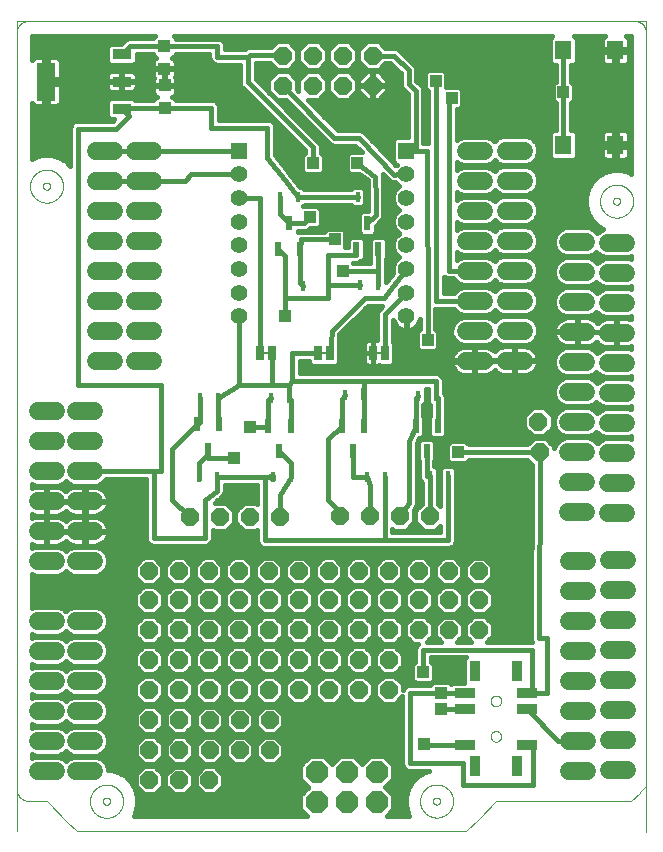
<source format=gtl>
G75*
%MOIN*%
%OFA0B0*%
%FSLAX25Y25*%
%IPPOS*%
%LPD*%
%AMOC8*
5,1,8,0,0,1.08239X$1,22.5*
%
%ADD10C,0.00000*%
%ADD11C,0.00492*%
%ADD12R,0.06400X0.03500*%
%ADD13R,0.06400X0.12500*%
%ADD14R,0.04000X0.04000*%
%ADD15R,0.01600X0.03200*%
%ADD16R,0.02100X0.04600*%
%ADD17C,0.06000*%
%ADD18R,0.05600X0.05600*%
%ADD19C,0.05600*%
%ADD20OC8,0.06000*%
%ADD21R,0.05512X0.06299*%
%ADD22OC8,0.07400*%
%ADD23R,0.03200X0.06600*%
%ADD24R,0.06600X0.03200*%
%ADD25C,0.00800*%
%ADD26R,0.02500X0.05000*%
%ADD27C,0.01600*%
%ADD28R,0.03962X0.03962*%
%ADD29OC8,0.03962*%
%ADD30OC8,0.05906*%
D10*
X0076170Y0009224D02*
X0076170Y0023329D01*
X0076170Y0279185D01*
X0286073Y0279407D01*
X0286034Y0009052D01*
X0234165Y0040797D02*
X0234167Y0040881D01*
X0234173Y0040964D01*
X0234183Y0041047D01*
X0234197Y0041130D01*
X0234214Y0041212D01*
X0234236Y0041293D01*
X0234261Y0041372D01*
X0234290Y0041451D01*
X0234323Y0041528D01*
X0234359Y0041603D01*
X0234399Y0041677D01*
X0234442Y0041749D01*
X0234489Y0041818D01*
X0234539Y0041885D01*
X0234592Y0041950D01*
X0234648Y0042012D01*
X0234706Y0042072D01*
X0234768Y0042129D01*
X0234832Y0042182D01*
X0234899Y0042233D01*
X0234968Y0042280D01*
X0235039Y0042325D01*
X0235112Y0042365D01*
X0235187Y0042402D01*
X0235264Y0042436D01*
X0235342Y0042466D01*
X0235421Y0042492D01*
X0235502Y0042515D01*
X0235584Y0042533D01*
X0235666Y0042548D01*
X0235749Y0042559D01*
X0235832Y0042566D01*
X0235916Y0042569D01*
X0236000Y0042568D01*
X0236083Y0042563D01*
X0236167Y0042554D01*
X0236249Y0042541D01*
X0236331Y0042525D01*
X0236412Y0042504D01*
X0236493Y0042480D01*
X0236571Y0042452D01*
X0236649Y0042420D01*
X0236725Y0042384D01*
X0236799Y0042345D01*
X0236871Y0042303D01*
X0236941Y0042257D01*
X0237009Y0042208D01*
X0237074Y0042156D01*
X0237137Y0042101D01*
X0237197Y0042043D01*
X0237255Y0041982D01*
X0237309Y0041918D01*
X0237361Y0041852D01*
X0237409Y0041784D01*
X0237454Y0041713D01*
X0237495Y0041640D01*
X0237534Y0041566D01*
X0237568Y0041490D01*
X0237599Y0041412D01*
X0237626Y0041333D01*
X0237650Y0041252D01*
X0237669Y0041171D01*
X0237685Y0041089D01*
X0237697Y0041006D01*
X0237705Y0040922D01*
X0237709Y0040839D01*
X0237709Y0040755D01*
X0237705Y0040672D01*
X0237697Y0040588D01*
X0237685Y0040505D01*
X0237669Y0040423D01*
X0237650Y0040342D01*
X0237626Y0040261D01*
X0237599Y0040182D01*
X0237568Y0040104D01*
X0237534Y0040028D01*
X0237495Y0039954D01*
X0237454Y0039881D01*
X0237409Y0039810D01*
X0237361Y0039742D01*
X0237309Y0039676D01*
X0237255Y0039612D01*
X0237197Y0039551D01*
X0237137Y0039493D01*
X0237074Y0039438D01*
X0237009Y0039386D01*
X0236941Y0039337D01*
X0236871Y0039291D01*
X0236799Y0039249D01*
X0236725Y0039210D01*
X0236649Y0039174D01*
X0236571Y0039142D01*
X0236493Y0039114D01*
X0236412Y0039090D01*
X0236331Y0039069D01*
X0236249Y0039053D01*
X0236167Y0039040D01*
X0236083Y0039031D01*
X0236000Y0039026D01*
X0235916Y0039025D01*
X0235832Y0039028D01*
X0235749Y0039035D01*
X0235666Y0039046D01*
X0235584Y0039061D01*
X0235502Y0039079D01*
X0235421Y0039102D01*
X0235342Y0039128D01*
X0235264Y0039158D01*
X0235187Y0039192D01*
X0235112Y0039229D01*
X0235039Y0039269D01*
X0234968Y0039314D01*
X0234899Y0039361D01*
X0234832Y0039412D01*
X0234768Y0039465D01*
X0234706Y0039522D01*
X0234648Y0039582D01*
X0234592Y0039644D01*
X0234539Y0039709D01*
X0234489Y0039776D01*
X0234442Y0039845D01*
X0234399Y0039917D01*
X0234359Y0039991D01*
X0234323Y0040066D01*
X0234290Y0040143D01*
X0234261Y0040222D01*
X0234236Y0040301D01*
X0234214Y0040382D01*
X0234197Y0040464D01*
X0234183Y0040547D01*
X0234173Y0040630D01*
X0234167Y0040713D01*
X0234165Y0040797D01*
X0234165Y0052608D02*
X0234167Y0052692D01*
X0234173Y0052775D01*
X0234183Y0052858D01*
X0234197Y0052941D01*
X0234214Y0053023D01*
X0234236Y0053104D01*
X0234261Y0053183D01*
X0234290Y0053262D01*
X0234323Y0053339D01*
X0234359Y0053414D01*
X0234399Y0053488D01*
X0234442Y0053560D01*
X0234489Y0053629D01*
X0234539Y0053696D01*
X0234592Y0053761D01*
X0234648Y0053823D01*
X0234706Y0053883D01*
X0234768Y0053940D01*
X0234832Y0053993D01*
X0234899Y0054044D01*
X0234968Y0054091D01*
X0235039Y0054136D01*
X0235112Y0054176D01*
X0235187Y0054213D01*
X0235264Y0054247D01*
X0235342Y0054277D01*
X0235421Y0054303D01*
X0235502Y0054326D01*
X0235584Y0054344D01*
X0235666Y0054359D01*
X0235749Y0054370D01*
X0235832Y0054377D01*
X0235916Y0054380D01*
X0236000Y0054379D01*
X0236083Y0054374D01*
X0236167Y0054365D01*
X0236249Y0054352D01*
X0236331Y0054336D01*
X0236412Y0054315D01*
X0236493Y0054291D01*
X0236571Y0054263D01*
X0236649Y0054231D01*
X0236725Y0054195D01*
X0236799Y0054156D01*
X0236871Y0054114D01*
X0236941Y0054068D01*
X0237009Y0054019D01*
X0237074Y0053967D01*
X0237137Y0053912D01*
X0237197Y0053854D01*
X0237255Y0053793D01*
X0237309Y0053729D01*
X0237361Y0053663D01*
X0237409Y0053595D01*
X0237454Y0053524D01*
X0237495Y0053451D01*
X0237534Y0053377D01*
X0237568Y0053301D01*
X0237599Y0053223D01*
X0237626Y0053144D01*
X0237650Y0053063D01*
X0237669Y0052982D01*
X0237685Y0052900D01*
X0237697Y0052817D01*
X0237705Y0052733D01*
X0237709Y0052650D01*
X0237709Y0052566D01*
X0237705Y0052483D01*
X0237697Y0052399D01*
X0237685Y0052316D01*
X0237669Y0052234D01*
X0237650Y0052153D01*
X0237626Y0052072D01*
X0237599Y0051993D01*
X0237568Y0051915D01*
X0237534Y0051839D01*
X0237495Y0051765D01*
X0237454Y0051692D01*
X0237409Y0051621D01*
X0237361Y0051553D01*
X0237309Y0051487D01*
X0237255Y0051423D01*
X0237197Y0051362D01*
X0237137Y0051304D01*
X0237074Y0051249D01*
X0237009Y0051197D01*
X0236941Y0051148D01*
X0236871Y0051102D01*
X0236799Y0051060D01*
X0236725Y0051021D01*
X0236649Y0050985D01*
X0236571Y0050953D01*
X0236493Y0050925D01*
X0236412Y0050901D01*
X0236331Y0050880D01*
X0236249Y0050864D01*
X0236167Y0050851D01*
X0236083Y0050842D01*
X0236000Y0050837D01*
X0235916Y0050836D01*
X0235832Y0050839D01*
X0235749Y0050846D01*
X0235666Y0050857D01*
X0235584Y0050872D01*
X0235502Y0050890D01*
X0235421Y0050913D01*
X0235342Y0050939D01*
X0235264Y0050969D01*
X0235187Y0051003D01*
X0235112Y0051040D01*
X0235039Y0051080D01*
X0234968Y0051125D01*
X0234899Y0051172D01*
X0234832Y0051223D01*
X0234768Y0051276D01*
X0234706Y0051333D01*
X0234648Y0051393D01*
X0234592Y0051455D01*
X0234539Y0051520D01*
X0234489Y0051587D01*
X0234442Y0051656D01*
X0234399Y0051728D01*
X0234359Y0051802D01*
X0234323Y0051877D01*
X0234290Y0051954D01*
X0234261Y0052033D01*
X0234236Y0052112D01*
X0234214Y0052193D01*
X0234197Y0052275D01*
X0234183Y0052358D01*
X0234173Y0052441D01*
X0234167Y0052524D01*
X0234165Y0052608D01*
X0210677Y0019252D02*
X0210679Y0019400D01*
X0210685Y0019548D01*
X0210695Y0019696D01*
X0210709Y0019843D01*
X0210727Y0019990D01*
X0210748Y0020136D01*
X0210774Y0020282D01*
X0210804Y0020427D01*
X0210837Y0020571D01*
X0210875Y0020714D01*
X0210916Y0020856D01*
X0210961Y0020997D01*
X0211009Y0021137D01*
X0211062Y0021276D01*
X0211118Y0021413D01*
X0211178Y0021548D01*
X0211241Y0021682D01*
X0211308Y0021814D01*
X0211379Y0021944D01*
X0211453Y0022072D01*
X0211530Y0022198D01*
X0211611Y0022322D01*
X0211695Y0022444D01*
X0211782Y0022563D01*
X0211873Y0022680D01*
X0211967Y0022795D01*
X0212063Y0022907D01*
X0212163Y0023017D01*
X0212265Y0023123D01*
X0212371Y0023227D01*
X0212479Y0023328D01*
X0212590Y0023426D01*
X0212703Y0023522D01*
X0212819Y0023614D01*
X0212937Y0023703D01*
X0213058Y0023788D01*
X0213181Y0023871D01*
X0213306Y0023950D01*
X0213433Y0024026D01*
X0213562Y0024098D01*
X0213693Y0024167D01*
X0213826Y0024232D01*
X0213961Y0024293D01*
X0214097Y0024351D01*
X0214234Y0024406D01*
X0214373Y0024456D01*
X0214514Y0024503D01*
X0214655Y0024546D01*
X0214798Y0024586D01*
X0214942Y0024621D01*
X0215086Y0024653D01*
X0215232Y0024680D01*
X0215378Y0024704D01*
X0215525Y0024724D01*
X0215672Y0024740D01*
X0215819Y0024752D01*
X0215967Y0024760D01*
X0216115Y0024764D01*
X0216263Y0024764D01*
X0216411Y0024760D01*
X0216559Y0024752D01*
X0216706Y0024740D01*
X0216853Y0024724D01*
X0217000Y0024704D01*
X0217146Y0024680D01*
X0217292Y0024653D01*
X0217436Y0024621D01*
X0217580Y0024586D01*
X0217723Y0024546D01*
X0217864Y0024503D01*
X0218005Y0024456D01*
X0218144Y0024406D01*
X0218281Y0024351D01*
X0218417Y0024293D01*
X0218552Y0024232D01*
X0218685Y0024167D01*
X0218816Y0024098D01*
X0218945Y0024026D01*
X0219072Y0023950D01*
X0219197Y0023871D01*
X0219320Y0023788D01*
X0219441Y0023703D01*
X0219559Y0023614D01*
X0219675Y0023522D01*
X0219788Y0023426D01*
X0219899Y0023328D01*
X0220007Y0023227D01*
X0220113Y0023123D01*
X0220215Y0023017D01*
X0220315Y0022907D01*
X0220411Y0022795D01*
X0220505Y0022680D01*
X0220596Y0022563D01*
X0220683Y0022444D01*
X0220767Y0022322D01*
X0220848Y0022198D01*
X0220925Y0022072D01*
X0220999Y0021944D01*
X0221070Y0021814D01*
X0221137Y0021682D01*
X0221200Y0021548D01*
X0221260Y0021413D01*
X0221316Y0021276D01*
X0221369Y0021137D01*
X0221417Y0020997D01*
X0221462Y0020856D01*
X0221503Y0020714D01*
X0221541Y0020571D01*
X0221574Y0020427D01*
X0221604Y0020282D01*
X0221630Y0020136D01*
X0221651Y0019990D01*
X0221669Y0019843D01*
X0221683Y0019696D01*
X0221693Y0019548D01*
X0221699Y0019400D01*
X0221701Y0019252D01*
X0221699Y0019104D01*
X0221693Y0018956D01*
X0221683Y0018808D01*
X0221669Y0018661D01*
X0221651Y0018514D01*
X0221630Y0018368D01*
X0221604Y0018222D01*
X0221574Y0018077D01*
X0221541Y0017933D01*
X0221503Y0017790D01*
X0221462Y0017648D01*
X0221417Y0017507D01*
X0221369Y0017367D01*
X0221316Y0017228D01*
X0221260Y0017091D01*
X0221200Y0016956D01*
X0221137Y0016822D01*
X0221070Y0016690D01*
X0220999Y0016560D01*
X0220925Y0016432D01*
X0220848Y0016306D01*
X0220767Y0016182D01*
X0220683Y0016060D01*
X0220596Y0015941D01*
X0220505Y0015824D01*
X0220411Y0015709D01*
X0220315Y0015597D01*
X0220215Y0015487D01*
X0220113Y0015381D01*
X0220007Y0015277D01*
X0219899Y0015176D01*
X0219788Y0015078D01*
X0219675Y0014982D01*
X0219559Y0014890D01*
X0219441Y0014801D01*
X0219320Y0014716D01*
X0219197Y0014633D01*
X0219072Y0014554D01*
X0218945Y0014478D01*
X0218816Y0014406D01*
X0218685Y0014337D01*
X0218552Y0014272D01*
X0218417Y0014211D01*
X0218281Y0014153D01*
X0218144Y0014098D01*
X0218005Y0014048D01*
X0217864Y0014001D01*
X0217723Y0013958D01*
X0217580Y0013918D01*
X0217436Y0013883D01*
X0217292Y0013851D01*
X0217146Y0013824D01*
X0217000Y0013800D01*
X0216853Y0013780D01*
X0216706Y0013764D01*
X0216559Y0013752D01*
X0216411Y0013744D01*
X0216263Y0013740D01*
X0216115Y0013740D01*
X0215967Y0013744D01*
X0215819Y0013752D01*
X0215672Y0013764D01*
X0215525Y0013780D01*
X0215378Y0013800D01*
X0215232Y0013824D01*
X0215086Y0013851D01*
X0214942Y0013883D01*
X0214798Y0013918D01*
X0214655Y0013958D01*
X0214514Y0014001D01*
X0214373Y0014048D01*
X0214234Y0014098D01*
X0214097Y0014153D01*
X0213961Y0014211D01*
X0213826Y0014272D01*
X0213693Y0014337D01*
X0213562Y0014406D01*
X0213433Y0014478D01*
X0213306Y0014554D01*
X0213181Y0014633D01*
X0213058Y0014716D01*
X0212937Y0014801D01*
X0212819Y0014890D01*
X0212703Y0014982D01*
X0212590Y0015078D01*
X0212479Y0015176D01*
X0212371Y0015277D01*
X0212265Y0015381D01*
X0212163Y0015487D01*
X0212063Y0015597D01*
X0211967Y0015709D01*
X0211873Y0015824D01*
X0211782Y0015941D01*
X0211695Y0016060D01*
X0211611Y0016182D01*
X0211530Y0016306D01*
X0211453Y0016432D01*
X0211379Y0016560D01*
X0211308Y0016690D01*
X0211241Y0016822D01*
X0211178Y0016956D01*
X0211118Y0017091D01*
X0211062Y0017228D01*
X0211009Y0017367D01*
X0210961Y0017507D01*
X0210916Y0017648D01*
X0210875Y0017790D01*
X0210837Y0017933D01*
X0210804Y0018077D01*
X0210774Y0018222D01*
X0210748Y0018368D01*
X0210727Y0018514D01*
X0210709Y0018661D01*
X0210695Y0018808D01*
X0210685Y0018956D01*
X0210679Y0019104D01*
X0210677Y0019252D01*
X0215005Y0019242D02*
X0215007Y0019311D01*
X0215013Y0019379D01*
X0215023Y0019447D01*
X0215037Y0019514D01*
X0215055Y0019581D01*
X0215076Y0019646D01*
X0215102Y0019710D01*
X0215131Y0019772D01*
X0215163Y0019832D01*
X0215199Y0019891D01*
X0215239Y0019947D01*
X0215281Y0020001D01*
X0215327Y0020052D01*
X0215376Y0020101D01*
X0215427Y0020147D01*
X0215481Y0020189D01*
X0215537Y0020229D01*
X0215595Y0020265D01*
X0215656Y0020297D01*
X0215718Y0020326D01*
X0215782Y0020352D01*
X0215847Y0020373D01*
X0215914Y0020391D01*
X0215981Y0020405D01*
X0216049Y0020415D01*
X0216117Y0020421D01*
X0216186Y0020423D01*
X0216255Y0020421D01*
X0216323Y0020415D01*
X0216391Y0020405D01*
X0216458Y0020391D01*
X0216525Y0020373D01*
X0216590Y0020352D01*
X0216654Y0020326D01*
X0216716Y0020297D01*
X0216776Y0020265D01*
X0216835Y0020229D01*
X0216891Y0020189D01*
X0216945Y0020147D01*
X0216996Y0020101D01*
X0217045Y0020052D01*
X0217091Y0020001D01*
X0217133Y0019947D01*
X0217173Y0019891D01*
X0217209Y0019832D01*
X0217241Y0019772D01*
X0217270Y0019710D01*
X0217296Y0019646D01*
X0217317Y0019581D01*
X0217335Y0019514D01*
X0217349Y0019447D01*
X0217359Y0019379D01*
X0217365Y0019311D01*
X0217367Y0019242D01*
X0217365Y0019173D01*
X0217359Y0019105D01*
X0217349Y0019037D01*
X0217335Y0018970D01*
X0217317Y0018903D01*
X0217296Y0018838D01*
X0217270Y0018774D01*
X0217241Y0018712D01*
X0217209Y0018651D01*
X0217173Y0018593D01*
X0217133Y0018537D01*
X0217091Y0018483D01*
X0217045Y0018432D01*
X0216996Y0018383D01*
X0216945Y0018337D01*
X0216891Y0018295D01*
X0216835Y0018255D01*
X0216777Y0018219D01*
X0216716Y0018187D01*
X0216654Y0018158D01*
X0216590Y0018132D01*
X0216525Y0018111D01*
X0216458Y0018093D01*
X0216391Y0018079D01*
X0216323Y0018069D01*
X0216255Y0018063D01*
X0216186Y0018061D01*
X0216117Y0018063D01*
X0216049Y0018069D01*
X0215981Y0018079D01*
X0215914Y0018093D01*
X0215847Y0018111D01*
X0215782Y0018132D01*
X0215718Y0018158D01*
X0215656Y0018187D01*
X0215595Y0018219D01*
X0215537Y0018255D01*
X0215481Y0018295D01*
X0215427Y0018337D01*
X0215376Y0018383D01*
X0215327Y0018432D01*
X0215281Y0018483D01*
X0215239Y0018537D01*
X0215199Y0018593D01*
X0215163Y0018651D01*
X0215131Y0018712D01*
X0215102Y0018774D01*
X0215076Y0018838D01*
X0215055Y0018903D01*
X0215037Y0018970D01*
X0215023Y0019037D01*
X0215013Y0019105D01*
X0215007Y0019173D01*
X0215005Y0019242D01*
X0104986Y0019194D02*
X0104988Y0019263D01*
X0104994Y0019331D01*
X0105004Y0019399D01*
X0105018Y0019466D01*
X0105036Y0019533D01*
X0105057Y0019598D01*
X0105083Y0019662D01*
X0105112Y0019724D01*
X0105144Y0019784D01*
X0105180Y0019843D01*
X0105220Y0019899D01*
X0105262Y0019953D01*
X0105308Y0020004D01*
X0105357Y0020053D01*
X0105408Y0020099D01*
X0105462Y0020141D01*
X0105518Y0020181D01*
X0105576Y0020217D01*
X0105637Y0020249D01*
X0105699Y0020278D01*
X0105763Y0020304D01*
X0105828Y0020325D01*
X0105895Y0020343D01*
X0105962Y0020357D01*
X0106030Y0020367D01*
X0106098Y0020373D01*
X0106167Y0020375D01*
X0106236Y0020373D01*
X0106304Y0020367D01*
X0106372Y0020357D01*
X0106439Y0020343D01*
X0106506Y0020325D01*
X0106571Y0020304D01*
X0106635Y0020278D01*
X0106697Y0020249D01*
X0106757Y0020217D01*
X0106816Y0020181D01*
X0106872Y0020141D01*
X0106926Y0020099D01*
X0106977Y0020053D01*
X0107026Y0020004D01*
X0107072Y0019953D01*
X0107114Y0019899D01*
X0107154Y0019843D01*
X0107190Y0019784D01*
X0107222Y0019724D01*
X0107251Y0019662D01*
X0107277Y0019598D01*
X0107298Y0019533D01*
X0107316Y0019466D01*
X0107330Y0019399D01*
X0107340Y0019331D01*
X0107346Y0019263D01*
X0107348Y0019194D01*
X0107346Y0019125D01*
X0107340Y0019057D01*
X0107330Y0018989D01*
X0107316Y0018922D01*
X0107298Y0018855D01*
X0107277Y0018790D01*
X0107251Y0018726D01*
X0107222Y0018664D01*
X0107190Y0018603D01*
X0107154Y0018545D01*
X0107114Y0018489D01*
X0107072Y0018435D01*
X0107026Y0018384D01*
X0106977Y0018335D01*
X0106926Y0018289D01*
X0106872Y0018247D01*
X0106816Y0018207D01*
X0106758Y0018171D01*
X0106697Y0018139D01*
X0106635Y0018110D01*
X0106571Y0018084D01*
X0106506Y0018063D01*
X0106439Y0018045D01*
X0106372Y0018031D01*
X0106304Y0018021D01*
X0106236Y0018015D01*
X0106167Y0018013D01*
X0106098Y0018015D01*
X0106030Y0018021D01*
X0105962Y0018031D01*
X0105895Y0018045D01*
X0105828Y0018063D01*
X0105763Y0018084D01*
X0105699Y0018110D01*
X0105637Y0018139D01*
X0105576Y0018171D01*
X0105518Y0018207D01*
X0105462Y0018247D01*
X0105408Y0018289D01*
X0105357Y0018335D01*
X0105308Y0018384D01*
X0105262Y0018435D01*
X0105220Y0018489D01*
X0105180Y0018545D01*
X0105144Y0018603D01*
X0105112Y0018664D01*
X0105083Y0018726D01*
X0105057Y0018790D01*
X0105036Y0018855D01*
X0105018Y0018922D01*
X0105004Y0018989D01*
X0104994Y0019057D01*
X0104988Y0019125D01*
X0104986Y0019194D01*
X0100654Y0019188D02*
X0100656Y0019336D01*
X0100662Y0019484D01*
X0100672Y0019632D01*
X0100686Y0019779D01*
X0100704Y0019926D01*
X0100725Y0020072D01*
X0100751Y0020218D01*
X0100781Y0020363D01*
X0100814Y0020507D01*
X0100852Y0020650D01*
X0100893Y0020792D01*
X0100938Y0020933D01*
X0100986Y0021073D01*
X0101039Y0021212D01*
X0101095Y0021349D01*
X0101155Y0021484D01*
X0101218Y0021618D01*
X0101285Y0021750D01*
X0101356Y0021880D01*
X0101430Y0022008D01*
X0101507Y0022134D01*
X0101588Y0022258D01*
X0101672Y0022380D01*
X0101759Y0022499D01*
X0101850Y0022616D01*
X0101944Y0022731D01*
X0102040Y0022843D01*
X0102140Y0022953D01*
X0102242Y0023059D01*
X0102348Y0023163D01*
X0102456Y0023264D01*
X0102567Y0023362D01*
X0102680Y0023458D01*
X0102796Y0023550D01*
X0102914Y0023639D01*
X0103035Y0023724D01*
X0103158Y0023807D01*
X0103283Y0023886D01*
X0103410Y0023962D01*
X0103539Y0024034D01*
X0103670Y0024103D01*
X0103803Y0024168D01*
X0103938Y0024229D01*
X0104074Y0024287D01*
X0104211Y0024342D01*
X0104350Y0024392D01*
X0104491Y0024439D01*
X0104632Y0024482D01*
X0104775Y0024522D01*
X0104919Y0024557D01*
X0105063Y0024589D01*
X0105209Y0024616D01*
X0105355Y0024640D01*
X0105502Y0024660D01*
X0105649Y0024676D01*
X0105796Y0024688D01*
X0105944Y0024696D01*
X0106092Y0024700D01*
X0106240Y0024700D01*
X0106388Y0024696D01*
X0106536Y0024688D01*
X0106683Y0024676D01*
X0106830Y0024660D01*
X0106977Y0024640D01*
X0107123Y0024616D01*
X0107269Y0024589D01*
X0107413Y0024557D01*
X0107557Y0024522D01*
X0107700Y0024482D01*
X0107841Y0024439D01*
X0107982Y0024392D01*
X0108121Y0024342D01*
X0108258Y0024287D01*
X0108394Y0024229D01*
X0108529Y0024168D01*
X0108662Y0024103D01*
X0108793Y0024034D01*
X0108922Y0023962D01*
X0109049Y0023886D01*
X0109174Y0023807D01*
X0109297Y0023724D01*
X0109418Y0023639D01*
X0109536Y0023550D01*
X0109652Y0023458D01*
X0109765Y0023362D01*
X0109876Y0023264D01*
X0109984Y0023163D01*
X0110090Y0023059D01*
X0110192Y0022953D01*
X0110292Y0022843D01*
X0110388Y0022731D01*
X0110482Y0022616D01*
X0110573Y0022499D01*
X0110660Y0022380D01*
X0110744Y0022258D01*
X0110825Y0022134D01*
X0110902Y0022008D01*
X0110976Y0021880D01*
X0111047Y0021750D01*
X0111114Y0021618D01*
X0111177Y0021484D01*
X0111237Y0021349D01*
X0111293Y0021212D01*
X0111346Y0021073D01*
X0111394Y0020933D01*
X0111439Y0020792D01*
X0111480Y0020650D01*
X0111518Y0020507D01*
X0111551Y0020363D01*
X0111581Y0020218D01*
X0111607Y0020072D01*
X0111628Y0019926D01*
X0111646Y0019779D01*
X0111660Y0019632D01*
X0111670Y0019484D01*
X0111676Y0019336D01*
X0111678Y0019188D01*
X0111676Y0019040D01*
X0111670Y0018892D01*
X0111660Y0018744D01*
X0111646Y0018597D01*
X0111628Y0018450D01*
X0111607Y0018304D01*
X0111581Y0018158D01*
X0111551Y0018013D01*
X0111518Y0017869D01*
X0111480Y0017726D01*
X0111439Y0017584D01*
X0111394Y0017443D01*
X0111346Y0017303D01*
X0111293Y0017164D01*
X0111237Y0017027D01*
X0111177Y0016892D01*
X0111114Y0016758D01*
X0111047Y0016626D01*
X0110976Y0016496D01*
X0110902Y0016368D01*
X0110825Y0016242D01*
X0110744Y0016118D01*
X0110660Y0015996D01*
X0110573Y0015877D01*
X0110482Y0015760D01*
X0110388Y0015645D01*
X0110292Y0015533D01*
X0110192Y0015423D01*
X0110090Y0015317D01*
X0109984Y0015213D01*
X0109876Y0015112D01*
X0109765Y0015014D01*
X0109652Y0014918D01*
X0109536Y0014826D01*
X0109418Y0014737D01*
X0109297Y0014652D01*
X0109174Y0014569D01*
X0109049Y0014490D01*
X0108922Y0014414D01*
X0108793Y0014342D01*
X0108662Y0014273D01*
X0108529Y0014208D01*
X0108394Y0014147D01*
X0108258Y0014089D01*
X0108121Y0014034D01*
X0107982Y0013984D01*
X0107841Y0013937D01*
X0107700Y0013894D01*
X0107557Y0013854D01*
X0107413Y0013819D01*
X0107269Y0013787D01*
X0107123Y0013760D01*
X0106977Y0013736D01*
X0106830Y0013716D01*
X0106683Y0013700D01*
X0106536Y0013688D01*
X0106388Y0013680D01*
X0106240Y0013676D01*
X0106092Y0013676D01*
X0105944Y0013680D01*
X0105796Y0013688D01*
X0105649Y0013700D01*
X0105502Y0013716D01*
X0105355Y0013736D01*
X0105209Y0013760D01*
X0105063Y0013787D01*
X0104919Y0013819D01*
X0104775Y0013854D01*
X0104632Y0013894D01*
X0104491Y0013937D01*
X0104350Y0013984D01*
X0104211Y0014034D01*
X0104074Y0014089D01*
X0103938Y0014147D01*
X0103803Y0014208D01*
X0103670Y0014273D01*
X0103539Y0014342D01*
X0103410Y0014414D01*
X0103283Y0014490D01*
X0103158Y0014569D01*
X0103035Y0014652D01*
X0102914Y0014737D01*
X0102796Y0014826D01*
X0102680Y0014918D01*
X0102567Y0015014D01*
X0102456Y0015112D01*
X0102348Y0015213D01*
X0102242Y0015317D01*
X0102140Y0015423D01*
X0102040Y0015533D01*
X0101944Y0015645D01*
X0101850Y0015760D01*
X0101759Y0015877D01*
X0101672Y0015996D01*
X0101588Y0016118D01*
X0101507Y0016242D01*
X0101430Y0016368D01*
X0101356Y0016496D01*
X0101285Y0016626D01*
X0101218Y0016758D01*
X0101155Y0016892D01*
X0101095Y0017027D01*
X0101039Y0017164D01*
X0100986Y0017303D01*
X0100938Y0017443D01*
X0100893Y0017584D01*
X0100852Y0017726D01*
X0100814Y0017869D01*
X0100781Y0018013D01*
X0100751Y0018158D01*
X0100725Y0018304D01*
X0100704Y0018450D01*
X0100686Y0018597D01*
X0100672Y0018744D01*
X0100662Y0018892D01*
X0100656Y0019040D01*
X0100654Y0019188D01*
X0270665Y0219218D02*
X0270667Y0219366D01*
X0270673Y0219514D01*
X0270683Y0219662D01*
X0270697Y0219809D01*
X0270715Y0219956D01*
X0270736Y0220102D01*
X0270762Y0220248D01*
X0270792Y0220393D01*
X0270825Y0220537D01*
X0270863Y0220680D01*
X0270904Y0220822D01*
X0270949Y0220963D01*
X0270997Y0221103D01*
X0271050Y0221242D01*
X0271106Y0221379D01*
X0271166Y0221514D01*
X0271229Y0221648D01*
X0271296Y0221780D01*
X0271367Y0221910D01*
X0271441Y0222038D01*
X0271518Y0222164D01*
X0271599Y0222288D01*
X0271683Y0222410D01*
X0271770Y0222529D01*
X0271861Y0222646D01*
X0271955Y0222761D01*
X0272051Y0222873D01*
X0272151Y0222983D01*
X0272253Y0223089D01*
X0272359Y0223193D01*
X0272467Y0223294D01*
X0272578Y0223392D01*
X0272691Y0223488D01*
X0272807Y0223580D01*
X0272925Y0223669D01*
X0273046Y0223754D01*
X0273169Y0223837D01*
X0273294Y0223916D01*
X0273421Y0223992D01*
X0273550Y0224064D01*
X0273681Y0224133D01*
X0273814Y0224198D01*
X0273949Y0224259D01*
X0274085Y0224317D01*
X0274222Y0224372D01*
X0274361Y0224422D01*
X0274502Y0224469D01*
X0274643Y0224512D01*
X0274786Y0224552D01*
X0274930Y0224587D01*
X0275074Y0224619D01*
X0275220Y0224646D01*
X0275366Y0224670D01*
X0275513Y0224690D01*
X0275660Y0224706D01*
X0275807Y0224718D01*
X0275955Y0224726D01*
X0276103Y0224730D01*
X0276251Y0224730D01*
X0276399Y0224726D01*
X0276547Y0224718D01*
X0276694Y0224706D01*
X0276841Y0224690D01*
X0276988Y0224670D01*
X0277134Y0224646D01*
X0277280Y0224619D01*
X0277424Y0224587D01*
X0277568Y0224552D01*
X0277711Y0224512D01*
X0277852Y0224469D01*
X0277993Y0224422D01*
X0278132Y0224372D01*
X0278269Y0224317D01*
X0278405Y0224259D01*
X0278540Y0224198D01*
X0278673Y0224133D01*
X0278804Y0224064D01*
X0278933Y0223992D01*
X0279060Y0223916D01*
X0279185Y0223837D01*
X0279308Y0223754D01*
X0279429Y0223669D01*
X0279547Y0223580D01*
X0279663Y0223488D01*
X0279776Y0223392D01*
X0279887Y0223294D01*
X0279995Y0223193D01*
X0280101Y0223089D01*
X0280203Y0222983D01*
X0280303Y0222873D01*
X0280399Y0222761D01*
X0280493Y0222646D01*
X0280584Y0222529D01*
X0280671Y0222410D01*
X0280755Y0222288D01*
X0280836Y0222164D01*
X0280913Y0222038D01*
X0280987Y0221910D01*
X0281058Y0221780D01*
X0281125Y0221648D01*
X0281188Y0221514D01*
X0281248Y0221379D01*
X0281304Y0221242D01*
X0281357Y0221103D01*
X0281405Y0220963D01*
X0281450Y0220822D01*
X0281491Y0220680D01*
X0281529Y0220537D01*
X0281562Y0220393D01*
X0281592Y0220248D01*
X0281618Y0220102D01*
X0281639Y0219956D01*
X0281657Y0219809D01*
X0281671Y0219662D01*
X0281681Y0219514D01*
X0281687Y0219366D01*
X0281689Y0219218D01*
X0281687Y0219070D01*
X0281681Y0218922D01*
X0281671Y0218774D01*
X0281657Y0218627D01*
X0281639Y0218480D01*
X0281618Y0218334D01*
X0281592Y0218188D01*
X0281562Y0218043D01*
X0281529Y0217899D01*
X0281491Y0217756D01*
X0281450Y0217614D01*
X0281405Y0217473D01*
X0281357Y0217333D01*
X0281304Y0217194D01*
X0281248Y0217057D01*
X0281188Y0216922D01*
X0281125Y0216788D01*
X0281058Y0216656D01*
X0280987Y0216526D01*
X0280913Y0216398D01*
X0280836Y0216272D01*
X0280755Y0216148D01*
X0280671Y0216026D01*
X0280584Y0215907D01*
X0280493Y0215790D01*
X0280399Y0215675D01*
X0280303Y0215563D01*
X0280203Y0215453D01*
X0280101Y0215347D01*
X0279995Y0215243D01*
X0279887Y0215142D01*
X0279776Y0215044D01*
X0279663Y0214948D01*
X0279547Y0214856D01*
X0279429Y0214767D01*
X0279308Y0214682D01*
X0279185Y0214599D01*
X0279060Y0214520D01*
X0278933Y0214444D01*
X0278804Y0214372D01*
X0278673Y0214303D01*
X0278540Y0214238D01*
X0278405Y0214177D01*
X0278269Y0214119D01*
X0278132Y0214064D01*
X0277993Y0214014D01*
X0277852Y0213967D01*
X0277711Y0213924D01*
X0277568Y0213884D01*
X0277424Y0213849D01*
X0277280Y0213817D01*
X0277134Y0213790D01*
X0276988Y0213766D01*
X0276841Y0213746D01*
X0276694Y0213730D01*
X0276547Y0213718D01*
X0276399Y0213710D01*
X0276251Y0213706D01*
X0276103Y0213706D01*
X0275955Y0213710D01*
X0275807Y0213718D01*
X0275660Y0213730D01*
X0275513Y0213746D01*
X0275366Y0213766D01*
X0275220Y0213790D01*
X0275074Y0213817D01*
X0274930Y0213849D01*
X0274786Y0213884D01*
X0274643Y0213924D01*
X0274502Y0213967D01*
X0274361Y0214014D01*
X0274222Y0214064D01*
X0274085Y0214119D01*
X0273949Y0214177D01*
X0273814Y0214238D01*
X0273681Y0214303D01*
X0273550Y0214372D01*
X0273421Y0214444D01*
X0273294Y0214520D01*
X0273169Y0214599D01*
X0273046Y0214682D01*
X0272925Y0214767D01*
X0272807Y0214856D01*
X0272691Y0214948D01*
X0272578Y0215044D01*
X0272467Y0215142D01*
X0272359Y0215243D01*
X0272253Y0215347D01*
X0272151Y0215453D01*
X0272051Y0215563D01*
X0271955Y0215675D01*
X0271861Y0215790D01*
X0271770Y0215907D01*
X0271683Y0216026D01*
X0271599Y0216148D01*
X0271518Y0216272D01*
X0271441Y0216398D01*
X0271367Y0216526D01*
X0271296Y0216656D01*
X0271229Y0216788D01*
X0271166Y0216922D01*
X0271106Y0217057D01*
X0271050Y0217194D01*
X0270997Y0217333D01*
X0270949Y0217473D01*
X0270904Y0217614D01*
X0270863Y0217756D01*
X0270825Y0217899D01*
X0270792Y0218043D01*
X0270762Y0218188D01*
X0270736Y0218334D01*
X0270715Y0218480D01*
X0270697Y0218627D01*
X0270683Y0218774D01*
X0270673Y0218922D01*
X0270667Y0219070D01*
X0270665Y0219218D01*
X0274994Y0219227D02*
X0274996Y0219296D01*
X0275002Y0219364D01*
X0275012Y0219432D01*
X0275026Y0219499D01*
X0275044Y0219566D01*
X0275065Y0219631D01*
X0275091Y0219695D01*
X0275120Y0219757D01*
X0275152Y0219817D01*
X0275188Y0219876D01*
X0275228Y0219932D01*
X0275270Y0219986D01*
X0275316Y0220037D01*
X0275365Y0220086D01*
X0275416Y0220132D01*
X0275470Y0220174D01*
X0275526Y0220214D01*
X0275584Y0220250D01*
X0275645Y0220282D01*
X0275707Y0220311D01*
X0275771Y0220337D01*
X0275836Y0220358D01*
X0275903Y0220376D01*
X0275970Y0220390D01*
X0276038Y0220400D01*
X0276106Y0220406D01*
X0276175Y0220408D01*
X0276244Y0220406D01*
X0276312Y0220400D01*
X0276380Y0220390D01*
X0276447Y0220376D01*
X0276514Y0220358D01*
X0276579Y0220337D01*
X0276643Y0220311D01*
X0276705Y0220282D01*
X0276765Y0220250D01*
X0276824Y0220214D01*
X0276880Y0220174D01*
X0276934Y0220132D01*
X0276985Y0220086D01*
X0277034Y0220037D01*
X0277080Y0219986D01*
X0277122Y0219932D01*
X0277162Y0219876D01*
X0277198Y0219817D01*
X0277230Y0219757D01*
X0277259Y0219695D01*
X0277285Y0219631D01*
X0277306Y0219566D01*
X0277324Y0219499D01*
X0277338Y0219432D01*
X0277348Y0219364D01*
X0277354Y0219296D01*
X0277356Y0219227D01*
X0277354Y0219158D01*
X0277348Y0219090D01*
X0277338Y0219022D01*
X0277324Y0218955D01*
X0277306Y0218888D01*
X0277285Y0218823D01*
X0277259Y0218759D01*
X0277230Y0218697D01*
X0277198Y0218636D01*
X0277162Y0218578D01*
X0277122Y0218522D01*
X0277080Y0218468D01*
X0277034Y0218417D01*
X0276985Y0218368D01*
X0276934Y0218322D01*
X0276880Y0218280D01*
X0276824Y0218240D01*
X0276766Y0218204D01*
X0276705Y0218172D01*
X0276643Y0218143D01*
X0276579Y0218117D01*
X0276514Y0218096D01*
X0276447Y0218078D01*
X0276380Y0218064D01*
X0276312Y0218054D01*
X0276244Y0218048D01*
X0276175Y0218046D01*
X0276106Y0218048D01*
X0276038Y0218054D01*
X0275970Y0218064D01*
X0275903Y0218078D01*
X0275836Y0218096D01*
X0275771Y0218117D01*
X0275707Y0218143D01*
X0275645Y0218172D01*
X0275584Y0218204D01*
X0275526Y0218240D01*
X0275470Y0218280D01*
X0275416Y0218322D01*
X0275365Y0218368D01*
X0275316Y0218417D01*
X0275270Y0218468D01*
X0275228Y0218522D01*
X0275188Y0218578D01*
X0275152Y0218636D01*
X0275120Y0218697D01*
X0275091Y0218759D01*
X0275065Y0218823D01*
X0275044Y0218888D01*
X0275026Y0218955D01*
X0275012Y0219022D01*
X0275002Y0219090D01*
X0274996Y0219158D01*
X0274994Y0219227D01*
X0084990Y0224217D02*
X0084992Y0224286D01*
X0084998Y0224354D01*
X0085008Y0224422D01*
X0085022Y0224489D01*
X0085040Y0224556D01*
X0085061Y0224621D01*
X0085087Y0224685D01*
X0085116Y0224747D01*
X0085148Y0224807D01*
X0085184Y0224866D01*
X0085224Y0224922D01*
X0085266Y0224976D01*
X0085312Y0225027D01*
X0085361Y0225076D01*
X0085412Y0225122D01*
X0085466Y0225164D01*
X0085522Y0225204D01*
X0085580Y0225240D01*
X0085641Y0225272D01*
X0085703Y0225301D01*
X0085767Y0225327D01*
X0085832Y0225348D01*
X0085899Y0225366D01*
X0085966Y0225380D01*
X0086034Y0225390D01*
X0086102Y0225396D01*
X0086171Y0225398D01*
X0086240Y0225396D01*
X0086308Y0225390D01*
X0086376Y0225380D01*
X0086443Y0225366D01*
X0086510Y0225348D01*
X0086575Y0225327D01*
X0086639Y0225301D01*
X0086701Y0225272D01*
X0086761Y0225240D01*
X0086820Y0225204D01*
X0086876Y0225164D01*
X0086930Y0225122D01*
X0086981Y0225076D01*
X0087030Y0225027D01*
X0087076Y0224976D01*
X0087118Y0224922D01*
X0087158Y0224866D01*
X0087194Y0224807D01*
X0087226Y0224747D01*
X0087255Y0224685D01*
X0087281Y0224621D01*
X0087302Y0224556D01*
X0087320Y0224489D01*
X0087334Y0224422D01*
X0087344Y0224354D01*
X0087350Y0224286D01*
X0087352Y0224217D01*
X0087350Y0224148D01*
X0087344Y0224080D01*
X0087334Y0224012D01*
X0087320Y0223945D01*
X0087302Y0223878D01*
X0087281Y0223813D01*
X0087255Y0223749D01*
X0087226Y0223687D01*
X0087194Y0223626D01*
X0087158Y0223568D01*
X0087118Y0223512D01*
X0087076Y0223458D01*
X0087030Y0223407D01*
X0086981Y0223358D01*
X0086930Y0223312D01*
X0086876Y0223270D01*
X0086820Y0223230D01*
X0086762Y0223194D01*
X0086701Y0223162D01*
X0086639Y0223133D01*
X0086575Y0223107D01*
X0086510Y0223086D01*
X0086443Y0223068D01*
X0086376Y0223054D01*
X0086308Y0223044D01*
X0086240Y0223038D01*
X0086171Y0223036D01*
X0086102Y0223038D01*
X0086034Y0223044D01*
X0085966Y0223054D01*
X0085899Y0223068D01*
X0085832Y0223086D01*
X0085767Y0223107D01*
X0085703Y0223133D01*
X0085641Y0223162D01*
X0085580Y0223194D01*
X0085522Y0223230D01*
X0085466Y0223270D01*
X0085412Y0223312D01*
X0085361Y0223358D01*
X0085312Y0223407D01*
X0085266Y0223458D01*
X0085224Y0223512D01*
X0085184Y0223568D01*
X0085148Y0223626D01*
X0085116Y0223687D01*
X0085087Y0223749D01*
X0085061Y0223813D01*
X0085040Y0223878D01*
X0085022Y0223945D01*
X0085008Y0224012D01*
X0084998Y0224080D01*
X0084992Y0224148D01*
X0084990Y0224217D01*
X0080655Y0224221D02*
X0080657Y0224369D01*
X0080663Y0224517D01*
X0080673Y0224665D01*
X0080687Y0224812D01*
X0080705Y0224959D01*
X0080726Y0225105D01*
X0080752Y0225251D01*
X0080782Y0225396D01*
X0080815Y0225540D01*
X0080853Y0225683D01*
X0080894Y0225825D01*
X0080939Y0225966D01*
X0080987Y0226106D01*
X0081040Y0226245D01*
X0081096Y0226382D01*
X0081156Y0226517D01*
X0081219Y0226651D01*
X0081286Y0226783D01*
X0081357Y0226913D01*
X0081431Y0227041D01*
X0081508Y0227167D01*
X0081589Y0227291D01*
X0081673Y0227413D01*
X0081760Y0227532D01*
X0081851Y0227649D01*
X0081945Y0227764D01*
X0082041Y0227876D01*
X0082141Y0227986D01*
X0082243Y0228092D01*
X0082349Y0228196D01*
X0082457Y0228297D01*
X0082568Y0228395D01*
X0082681Y0228491D01*
X0082797Y0228583D01*
X0082915Y0228672D01*
X0083036Y0228757D01*
X0083159Y0228840D01*
X0083284Y0228919D01*
X0083411Y0228995D01*
X0083540Y0229067D01*
X0083671Y0229136D01*
X0083804Y0229201D01*
X0083939Y0229262D01*
X0084075Y0229320D01*
X0084212Y0229375D01*
X0084351Y0229425D01*
X0084492Y0229472D01*
X0084633Y0229515D01*
X0084776Y0229555D01*
X0084920Y0229590D01*
X0085064Y0229622D01*
X0085210Y0229649D01*
X0085356Y0229673D01*
X0085503Y0229693D01*
X0085650Y0229709D01*
X0085797Y0229721D01*
X0085945Y0229729D01*
X0086093Y0229733D01*
X0086241Y0229733D01*
X0086389Y0229729D01*
X0086537Y0229721D01*
X0086684Y0229709D01*
X0086831Y0229693D01*
X0086978Y0229673D01*
X0087124Y0229649D01*
X0087270Y0229622D01*
X0087414Y0229590D01*
X0087558Y0229555D01*
X0087701Y0229515D01*
X0087842Y0229472D01*
X0087983Y0229425D01*
X0088122Y0229375D01*
X0088259Y0229320D01*
X0088395Y0229262D01*
X0088530Y0229201D01*
X0088663Y0229136D01*
X0088794Y0229067D01*
X0088923Y0228995D01*
X0089050Y0228919D01*
X0089175Y0228840D01*
X0089298Y0228757D01*
X0089419Y0228672D01*
X0089537Y0228583D01*
X0089653Y0228491D01*
X0089766Y0228395D01*
X0089877Y0228297D01*
X0089985Y0228196D01*
X0090091Y0228092D01*
X0090193Y0227986D01*
X0090293Y0227876D01*
X0090389Y0227764D01*
X0090483Y0227649D01*
X0090574Y0227532D01*
X0090661Y0227413D01*
X0090745Y0227291D01*
X0090826Y0227167D01*
X0090903Y0227041D01*
X0090977Y0226913D01*
X0091048Y0226783D01*
X0091115Y0226651D01*
X0091178Y0226517D01*
X0091238Y0226382D01*
X0091294Y0226245D01*
X0091347Y0226106D01*
X0091395Y0225966D01*
X0091440Y0225825D01*
X0091481Y0225683D01*
X0091519Y0225540D01*
X0091552Y0225396D01*
X0091582Y0225251D01*
X0091608Y0225105D01*
X0091629Y0224959D01*
X0091647Y0224812D01*
X0091661Y0224665D01*
X0091671Y0224517D01*
X0091677Y0224369D01*
X0091679Y0224221D01*
X0091677Y0224073D01*
X0091671Y0223925D01*
X0091661Y0223777D01*
X0091647Y0223630D01*
X0091629Y0223483D01*
X0091608Y0223337D01*
X0091582Y0223191D01*
X0091552Y0223046D01*
X0091519Y0222902D01*
X0091481Y0222759D01*
X0091440Y0222617D01*
X0091395Y0222476D01*
X0091347Y0222336D01*
X0091294Y0222197D01*
X0091238Y0222060D01*
X0091178Y0221925D01*
X0091115Y0221791D01*
X0091048Y0221659D01*
X0090977Y0221529D01*
X0090903Y0221401D01*
X0090826Y0221275D01*
X0090745Y0221151D01*
X0090661Y0221029D01*
X0090574Y0220910D01*
X0090483Y0220793D01*
X0090389Y0220678D01*
X0090293Y0220566D01*
X0090193Y0220456D01*
X0090091Y0220350D01*
X0089985Y0220246D01*
X0089877Y0220145D01*
X0089766Y0220047D01*
X0089653Y0219951D01*
X0089537Y0219859D01*
X0089419Y0219770D01*
X0089298Y0219685D01*
X0089175Y0219602D01*
X0089050Y0219523D01*
X0088923Y0219447D01*
X0088794Y0219375D01*
X0088663Y0219306D01*
X0088530Y0219241D01*
X0088395Y0219180D01*
X0088259Y0219122D01*
X0088122Y0219067D01*
X0087983Y0219017D01*
X0087842Y0218970D01*
X0087701Y0218927D01*
X0087558Y0218887D01*
X0087414Y0218852D01*
X0087270Y0218820D01*
X0087124Y0218793D01*
X0086978Y0218769D01*
X0086831Y0218749D01*
X0086684Y0218733D01*
X0086537Y0218721D01*
X0086389Y0218713D01*
X0086241Y0218709D01*
X0086093Y0218709D01*
X0085945Y0218713D01*
X0085797Y0218721D01*
X0085650Y0218733D01*
X0085503Y0218749D01*
X0085356Y0218769D01*
X0085210Y0218793D01*
X0085064Y0218820D01*
X0084920Y0218852D01*
X0084776Y0218887D01*
X0084633Y0218927D01*
X0084492Y0218970D01*
X0084351Y0219017D01*
X0084212Y0219067D01*
X0084075Y0219122D01*
X0083939Y0219180D01*
X0083804Y0219241D01*
X0083671Y0219306D01*
X0083540Y0219375D01*
X0083411Y0219447D01*
X0083284Y0219523D01*
X0083159Y0219602D01*
X0083036Y0219685D01*
X0082915Y0219770D01*
X0082797Y0219859D01*
X0082681Y0219951D01*
X0082568Y0220047D01*
X0082457Y0220145D01*
X0082349Y0220246D01*
X0082243Y0220350D01*
X0082141Y0220456D01*
X0082041Y0220566D01*
X0081945Y0220678D01*
X0081851Y0220793D01*
X0081760Y0220910D01*
X0081673Y0221029D01*
X0081589Y0221151D01*
X0081508Y0221275D01*
X0081431Y0221401D01*
X0081357Y0221529D01*
X0081286Y0221659D01*
X0081219Y0221791D01*
X0081156Y0221925D01*
X0081096Y0222060D01*
X0081040Y0222197D01*
X0080987Y0222336D01*
X0080939Y0222476D01*
X0080894Y0222617D01*
X0080853Y0222759D01*
X0080815Y0222902D01*
X0080782Y0223046D01*
X0080752Y0223191D01*
X0080726Y0223337D01*
X0080705Y0223483D01*
X0080687Y0223630D01*
X0080673Y0223777D01*
X0080663Y0223925D01*
X0080657Y0224073D01*
X0080655Y0224221D01*
D11*
X0076160Y0275291D02*
X0076162Y0275415D01*
X0076168Y0275538D01*
X0076177Y0275661D01*
X0076190Y0275784D01*
X0076207Y0275907D01*
X0076228Y0276028D01*
X0076253Y0276150D01*
X0076281Y0276270D01*
X0076313Y0276389D01*
X0076349Y0276508D01*
X0076388Y0276625D01*
X0076431Y0276741D01*
X0076477Y0276855D01*
X0076527Y0276968D01*
X0076581Y0277080D01*
X0076637Y0277190D01*
X0076698Y0277298D01*
X0076761Y0277404D01*
X0076828Y0277508D01*
X0076898Y0277610D01*
X0076971Y0277709D01*
X0077047Y0277807D01*
X0077126Y0277902D01*
X0077207Y0277995D01*
X0077292Y0278085D01*
X0077379Y0278172D01*
X0077469Y0278257D01*
X0077562Y0278338D01*
X0077657Y0278417D01*
X0077755Y0278493D01*
X0077854Y0278566D01*
X0077956Y0278636D01*
X0078060Y0278703D01*
X0078167Y0278766D01*
X0078274Y0278827D01*
X0078384Y0278883D01*
X0078496Y0278937D01*
X0078609Y0278987D01*
X0078723Y0279033D01*
X0078839Y0279076D01*
X0078956Y0279115D01*
X0079075Y0279151D01*
X0079194Y0279183D01*
X0079314Y0279211D01*
X0079436Y0279236D01*
X0079557Y0279257D01*
X0079680Y0279274D01*
X0079803Y0279287D01*
X0079926Y0279296D01*
X0080049Y0279302D01*
X0080173Y0279304D01*
X0080373Y0279304D01*
X0080373Y0279314D01*
X0281965Y0279314D01*
X0281964Y0279315D02*
X0282090Y0279314D01*
X0282216Y0279310D01*
X0282341Y0279303D01*
X0282466Y0279291D01*
X0282591Y0279275D01*
X0282715Y0279255D01*
X0282839Y0279232D01*
X0282962Y0279205D01*
X0283083Y0279174D01*
X0283204Y0279139D01*
X0283324Y0279100D01*
X0283442Y0279058D01*
X0283559Y0279012D01*
X0283675Y0278963D01*
X0283789Y0278910D01*
X0283901Y0278853D01*
X0284011Y0278793D01*
X0284120Y0278729D01*
X0284226Y0278663D01*
X0284331Y0278593D01*
X0284433Y0278519D01*
X0284533Y0278443D01*
X0284630Y0278363D01*
X0284725Y0278281D01*
X0284817Y0278195D01*
X0284907Y0278107D01*
X0284994Y0278016D01*
X0285077Y0277922D01*
X0285158Y0277826D01*
X0285236Y0277728D01*
X0285311Y0277627D01*
X0285383Y0277523D01*
X0285451Y0277418D01*
X0285516Y0277310D01*
X0285578Y0277201D01*
X0285636Y0277089D01*
X0285691Y0276976D01*
X0285742Y0276861D01*
X0285790Y0276745D01*
X0285834Y0276627D01*
X0285874Y0276508D01*
X0285911Y0276388D01*
X0285944Y0276266D01*
X0285973Y0276144D01*
X0285998Y0276021D01*
X0286019Y0275897D01*
X0286037Y0275773D01*
X0286050Y0275648D01*
X0286060Y0275522D01*
X0286066Y0275397D01*
X0286068Y0275271D01*
X0286068Y0024303D01*
X0283871Y0022106D01*
X0283871Y0022096D01*
X0281082Y0019307D01*
X0236982Y0019307D01*
X0236976Y0019301D01*
X0236064Y0019301D01*
X0230167Y0013405D01*
X0230167Y0013404D01*
X0226070Y0009308D01*
X0216017Y0009308D01*
X0224778Y0009311D02*
X0224795Y0009294D01*
X0225888Y0009328D02*
X0225905Y0009311D01*
X0107532Y0009311D01*
X0107514Y0009294D01*
X0096350Y0009294D01*
X0096332Y0009276D01*
X0096165Y0009311D02*
X0093131Y0012345D01*
X0093131Y0012345D01*
X0086167Y0019309D01*
X0080190Y0019309D01*
X0080066Y0019311D01*
X0079943Y0019317D01*
X0079819Y0019326D01*
X0079696Y0019339D01*
X0079573Y0019357D01*
X0079451Y0019377D01*
X0079330Y0019402D01*
X0079209Y0019430D01*
X0079090Y0019462D01*
X0078971Y0019498D01*
X0078854Y0019538D01*
X0078738Y0019580D01*
X0078623Y0019627D01*
X0078510Y0019677D01*
X0078398Y0019730D01*
X0078288Y0019787D01*
X0078180Y0019848D01*
X0078074Y0019911D01*
X0077969Y0019978D01*
X0077867Y0020048D01*
X0077767Y0020121D01*
X0077670Y0020197D01*
X0077575Y0020276D01*
X0077482Y0020358D01*
X0077392Y0020443D01*
X0077304Y0020531D01*
X0077219Y0020621D01*
X0077137Y0020714D01*
X0077058Y0020809D01*
X0076982Y0020906D01*
X0076909Y0021006D01*
X0076839Y0021108D01*
X0076772Y0021213D01*
X0076709Y0021319D01*
X0076648Y0021427D01*
X0076591Y0021537D01*
X0076538Y0021649D01*
X0076488Y0021762D01*
X0076441Y0021877D01*
X0076399Y0021993D01*
X0076359Y0022110D01*
X0076323Y0022229D01*
X0076291Y0022348D01*
X0076263Y0022469D01*
X0076238Y0022590D01*
X0076218Y0022712D01*
X0076200Y0022835D01*
X0076187Y0022958D01*
X0076178Y0023082D01*
X0076172Y0023205D01*
X0076170Y0023329D01*
X0076170Y0275291D01*
X0076160Y0275291D01*
D12*
X0111170Y0268188D03*
X0111170Y0259088D03*
X0111170Y0249988D03*
D13*
X0085970Y0259088D03*
D14*
X0125541Y0257769D03*
X0125377Y0263341D03*
X0125377Y0270841D03*
X0125541Y0250269D03*
D15*
X0163996Y0220573D03*
X0169996Y0220573D03*
X0189856Y0220646D03*
X0195856Y0220646D03*
X0196717Y0191245D03*
X0190717Y0191245D03*
X0171568Y0191090D03*
X0165568Y0191090D03*
X0185647Y0154503D03*
X0191647Y0154503D03*
X0209901Y0154345D03*
X0215901Y0154345D03*
X0213992Y0127617D03*
X0219992Y0127617D03*
X0198867Y0127335D03*
X0192867Y0127335D03*
X0167559Y0127335D03*
X0161559Y0127335D03*
X0142903Y0127335D03*
X0136903Y0127335D03*
X0137221Y0153715D03*
X0143221Y0153715D03*
X0160843Y0153717D03*
X0166843Y0153717D03*
D16*
X0167516Y0144413D03*
X0160116Y0144413D03*
X0163816Y0135813D03*
X0143735Y0144808D03*
X0136335Y0144808D03*
X0140035Y0136208D03*
X0184493Y0144413D03*
X0191893Y0144413D03*
X0188193Y0135813D03*
X0209156Y0144414D03*
X0216556Y0144414D03*
X0212856Y0135814D03*
X0196793Y0203216D03*
X0189393Y0203216D03*
X0193093Y0211816D03*
X0170765Y0203179D03*
X0163365Y0203179D03*
X0167065Y0211779D03*
D17*
X0121690Y0215957D02*
X0115690Y0215957D01*
X0108544Y0216067D02*
X0102544Y0216067D01*
X0102544Y0206067D02*
X0108544Y0206067D01*
X0115690Y0205957D02*
X0121690Y0205957D01*
X0121690Y0195957D02*
X0115690Y0195957D01*
X0108544Y0196067D02*
X0102544Y0196067D01*
X0102544Y0186067D02*
X0108544Y0186067D01*
X0115690Y0185957D02*
X0121690Y0185957D01*
X0121690Y0175957D02*
X0115690Y0175957D01*
X0108544Y0176067D02*
X0102544Y0176067D01*
X0102544Y0166067D02*
X0108544Y0166067D01*
X0115690Y0165957D02*
X0121690Y0165957D01*
X0101965Y0149224D02*
X0095965Y0149224D01*
X0089170Y0149224D02*
X0083170Y0149224D01*
X0083170Y0139224D02*
X0089170Y0139224D01*
X0095965Y0139224D02*
X0101965Y0139224D01*
X0101965Y0129224D02*
X0095965Y0129224D01*
X0089170Y0129224D02*
X0083170Y0129224D01*
X0083170Y0119224D02*
X0089170Y0119224D01*
X0095965Y0119224D02*
X0101965Y0119224D01*
X0101965Y0109224D02*
X0095965Y0109224D01*
X0089170Y0109224D02*
X0083170Y0109224D01*
X0083170Y0099224D02*
X0089170Y0099224D01*
X0095965Y0099224D02*
X0101965Y0099224D01*
X0101965Y0079224D02*
X0095965Y0079224D01*
X0089170Y0079224D02*
X0083170Y0079224D01*
X0083170Y0069224D02*
X0089170Y0069224D01*
X0095965Y0069224D02*
X0101965Y0069224D01*
X0101965Y0059224D02*
X0095965Y0059224D01*
X0089170Y0059224D02*
X0083170Y0059224D01*
X0083170Y0049224D02*
X0089170Y0049224D01*
X0095965Y0049224D02*
X0101965Y0049224D01*
X0101965Y0039224D02*
X0095965Y0039224D01*
X0089170Y0039224D02*
X0083170Y0039224D01*
X0083170Y0029224D02*
X0089170Y0029224D01*
X0095965Y0029224D02*
X0101965Y0029224D01*
X0225926Y0165957D02*
X0231926Y0165957D01*
X0239179Y0166081D02*
X0245179Y0166081D01*
X0245179Y0176081D02*
X0239179Y0176081D01*
X0231926Y0175957D02*
X0225926Y0175957D01*
X0225926Y0185957D02*
X0231926Y0185957D01*
X0239179Y0186081D02*
X0245179Y0186081D01*
X0245179Y0196081D02*
X0239179Y0196081D01*
X0231926Y0195957D02*
X0225926Y0195957D01*
X0225926Y0205957D02*
X0231926Y0205957D01*
X0239179Y0206081D02*
X0245179Y0206081D01*
X0245179Y0216081D02*
X0239179Y0216081D01*
X0231926Y0215957D02*
X0225926Y0215957D01*
X0225926Y0225957D02*
X0231926Y0225957D01*
X0239179Y0226081D02*
X0245179Y0226081D01*
X0245179Y0236081D02*
X0239179Y0236081D01*
X0231926Y0235957D02*
X0225926Y0235957D01*
X0260039Y0205648D02*
X0266039Y0205648D01*
X0273255Y0205314D02*
X0279255Y0205314D01*
X0279255Y0195314D02*
X0273255Y0195314D01*
X0266039Y0195648D02*
X0260039Y0195648D01*
X0260039Y0185648D02*
X0266039Y0185648D01*
X0273255Y0185314D02*
X0279255Y0185314D01*
X0279255Y0175314D02*
X0273255Y0175314D01*
X0266039Y0175648D02*
X0260039Y0175648D01*
X0260039Y0165648D02*
X0266039Y0165648D01*
X0273255Y0165314D02*
X0279255Y0165314D01*
X0279255Y0155314D02*
X0273255Y0155314D01*
X0266039Y0155648D02*
X0260039Y0155648D01*
X0260039Y0145648D02*
X0266039Y0145648D01*
X0273255Y0145314D02*
X0279255Y0145314D01*
X0279255Y0135314D02*
X0273255Y0135314D01*
X0266039Y0135648D02*
X0260039Y0135648D01*
X0260039Y0125648D02*
X0266039Y0125648D01*
X0273255Y0125314D02*
X0279255Y0125314D01*
X0279255Y0115314D02*
X0273255Y0115314D01*
X0266039Y0115648D02*
X0260039Y0115648D01*
X0260206Y0099399D02*
X0266206Y0099399D01*
X0273589Y0099566D02*
X0279589Y0099566D01*
X0279589Y0089566D02*
X0273589Y0089566D01*
X0266206Y0089399D02*
X0260206Y0089399D01*
X0260206Y0079399D02*
X0266206Y0079399D01*
X0273589Y0079566D02*
X0279589Y0079566D01*
X0279589Y0069566D02*
X0273589Y0069566D01*
X0266206Y0069399D02*
X0260206Y0069399D01*
X0260206Y0059399D02*
X0266206Y0059399D01*
X0273589Y0059566D02*
X0279589Y0059566D01*
X0279589Y0049566D02*
X0273589Y0049566D01*
X0266206Y0049399D02*
X0260206Y0049399D01*
X0260206Y0039399D02*
X0266206Y0039399D01*
X0273589Y0039566D02*
X0279589Y0039566D01*
X0279589Y0029566D02*
X0273589Y0029566D01*
X0266206Y0029399D02*
X0260206Y0029399D01*
X0121690Y0225957D02*
X0115690Y0225957D01*
X0108544Y0226067D02*
X0102544Y0226067D01*
X0102544Y0236067D02*
X0108544Y0236067D01*
X0115690Y0235957D02*
X0121690Y0235957D01*
D18*
X0150186Y0235996D03*
X0206091Y0235996D03*
D19*
X0206091Y0228122D03*
X0206091Y0220248D03*
X0206091Y0212374D03*
X0206091Y0204500D03*
X0206091Y0196626D03*
X0206091Y0188752D03*
X0206091Y0180878D03*
X0150186Y0180878D03*
X0150186Y0188752D03*
X0150186Y0196626D03*
X0150186Y0204500D03*
X0150186Y0212374D03*
X0150186Y0220248D03*
X0150186Y0228122D03*
D20*
X0164928Y0257756D03*
X0174928Y0257756D03*
X0184928Y0257756D03*
X0184928Y0267756D03*
X0174928Y0267756D03*
X0164928Y0267756D03*
X0194928Y0267756D03*
X0194928Y0257756D03*
X0250151Y0145647D03*
X0250522Y0135544D03*
X0213926Y0114161D03*
X0203926Y0114144D03*
X0193926Y0114151D03*
X0183926Y0114153D03*
X0163926Y0113949D03*
X0153926Y0113949D03*
X0143926Y0113949D03*
X0133926Y0113949D03*
D21*
X0258454Y0237958D03*
X0275776Y0237958D03*
X0275776Y0269454D03*
X0258454Y0269454D03*
D22*
X0196209Y0028848D03*
X0186209Y0028848D03*
X0176209Y0028848D03*
X0176209Y0018848D03*
X0186209Y0018848D03*
X0196209Y0018848D03*
D23*
X0228851Y0030955D03*
X0243024Y0030955D03*
X0243024Y0062451D03*
X0228851Y0062451D03*
D24*
X0225701Y0055364D03*
X0225701Y0049852D03*
X0225701Y0038041D03*
X0246174Y0038041D03*
X0246174Y0049852D03*
X0246174Y0055364D03*
D25*
X0198561Y0168673D02*
X0195561Y0168673D01*
X0180205Y0168673D02*
X0177205Y0168673D01*
X0160951Y0168673D02*
X0157951Y0168673D01*
D26*
X0157451Y0168673D03*
X0161451Y0168673D03*
X0176705Y0168673D03*
X0180705Y0168673D03*
X0195061Y0168673D03*
X0199061Y0168673D03*
D27*
X0199032Y0181582D01*
X0206091Y0188752D01*
X0199317Y0192116D02*
X0201702Y0195201D01*
X0201491Y0195711D01*
X0201491Y0197541D01*
X0202191Y0199232D01*
X0203485Y0200526D01*
X0203576Y0200563D01*
X0203485Y0200600D01*
X0202191Y0201894D01*
X0201491Y0203585D01*
X0201491Y0205415D01*
X0202191Y0207106D01*
X0203485Y0208400D01*
X0203576Y0208437D01*
X0203485Y0208474D01*
X0202191Y0209768D01*
X0201491Y0211459D01*
X0201491Y0213289D01*
X0202191Y0214980D01*
X0203485Y0216274D01*
X0203576Y0216311D01*
X0203485Y0216348D01*
X0202191Y0217642D01*
X0201491Y0219333D01*
X0201491Y0221163D01*
X0202191Y0222854D01*
X0203485Y0224148D01*
X0203576Y0224185D01*
X0203485Y0224222D01*
X0202226Y0225482D01*
X0202049Y0225485D01*
X0201596Y0225470D01*
X0201534Y0225494D01*
X0201467Y0225495D01*
X0201052Y0225675D01*
X0200628Y0225835D01*
X0200580Y0225881D01*
X0200518Y0225907D01*
X0200204Y0226233D01*
X0199874Y0226542D01*
X0199846Y0226603D01*
X0198292Y0228212D01*
X0198304Y0228128D01*
X0198370Y0227974D01*
X0198374Y0227620D01*
X0198422Y0227269D01*
X0198380Y0227108D01*
X0198428Y0223020D01*
X0198456Y0222992D01*
X0198456Y0220662D01*
X0198462Y0220160D01*
X0198456Y0220145D01*
X0198456Y0214061D01*
X0198060Y0213105D01*
X0195943Y0210989D01*
X0195943Y0208770D01*
X0194889Y0207716D01*
X0191298Y0207716D01*
X0190243Y0208770D01*
X0190243Y0214861D01*
X0191298Y0215916D01*
X0193256Y0215916D01*
X0193256Y0220631D01*
X0193191Y0226123D01*
X0190239Y0228360D01*
X0187162Y0228360D01*
X0186221Y0229301D01*
X0186221Y0234595D01*
X0187162Y0235536D01*
X0191220Y0235536D01*
X0189088Y0237744D01*
X0181625Y0237744D01*
X0180669Y0238140D01*
X0179938Y0238871D01*
X0165852Y0252956D01*
X0162940Y0252956D01*
X0160128Y0255768D01*
X0160128Y0259745D01*
X0162940Y0262556D01*
X0166917Y0262556D01*
X0169728Y0259745D01*
X0169728Y0256434D01*
X0170128Y0256034D01*
X0170128Y0259745D01*
X0172940Y0262556D01*
X0176917Y0262556D01*
X0179728Y0259745D01*
X0179728Y0255768D01*
X0176917Y0252956D01*
X0173206Y0252956D01*
X0183219Y0242944D01*
X0189698Y0242944D01*
X0189720Y0242952D01*
X0190214Y0242944D01*
X0190709Y0242944D01*
X0190730Y0242935D01*
X0190754Y0242934D01*
X0191207Y0242737D01*
X0191664Y0242548D01*
X0191681Y0242531D01*
X0191703Y0242522D01*
X0192046Y0242166D01*
X0192396Y0241817D01*
X0192405Y0241795D01*
X0202650Y0231186D01*
X0202860Y0231396D01*
X0202546Y0231396D01*
X0201491Y0232450D01*
X0201491Y0239542D01*
X0202546Y0240596D01*
X0206563Y0240596D01*
X0206563Y0254915D01*
X0204660Y0256818D01*
X0204264Y0257774D01*
X0204264Y0261696D01*
X0200804Y0265156D01*
X0199117Y0265156D01*
X0196917Y0262956D01*
X0192940Y0262956D01*
X0190128Y0265768D01*
X0190128Y0269745D01*
X0192940Y0272556D01*
X0196917Y0272556D01*
X0199117Y0270356D01*
X0202398Y0270356D01*
X0203354Y0269961D01*
X0208337Y0264977D01*
X0209069Y0264246D01*
X0209464Y0263290D01*
X0209464Y0259368D01*
X0210636Y0258196D01*
X0211368Y0257465D01*
X0211763Y0256509D01*
X0211763Y0238513D01*
X0213144Y0238493D01*
X0213412Y0238493D01*
X0213360Y0243852D01*
X0213355Y0243864D01*
X0213355Y0244369D01*
X0213350Y0244873D01*
X0213355Y0244886D01*
X0213355Y0252993D01*
X0213328Y0255781D01*
X0213248Y0255781D01*
X0212307Y0256722D01*
X0212307Y0262016D01*
X0213248Y0262957D01*
X0218542Y0262957D01*
X0219483Y0262016D01*
X0219483Y0257241D01*
X0223824Y0257241D01*
X0224765Y0256300D01*
X0224765Y0251006D01*
X0223824Y0250065D01*
X0222907Y0250065D01*
X0222907Y0239726D01*
X0223207Y0240026D01*
X0224971Y0240757D01*
X0232881Y0240757D01*
X0234645Y0240026D01*
X0235491Y0239180D01*
X0236460Y0240150D01*
X0238225Y0240881D01*
X0246134Y0240881D01*
X0247898Y0240150D01*
X0249249Y0238800D01*
X0249979Y0237035D01*
X0249979Y0235126D01*
X0249249Y0233362D01*
X0247898Y0232011D01*
X0246134Y0231281D01*
X0238225Y0231281D01*
X0236460Y0232011D01*
X0235615Y0232857D01*
X0234645Y0231887D01*
X0232881Y0231157D01*
X0224971Y0231157D01*
X0223207Y0231887D01*
X0222907Y0232187D01*
X0222907Y0229726D01*
X0223207Y0230026D01*
X0224971Y0230757D01*
X0232881Y0230757D01*
X0234645Y0230026D01*
X0235491Y0229180D01*
X0236460Y0230150D01*
X0238225Y0230881D01*
X0246134Y0230881D01*
X0247898Y0230150D01*
X0249249Y0228800D01*
X0249979Y0227035D01*
X0249979Y0225126D01*
X0249249Y0223362D01*
X0247898Y0222011D01*
X0246134Y0221281D01*
X0238225Y0221281D01*
X0236460Y0222011D01*
X0235615Y0222857D01*
X0234645Y0221887D01*
X0232881Y0221157D01*
X0224971Y0221157D01*
X0223207Y0221887D01*
X0222907Y0222187D01*
X0222907Y0219726D01*
X0223207Y0220026D01*
X0224971Y0220757D01*
X0232881Y0220757D01*
X0234645Y0220026D01*
X0235491Y0219180D01*
X0236460Y0220150D01*
X0238225Y0220881D01*
X0246134Y0220881D01*
X0247898Y0220150D01*
X0249249Y0218800D01*
X0249979Y0217035D01*
X0249979Y0215126D01*
X0249249Y0213362D01*
X0247898Y0212011D01*
X0246134Y0211281D01*
X0238225Y0211281D01*
X0236460Y0212011D01*
X0235615Y0212857D01*
X0234645Y0211887D01*
X0232881Y0211157D01*
X0224971Y0211157D01*
X0223207Y0211887D01*
X0222907Y0212187D01*
X0222907Y0209726D01*
X0223207Y0210026D01*
X0224971Y0210757D01*
X0232881Y0210757D01*
X0234645Y0210026D01*
X0235491Y0209180D01*
X0236460Y0210150D01*
X0238225Y0210881D01*
X0246134Y0210881D01*
X0247898Y0210150D01*
X0249249Y0208800D01*
X0249979Y0207035D01*
X0249979Y0205126D01*
X0249249Y0203362D01*
X0247898Y0202011D01*
X0246134Y0201281D01*
X0238225Y0201281D01*
X0236460Y0202011D01*
X0235615Y0202857D01*
X0234645Y0201887D01*
X0232881Y0201157D01*
X0224971Y0201157D01*
X0223207Y0201887D01*
X0222907Y0202187D01*
X0222907Y0199726D01*
X0223207Y0200026D01*
X0224971Y0200757D01*
X0232881Y0200757D01*
X0234645Y0200026D01*
X0235491Y0199180D01*
X0236460Y0200150D01*
X0238225Y0200881D01*
X0246134Y0200881D01*
X0247898Y0200150D01*
X0249249Y0198800D01*
X0249979Y0197035D01*
X0249979Y0195126D01*
X0249249Y0193362D01*
X0247898Y0192011D01*
X0246134Y0191281D01*
X0238225Y0191281D01*
X0236460Y0192011D01*
X0235615Y0192857D01*
X0234645Y0191887D01*
X0232881Y0191157D01*
X0224971Y0191157D01*
X0223207Y0191887D01*
X0221857Y0193238D01*
X0221760Y0193470D01*
X0219790Y0193470D01*
X0218834Y0193866D01*
X0218634Y0194066D01*
X0218634Y0188557D01*
X0221807Y0188557D01*
X0221857Y0188676D01*
X0223207Y0190026D01*
X0224971Y0190757D01*
X0232881Y0190757D01*
X0234645Y0190026D01*
X0235491Y0189180D01*
X0236460Y0190150D01*
X0238225Y0190881D01*
X0246134Y0190881D01*
X0247898Y0190150D01*
X0249249Y0188800D01*
X0249979Y0187035D01*
X0249979Y0185126D01*
X0249249Y0183362D01*
X0247898Y0182011D01*
X0246134Y0181281D01*
X0238225Y0181281D01*
X0236460Y0182011D01*
X0235615Y0182857D01*
X0234645Y0181887D01*
X0232881Y0181157D01*
X0224971Y0181157D01*
X0223207Y0181887D01*
X0221857Y0183238D01*
X0221807Y0183357D01*
X0215767Y0183357D01*
X0215773Y0176443D01*
X0215822Y0176443D01*
X0216764Y0175502D01*
X0216764Y0170208D01*
X0215822Y0169267D01*
X0210529Y0169267D01*
X0209587Y0170208D01*
X0209587Y0175502D01*
X0210529Y0176443D01*
X0210573Y0176443D01*
X0210570Y0179777D01*
X0210354Y0179112D01*
X0210025Y0178467D01*
X0209600Y0177881D01*
X0209088Y0177369D01*
X0208502Y0176944D01*
X0207857Y0176615D01*
X0207168Y0176391D01*
X0206453Y0176278D01*
X0206191Y0176278D01*
X0206191Y0180778D01*
X0205991Y0180778D01*
X0205991Y0176278D01*
X0205729Y0176278D01*
X0205014Y0176391D01*
X0204325Y0176615D01*
X0203680Y0176944D01*
X0203094Y0177369D01*
X0202582Y0177881D01*
X0202157Y0178467D01*
X0201828Y0179112D01*
X0201636Y0179704D01*
X0201653Y0172377D01*
X0202111Y0171919D01*
X0202111Y0165428D01*
X0201057Y0164373D01*
X0197065Y0164373D01*
X0196956Y0164482D01*
X0196548Y0164373D01*
X0195061Y0164373D01*
X0195061Y0166473D01*
X0195061Y0166473D01*
X0195061Y0164373D01*
X0193574Y0164373D01*
X0193116Y0164496D01*
X0192706Y0164733D01*
X0192371Y0165068D01*
X0192134Y0165478D01*
X0192011Y0165936D01*
X0192011Y0168673D01*
X0193361Y0168673D01*
X0193361Y0168673D01*
X0192011Y0168673D01*
X0192011Y0171410D01*
X0192134Y0171868D01*
X0192371Y0172278D01*
X0192706Y0172613D01*
X0193116Y0172850D01*
X0193574Y0172973D01*
X0195061Y0172973D01*
X0195061Y0170873D01*
X0195061Y0170873D01*
X0195061Y0172973D01*
X0196451Y0172973D01*
X0196432Y0181568D01*
X0196428Y0182079D01*
X0196430Y0182086D01*
X0196430Y0182094D01*
X0196624Y0182564D01*
X0196816Y0183038D01*
X0196821Y0183043D01*
X0196824Y0183050D01*
X0197184Y0183412D01*
X0198101Y0184342D01*
X0193406Y0184385D01*
X0183705Y0174830D01*
X0183533Y0172141D01*
X0183755Y0171919D01*
X0183755Y0165428D01*
X0182700Y0164373D01*
X0178709Y0164373D01*
X0178705Y0164378D01*
X0178700Y0164373D01*
X0174709Y0164373D01*
X0173655Y0165428D01*
X0173655Y0166073D01*
X0170690Y0166073D01*
X0170690Y0161840D01*
X0191444Y0161840D01*
X0191445Y0161841D01*
X0191450Y0161841D01*
X0191455Y0161843D01*
X0191538Y0161842D01*
X0191616Y0161869D01*
X0192046Y0161840D01*
X0192477Y0161840D01*
X0192478Y0161840D01*
X0201825Y0161833D01*
X0215430Y0161833D01*
X0215442Y0161837D01*
X0215947Y0161833D01*
X0216452Y0161833D01*
X0216464Y0161828D01*
X0216476Y0161828D01*
X0216942Y0161630D01*
X0217408Y0161437D01*
X0217417Y0161428D01*
X0217428Y0161423D01*
X0217783Y0161062D01*
X0218139Y0160705D01*
X0218144Y0160694D01*
X0218153Y0160685D01*
X0218342Y0160216D01*
X0218535Y0159750D01*
X0218535Y0159738D01*
X0218540Y0159726D01*
X0218535Y0159220D01*
X0218535Y0158715D01*
X0218530Y0158704D01*
X0218501Y0155474D01*
X0218501Y0155422D01*
X0218760Y0155163D01*
X0219156Y0154207D01*
X0219156Y0147709D01*
X0219406Y0147459D01*
X0219406Y0141368D01*
X0218352Y0140314D01*
X0214761Y0140314D01*
X0213706Y0141368D01*
X0213706Y0147459D01*
X0213956Y0147709D01*
X0213956Y0151344D01*
X0213301Y0151999D01*
X0213301Y0154982D01*
X0213296Y0154993D01*
X0213301Y0155499D01*
X0213301Y0156633D01*
X0212501Y0156633D01*
X0212501Y0151999D01*
X0211756Y0151255D01*
X0211756Y0147709D01*
X0212006Y0147459D01*
X0212006Y0141368D01*
X0210952Y0140314D01*
X0210314Y0140314D01*
X0209684Y0138742D01*
X0209684Y0121346D01*
X0209711Y0118990D01*
X0209764Y0118696D01*
X0209717Y0118478D01*
X0209719Y0118254D01*
X0209608Y0117977D01*
X0209545Y0117685D01*
X0209418Y0117501D01*
X0209335Y0117294D01*
X0209126Y0117080D01*
X0208574Y0116284D01*
X0208726Y0116132D01*
X0208726Y0112156D01*
X0205914Y0109344D01*
X0201938Y0109344D01*
X0201467Y0109815D01*
X0201467Y0108867D01*
X0201471Y0108867D01*
X0201479Y0108864D01*
X0217474Y0108830D01*
X0217465Y0110912D01*
X0215914Y0109361D01*
X0211938Y0109361D01*
X0209126Y0112172D01*
X0209126Y0116149D01*
X0211392Y0118415D01*
X0211392Y0125409D01*
X0211383Y0125413D01*
X0210652Y0126144D01*
X0210256Y0127100D01*
X0210256Y0132518D01*
X0210006Y0132768D01*
X0210006Y0138859D01*
X0211061Y0139914D01*
X0214652Y0139914D01*
X0215706Y0138859D01*
X0215706Y0132768D01*
X0215456Y0132518D01*
X0215456Y0131017D01*
X0215538Y0131017D01*
X0216592Y0129963D01*
X0216592Y0118282D01*
X0217437Y0117438D01*
X0217403Y0125261D01*
X0217392Y0125271D01*
X0217392Y0127611D01*
X0217390Y0128123D01*
X0217392Y0128128D01*
X0217392Y0129963D01*
X0218447Y0131017D01*
X0221538Y0131017D01*
X0222592Y0129963D01*
X0222592Y0127621D01*
X0222684Y0106744D01*
X0222687Y0106736D01*
X0222686Y0106227D01*
X0222688Y0105718D01*
X0222685Y0105710D01*
X0222685Y0105701D01*
X0222489Y0105232D01*
X0222296Y0104761D01*
X0222290Y0104755D01*
X0222287Y0104747D01*
X0221926Y0104387D01*
X0221568Y0104026D01*
X0221560Y0104023D01*
X0221554Y0104017D01*
X0221083Y0103823D01*
X0220614Y0103626D01*
X0220606Y0103626D01*
X0220597Y0103623D01*
X0220089Y0103624D01*
X0219580Y0103622D01*
X0219572Y0103625D01*
X0200967Y0103665D01*
X0199530Y0103660D01*
X0199525Y0103657D01*
X0199013Y0103657D01*
X0198501Y0103655D01*
X0198501Y0103655D01*
X0167455Y0103533D01*
X0167449Y0103530D01*
X0166938Y0103531D01*
X0166427Y0103528D01*
X0166421Y0103531D01*
X0158997Y0103538D01*
X0158483Y0103538D01*
X0158482Y0103538D01*
X0158481Y0103538D01*
X0158000Y0103738D01*
X0157527Y0103933D01*
X0157526Y0103934D01*
X0157525Y0103935D01*
X0157156Y0104304D01*
X0156796Y0104665D01*
X0156795Y0104666D01*
X0156795Y0104667D01*
X0156597Y0105145D01*
X0156400Y0105620D01*
X0156400Y0105622D01*
X0156400Y0105623D01*
X0156400Y0106140D01*
X0156400Y0109635D01*
X0155914Y0109149D01*
X0151938Y0109149D01*
X0149126Y0111960D01*
X0149126Y0115937D01*
X0151938Y0118749D01*
X0155914Y0118749D01*
X0156398Y0118264D01*
X0156386Y0124712D01*
X0145503Y0124665D01*
X0145503Y0123064D01*
X0145542Y0122932D01*
X0145503Y0122551D01*
X0145503Y0122168D01*
X0145450Y0122040D01*
X0145436Y0121903D01*
X0145254Y0121566D01*
X0145107Y0121213D01*
X0145009Y0121115D01*
X0144944Y0120993D01*
X0144646Y0120752D01*
X0144376Y0120481D01*
X0144248Y0120428D01*
X0142180Y0118749D01*
X0145914Y0118749D01*
X0148726Y0115937D01*
X0148726Y0111960D01*
X0145914Y0109149D01*
X0141938Y0109149D01*
X0141614Y0109472D01*
X0141614Y0108054D01*
X0141620Y0108039D01*
X0141614Y0107538D01*
X0141614Y0107037D01*
X0141608Y0107021D01*
X0141607Y0106991D01*
X0141608Y0106490D01*
X0141601Y0106474D01*
X0141601Y0106457D01*
X0141404Y0105997D01*
X0141212Y0105534D01*
X0141200Y0105522D01*
X0141193Y0105506D01*
X0140835Y0105157D01*
X0140481Y0104802D01*
X0140465Y0104796D01*
X0140453Y0104784D01*
X0139988Y0104598D01*
X0139526Y0104406D01*
X0139509Y0104406D01*
X0139493Y0104400D01*
X0138992Y0104406D01*
X0122445Y0104398D01*
X0121457Y0104398D01*
X0121410Y0104398D01*
X0121410Y0104398D01*
X0121026Y0104556D01*
X0120454Y0104793D01*
X0119723Y0105524D01*
X0119326Y0106479D01*
X0119326Y0107514D01*
X0119317Y0126541D01*
X0106077Y0126608D01*
X0106034Y0126505D01*
X0104684Y0125155D01*
X0102920Y0124424D01*
X0095010Y0124424D01*
X0093246Y0125155D01*
X0092568Y0125834D01*
X0091889Y0125155D01*
X0090125Y0124424D01*
X0082215Y0124424D01*
X0081216Y0124838D01*
X0081216Y0123616D01*
X0081327Y0123673D01*
X0082046Y0123906D01*
X0082792Y0124024D01*
X0085970Y0124024D01*
X0085970Y0119424D01*
X0086370Y0119424D01*
X0093970Y0119424D01*
X0098765Y0119424D01*
X0098765Y0119024D01*
X0099165Y0119024D01*
X0099165Y0114424D01*
X0102343Y0114424D01*
X0103089Y0114542D01*
X0103808Y0114776D01*
X0104481Y0115119D01*
X0105092Y0115563D01*
X0105626Y0116097D01*
X0106070Y0116709D01*
X0106413Y0117382D01*
X0106647Y0118100D01*
X0106765Y0118847D01*
X0106765Y0119024D01*
X0099165Y0119024D01*
X0099165Y0119424D01*
X0106765Y0119424D01*
X0106765Y0119602D01*
X0106647Y0120348D01*
X0106413Y0121067D01*
X0106070Y0121740D01*
X0105626Y0122351D01*
X0105092Y0122886D01*
X0104481Y0123330D01*
X0103808Y0123673D01*
X0103089Y0123906D01*
X0102343Y0124024D01*
X0099165Y0124024D01*
X0099165Y0119424D01*
X0098765Y0119424D01*
X0098765Y0124024D01*
X0095587Y0124024D01*
X0094841Y0123906D01*
X0094123Y0123673D01*
X0093449Y0123330D01*
X0092838Y0122886D01*
X0092568Y0122615D01*
X0092297Y0122886D01*
X0091686Y0123330D01*
X0091012Y0123673D01*
X0090294Y0123906D01*
X0089548Y0124024D01*
X0086370Y0124024D01*
X0086370Y0119424D01*
X0086370Y0119024D01*
X0086370Y0114424D01*
X0089548Y0114424D01*
X0090294Y0114542D01*
X0091012Y0114776D01*
X0091686Y0115119D01*
X0092297Y0115563D01*
X0092568Y0115834D01*
X0092838Y0115563D01*
X0093449Y0115119D01*
X0094123Y0114776D01*
X0094841Y0114542D01*
X0095587Y0114424D01*
X0098765Y0114424D01*
X0098765Y0119024D01*
X0086370Y0119024D01*
X0085970Y0119024D01*
X0085970Y0114424D01*
X0082792Y0114424D01*
X0082046Y0114542D01*
X0081327Y0114776D01*
X0081216Y0114833D01*
X0081216Y0113616D01*
X0081327Y0113673D01*
X0082046Y0113906D01*
X0082792Y0114024D01*
X0085970Y0114024D01*
X0085970Y0109424D01*
X0086370Y0109424D01*
X0093970Y0109424D01*
X0098765Y0109424D01*
X0098765Y0109024D01*
X0099165Y0109024D01*
X0099165Y0104424D01*
X0102343Y0104424D01*
X0103089Y0104542D01*
X0103808Y0104776D01*
X0104481Y0105119D01*
X0105092Y0105563D01*
X0105626Y0106097D01*
X0106070Y0106709D01*
X0106413Y0107382D01*
X0106647Y0108100D01*
X0106765Y0108847D01*
X0106765Y0109024D01*
X0099165Y0109024D01*
X0099165Y0109424D01*
X0106765Y0109424D01*
X0106765Y0109602D01*
X0106647Y0110348D01*
X0106413Y0111067D01*
X0106070Y0111740D01*
X0105626Y0112351D01*
X0105092Y0112886D01*
X0104481Y0113330D01*
X0103808Y0113673D01*
X0103089Y0113906D01*
X0102343Y0114024D01*
X0099165Y0114024D01*
X0099165Y0109424D01*
X0098765Y0109424D01*
X0098765Y0114024D01*
X0095587Y0114024D01*
X0094841Y0113906D01*
X0094123Y0113673D01*
X0093449Y0113330D01*
X0092838Y0112886D01*
X0092568Y0112615D01*
X0092297Y0112886D01*
X0091686Y0113330D01*
X0091012Y0113673D01*
X0090294Y0113906D01*
X0089548Y0114024D01*
X0086370Y0114024D01*
X0086370Y0109424D01*
X0086370Y0109024D01*
X0086370Y0104424D01*
X0089548Y0104424D01*
X0090294Y0104542D01*
X0091012Y0104776D01*
X0091686Y0105119D01*
X0092297Y0105563D01*
X0092568Y0105834D01*
X0092838Y0105563D01*
X0093449Y0105119D01*
X0094123Y0104776D01*
X0094841Y0104542D01*
X0095587Y0104424D01*
X0098765Y0104424D01*
X0098765Y0109024D01*
X0086370Y0109024D01*
X0085970Y0109024D01*
X0085970Y0104424D01*
X0082792Y0104424D01*
X0082046Y0104542D01*
X0081327Y0104776D01*
X0081216Y0104833D01*
X0081216Y0103610D01*
X0082215Y0104024D01*
X0090125Y0104024D01*
X0091889Y0103294D01*
X0092568Y0102615D01*
X0093246Y0103294D01*
X0095010Y0104024D01*
X0102920Y0104024D01*
X0104684Y0103294D01*
X0106034Y0101943D01*
X0106765Y0100179D01*
X0106765Y0098270D01*
X0106034Y0096505D01*
X0104684Y0095155D01*
X0102920Y0094424D01*
X0095010Y0094424D01*
X0093246Y0095155D01*
X0092568Y0095834D01*
X0091889Y0095155D01*
X0090125Y0094424D01*
X0082215Y0094424D01*
X0081216Y0094838D01*
X0081216Y0083610D01*
X0082215Y0084024D01*
X0090125Y0084024D01*
X0091889Y0083294D01*
X0092568Y0082615D01*
X0093246Y0083294D01*
X0095010Y0084024D01*
X0102920Y0084024D01*
X0104684Y0083294D01*
X0106034Y0081943D01*
X0106765Y0080179D01*
X0106765Y0078270D01*
X0106034Y0076505D01*
X0104684Y0075155D01*
X0102920Y0074424D01*
X0095010Y0074424D01*
X0093246Y0075155D01*
X0092568Y0075834D01*
X0091889Y0075155D01*
X0090125Y0074424D01*
X0082215Y0074424D01*
X0081216Y0074838D01*
X0081216Y0073610D01*
X0082215Y0074024D01*
X0090125Y0074024D01*
X0091889Y0073294D01*
X0092568Y0072615D01*
X0093246Y0073294D01*
X0095010Y0074024D01*
X0102920Y0074024D01*
X0104684Y0073294D01*
X0106034Y0071943D01*
X0106765Y0070179D01*
X0106765Y0068270D01*
X0106034Y0066505D01*
X0104684Y0065155D01*
X0102920Y0064424D01*
X0095010Y0064424D01*
X0093246Y0065155D01*
X0092568Y0065834D01*
X0091889Y0065155D01*
X0090125Y0064424D01*
X0082215Y0064424D01*
X0081216Y0064838D01*
X0081216Y0063610D01*
X0082215Y0064024D01*
X0090125Y0064024D01*
X0091889Y0063294D01*
X0092568Y0062615D01*
X0093246Y0063294D01*
X0095010Y0064024D01*
X0102920Y0064024D01*
X0104684Y0063294D01*
X0106034Y0061943D01*
X0106765Y0060179D01*
X0106765Y0058270D01*
X0106034Y0056505D01*
X0104684Y0055155D01*
X0102920Y0054424D01*
X0095010Y0054424D01*
X0093246Y0055155D01*
X0092568Y0055834D01*
X0091889Y0055155D01*
X0090125Y0054424D01*
X0082215Y0054424D01*
X0081216Y0054838D01*
X0081216Y0053610D01*
X0082215Y0054024D01*
X0090125Y0054024D01*
X0091889Y0053294D01*
X0092568Y0052615D01*
X0093246Y0053294D01*
X0095010Y0054024D01*
X0102920Y0054024D01*
X0104684Y0053294D01*
X0106034Y0051943D01*
X0106765Y0050179D01*
X0106765Y0048270D01*
X0106034Y0046505D01*
X0104684Y0045155D01*
X0102920Y0044424D01*
X0095010Y0044424D01*
X0093246Y0045155D01*
X0092568Y0045834D01*
X0091889Y0045155D01*
X0090125Y0044424D01*
X0082215Y0044424D01*
X0081216Y0044838D01*
X0081216Y0043610D01*
X0082215Y0044024D01*
X0090125Y0044024D01*
X0091889Y0043294D01*
X0092568Y0042615D01*
X0093246Y0043294D01*
X0095010Y0044024D01*
X0102920Y0044024D01*
X0104684Y0043294D01*
X0106034Y0041943D01*
X0106765Y0040179D01*
X0106765Y0038270D01*
X0106034Y0036505D01*
X0104684Y0035155D01*
X0102920Y0034424D01*
X0095010Y0034424D01*
X0093246Y0035155D01*
X0092568Y0035834D01*
X0091889Y0035155D01*
X0090125Y0034424D01*
X0082215Y0034424D01*
X0081216Y0034838D01*
X0081216Y0033610D01*
X0082215Y0034024D01*
X0090125Y0034024D01*
X0091889Y0033294D01*
X0092568Y0032615D01*
X0093246Y0033294D01*
X0095010Y0034024D01*
X0102920Y0034024D01*
X0104684Y0033294D01*
X0106034Y0031943D01*
X0106765Y0030179D01*
X0106765Y0029500D01*
X0107524Y0029500D01*
X0110147Y0028797D01*
X0112498Y0027440D01*
X0114418Y0025520D01*
X0115775Y0023168D01*
X0116478Y0020546D01*
X0116478Y0017831D01*
X0115775Y0015208D01*
X0115284Y0014357D01*
X0172922Y0014357D01*
X0170709Y0016570D01*
X0170709Y0021126D01*
X0173431Y0023848D01*
X0170709Y0026570D01*
X0170709Y0031126D01*
X0173931Y0034348D01*
X0178487Y0034348D01*
X0181209Y0031626D01*
X0183931Y0034348D01*
X0188487Y0034348D01*
X0191209Y0031626D01*
X0193931Y0034348D01*
X0198487Y0034348D01*
X0201709Y0031126D01*
X0201709Y0026570D01*
X0198987Y0023848D01*
X0201709Y0021126D01*
X0201709Y0016570D01*
X0199497Y0014357D01*
X0207108Y0014357D01*
X0206579Y0015272D01*
X0205877Y0017894D01*
X0205877Y0020610D01*
X0206579Y0023232D01*
X0207937Y0025584D01*
X0209857Y0027504D01*
X0212208Y0028861D01*
X0213749Y0029274D01*
X0206813Y0029274D01*
X0205858Y0029670D01*
X0205846Y0029681D01*
X0205126Y0030401D01*
X0204850Y0031069D01*
X0204730Y0031357D01*
X0204730Y0050112D01*
X0204729Y0050115D01*
X0204730Y0050630D01*
X0204730Y0051143D01*
X0204732Y0051146D01*
X0204740Y0054280D01*
X0202160Y0051700D01*
X0198382Y0051700D01*
X0195711Y0054371D01*
X0195711Y0058149D01*
X0198382Y0060820D01*
X0202160Y0060820D01*
X0204831Y0058149D01*
X0204831Y0056117D01*
X0204941Y0056381D01*
X0205137Y0056855D01*
X0205140Y0056858D01*
X0205142Y0056863D01*
X0205506Y0057225D01*
X0205867Y0057587D01*
X0205872Y0057589D01*
X0205876Y0057592D01*
X0206351Y0057788D01*
X0206823Y0057984D01*
X0206827Y0057984D01*
X0206832Y0057986D01*
X0207344Y0057984D01*
X0214029Y0057992D01*
X0214029Y0058043D01*
X0214971Y0058984D01*
X0220264Y0058984D01*
X0221070Y0058179D01*
X0221656Y0058764D01*
X0225451Y0058764D01*
X0225451Y0066496D01*
X0226067Y0067113D01*
X0214253Y0067113D01*
X0214274Y0065724D01*
X0214375Y0065724D01*
X0215316Y0064782D01*
X0215316Y0059489D01*
X0214375Y0058547D01*
X0209081Y0058547D01*
X0208140Y0059489D01*
X0208140Y0064782D01*
X0209073Y0065716D01*
X0209021Y0069177D01*
X0209013Y0069196D01*
X0209013Y0069693D01*
X0209006Y0070191D01*
X0209013Y0070210D01*
X0209013Y0070230D01*
X0209204Y0070690D01*
X0209387Y0071152D01*
X0209401Y0071167D01*
X0209409Y0071186D01*
X0209761Y0071537D01*
X0209897Y0071677D01*
X0208423Y0071677D01*
X0205751Y0074348D01*
X0205751Y0078126D01*
X0208423Y0080797D01*
X0212200Y0080797D01*
X0214871Y0078126D01*
X0214871Y0074348D01*
X0212835Y0072313D01*
X0217776Y0072313D01*
X0215773Y0074316D01*
X0215773Y0078093D01*
X0218444Y0080764D01*
X0222222Y0080764D01*
X0224893Y0078093D01*
X0224893Y0074316D01*
X0222890Y0072313D01*
X0227798Y0072313D01*
X0225779Y0074332D01*
X0225779Y0078110D01*
X0228450Y0080781D01*
X0232227Y0080781D01*
X0234898Y0078110D01*
X0234898Y0074332D01*
X0232879Y0072313D01*
X0247914Y0072313D01*
X0247778Y0072647D01*
X0247584Y0073098D01*
X0247583Y0073125D01*
X0247573Y0073149D01*
X0247576Y0073641D01*
X0247569Y0074133D01*
X0247579Y0074157D01*
X0247899Y0131379D01*
X0246315Y0132963D01*
X0236871Y0133006D01*
X0226894Y0133000D01*
X0226894Y0132951D01*
X0225953Y0132009D01*
X0220659Y0132009D01*
X0219718Y0132951D01*
X0219718Y0138244D01*
X0220659Y0139186D01*
X0225953Y0139186D01*
X0226894Y0138244D01*
X0226894Y0138200D01*
X0236362Y0138206D01*
X0236369Y0138209D01*
X0236879Y0138206D01*
X0237389Y0138207D01*
X0237396Y0138204D01*
X0246353Y0138163D01*
X0248534Y0140344D01*
X0252511Y0140344D01*
X0255322Y0137532D01*
X0255322Y0136805D01*
X0255969Y0138367D01*
X0257320Y0139717D01*
X0259084Y0140448D01*
X0266993Y0140448D01*
X0268758Y0139717D01*
X0269814Y0138661D01*
X0270536Y0139383D01*
X0272300Y0140114D01*
X0280209Y0140114D01*
X0281022Y0139777D01*
X0281022Y0140850D01*
X0280209Y0140514D01*
X0272300Y0140514D01*
X0270536Y0141245D01*
X0269479Y0142301D01*
X0268758Y0141579D01*
X0266993Y0140848D01*
X0259084Y0140848D01*
X0257320Y0141579D01*
X0255969Y0142929D01*
X0255239Y0144693D01*
X0255239Y0146603D01*
X0255969Y0148367D01*
X0257320Y0149717D01*
X0259084Y0150448D01*
X0266993Y0150448D01*
X0268758Y0149717D01*
X0269814Y0148661D01*
X0270536Y0149383D01*
X0272300Y0150114D01*
X0280209Y0150114D01*
X0281022Y0149777D01*
X0281022Y0150850D01*
X0280209Y0150514D01*
X0272300Y0150514D01*
X0270536Y0151245D01*
X0269479Y0152301D01*
X0268758Y0151579D01*
X0266993Y0150848D01*
X0259084Y0150848D01*
X0257320Y0151579D01*
X0255969Y0152929D01*
X0255239Y0154693D01*
X0255239Y0156603D01*
X0255969Y0158367D01*
X0257320Y0159717D01*
X0259084Y0160448D01*
X0266993Y0160448D01*
X0268758Y0159717D01*
X0269814Y0158661D01*
X0270536Y0159383D01*
X0272300Y0160114D01*
X0280209Y0160114D01*
X0281022Y0159777D01*
X0281022Y0160850D01*
X0280209Y0160514D01*
X0272300Y0160514D01*
X0270536Y0161245D01*
X0269479Y0162301D01*
X0268758Y0161579D01*
X0266993Y0160848D01*
X0259084Y0160848D01*
X0257320Y0161579D01*
X0255969Y0162929D01*
X0255239Y0164693D01*
X0255239Y0166603D01*
X0255969Y0168367D01*
X0257320Y0169717D01*
X0259084Y0170448D01*
X0266993Y0170448D01*
X0268758Y0169717D01*
X0269814Y0168661D01*
X0270536Y0169383D01*
X0272300Y0170114D01*
X0280209Y0170114D01*
X0281022Y0169777D01*
X0281022Y0170841D01*
X0280379Y0170632D01*
X0279632Y0170514D01*
X0276455Y0170514D01*
X0276455Y0175114D01*
X0276055Y0175114D01*
X0276055Y0170514D01*
X0272877Y0170514D01*
X0272131Y0170632D01*
X0271412Y0170865D01*
X0270739Y0171208D01*
X0270128Y0171653D01*
X0269593Y0172187D01*
X0269498Y0172319D01*
X0269166Y0171987D01*
X0268554Y0171543D01*
X0267881Y0171200D01*
X0267163Y0170966D01*
X0266416Y0170848D01*
X0263239Y0170848D01*
X0263239Y0175448D01*
X0263239Y0175848D01*
X0268479Y0175848D01*
X0268455Y0175692D01*
X0268455Y0175514D01*
X0276055Y0175514D01*
X0276055Y0180114D01*
X0272877Y0180114D01*
X0272131Y0179996D01*
X0271412Y0179762D01*
X0270739Y0179419D01*
X0270128Y0178975D01*
X0269796Y0178643D01*
X0269700Y0178775D01*
X0269166Y0179309D01*
X0268554Y0179753D01*
X0267881Y0180096D01*
X0267163Y0180330D01*
X0266416Y0180448D01*
X0263239Y0180448D01*
X0263239Y0175848D01*
X0262839Y0175848D01*
X0262839Y0180448D01*
X0259661Y0180448D01*
X0258915Y0180330D01*
X0258196Y0180096D01*
X0257523Y0179753D01*
X0256912Y0179309D01*
X0256377Y0178775D01*
X0255933Y0178164D01*
X0255590Y0177491D01*
X0255357Y0176772D01*
X0255239Y0176026D01*
X0255239Y0175848D01*
X0262839Y0175848D01*
X0262839Y0175448D01*
X0263239Y0175448D01*
X0270839Y0175448D01*
X0270839Y0175270D01*
X0270814Y0175114D01*
X0276055Y0175114D01*
X0276055Y0175514D01*
X0276455Y0175514D01*
X0276455Y0180114D01*
X0279632Y0180114D01*
X0280379Y0179996D01*
X0281022Y0179787D01*
X0281022Y0180850D01*
X0280209Y0180514D01*
X0272300Y0180514D01*
X0270536Y0181245D01*
X0269479Y0182301D01*
X0268758Y0181579D01*
X0266993Y0180848D01*
X0259084Y0180848D01*
X0257320Y0181579D01*
X0255969Y0182929D01*
X0255239Y0184693D01*
X0255239Y0186603D01*
X0255969Y0188367D01*
X0257320Y0189717D01*
X0259084Y0190448D01*
X0266993Y0190448D01*
X0268758Y0189717D01*
X0269814Y0188661D01*
X0270536Y0189383D01*
X0272300Y0190114D01*
X0280209Y0190114D01*
X0281022Y0189777D01*
X0281022Y0190850D01*
X0280209Y0190514D01*
X0272300Y0190514D01*
X0270536Y0191245D01*
X0269479Y0192301D01*
X0268758Y0191579D01*
X0266993Y0190848D01*
X0259084Y0190848D01*
X0257320Y0191579D01*
X0255969Y0192929D01*
X0255239Y0194693D01*
X0255239Y0196603D01*
X0255969Y0198367D01*
X0257320Y0199717D01*
X0259084Y0200448D01*
X0266993Y0200448D01*
X0268758Y0199717D01*
X0269814Y0198661D01*
X0270536Y0199383D01*
X0272300Y0200114D01*
X0280209Y0200114D01*
X0281022Y0199777D01*
X0281022Y0200850D01*
X0280209Y0200514D01*
X0272300Y0200514D01*
X0270536Y0201245D01*
X0269479Y0202301D01*
X0268758Y0201579D01*
X0266993Y0200848D01*
X0259084Y0200848D01*
X0257320Y0201579D01*
X0255969Y0202929D01*
X0255239Y0204693D01*
X0255239Y0206603D01*
X0255969Y0208367D01*
X0257320Y0209717D01*
X0259084Y0210448D01*
X0266993Y0210448D01*
X0268758Y0209717D01*
X0269814Y0208661D01*
X0270536Y0209383D01*
X0271731Y0209878D01*
X0269845Y0210967D01*
X0267925Y0212887D01*
X0266568Y0215238D01*
X0265865Y0217861D01*
X0265865Y0220576D01*
X0266568Y0223198D01*
X0267925Y0225550D01*
X0269845Y0227470D01*
X0272197Y0228827D01*
X0274819Y0229530D01*
X0277535Y0229530D01*
X0280157Y0228827D01*
X0281022Y0228328D01*
X0281022Y0274259D01*
X0281000Y0274268D01*
X0279250Y0274268D01*
X0279638Y0274044D01*
X0279973Y0273709D01*
X0280210Y0273298D01*
X0280332Y0272840D01*
X0280332Y0270032D01*
X0276355Y0270032D01*
X0276355Y0268876D01*
X0280332Y0268876D01*
X0280332Y0266067D01*
X0280210Y0265610D01*
X0279973Y0265199D01*
X0279638Y0264864D01*
X0279227Y0264627D01*
X0278769Y0264504D01*
X0276354Y0264504D01*
X0276354Y0268876D01*
X0275199Y0268876D01*
X0275199Y0264504D01*
X0272784Y0264504D01*
X0272326Y0264627D01*
X0271915Y0264864D01*
X0271580Y0265199D01*
X0271343Y0265610D01*
X0271221Y0266067D01*
X0271221Y0268876D01*
X0275198Y0268876D01*
X0275198Y0270032D01*
X0271221Y0270032D01*
X0271221Y0272840D01*
X0271343Y0273298D01*
X0271580Y0273709D01*
X0271915Y0274044D01*
X0272303Y0274268D01*
X0262091Y0274268D01*
X0263010Y0273349D01*
X0263010Y0265559D01*
X0261955Y0264504D01*
X0261047Y0264504D01*
X0261039Y0259097D01*
X0261081Y0259097D01*
X0262023Y0258155D01*
X0262023Y0252862D01*
X0261081Y0251920D01*
X0261038Y0251920D01*
X0261048Y0242907D01*
X0261955Y0242907D01*
X0263010Y0241853D01*
X0263010Y0234063D01*
X0261955Y0233008D01*
X0254952Y0233008D01*
X0253898Y0234063D01*
X0253898Y0241853D01*
X0254952Y0242907D01*
X0255848Y0242907D01*
X0255839Y0251920D01*
X0255788Y0251920D01*
X0254846Y0252862D01*
X0254846Y0258155D01*
X0255788Y0259097D01*
X0255840Y0259097D01*
X0255847Y0264504D01*
X0254952Y0264504D01*
X0253898Y0265559D01*
X0253898Y0273349D01*
X0254816Y0274268D01*
X0128496Y0274268D01*
X0129177Y0273587D01*
X0129177Y0273409D01*
X0129517Y0273406D01*
X0143599Y0273406D01*
X0144555Y0273010D01*
X0145286Y0272279D01*
X0145682Y0271323D01*
X0145682Y0269938D01*
X0152227Y0269938D01*
X0152406Y0270117D01*
X0153362Y0270513D01*
X0160896Y0270513D01*
X0162940Y0272556D01*
X0166917Y0272556D01*
X0169728Y0269745D01*
X0169728Y0265768D01*
X0166917Y0262956D01*
X0162940Y0262956D01*
X0160584Y0265313D01*
X0155904Y0265313D01*
X0155904Y0259942D01*
X0177119Y0238728D01*
X0177514Y0237772D01*
X0177514Y0235374D01*
X0177561Y0235374D01*
X0178503Y0234433D01*
X0178503Y0229140D01*
X0177561Y0228198D01*
X0172268Y0228198D01*
X0171326Y0229140D01*
X0171326Y0234433D01*
X0172268Y0235374D01*
X0172314Y0235374D01*
X0172314Y0236178D01*
X0151832Y0256661D01*
X0151100Y0257392D01*
X0150704Y0258348D01*
X0150704Y0264738D01*
X0142565Y0264738D01*
X0141609Y0265134D01*
X0140878Y0265865D01*
X0140482Y0266821D01*
X0140482Y0268206D01*
X0130012Y0268206D01*
X0130001Y0268202D01*
X0129495Y0268206D01*
X0129177Y0268206D01*
X0129177Y0268095D01*
X0128123Y0267041D01*
X0127987Y0267041D01*
X0128072Y0267018D01*
X0128482Y0266781D01*
X0128818Y0266446D01*
X0129055Y0266036D01*
X0129177Y0265578D01*
X0129177Y0263541D01*
X0125577Y0263541D01*
X0125577Y0263141D01*
X0125577Y0259541D01*
X0125741Y0259541D01*
X0125741Y0257969D01*
X0129341Y0257969D01*
X0129341Y0260006D01*
X0129219Y0260464D01*
X0129073Y0260716D01*
X0129177Y0261104D01*
X0129177Y0263141D01*
X0125577Y0263141D01*
X0125177Y0263141D01*
X0121577Y0263141D01*
X0121577Y0261104D01*
X0121700Y0260646D01*
X0121845Y0260394D01*
X0121741Y0260006D01*
X0121741Y0257969D01*
X0125341Y0257969D01*
X0125341Y0257569D01*
X0121741Y0257569D01*
X0121741Y0255532D01*
X0121864Y0255075D01*
X0122101Y0254664D01*
X0122436Y0254329D01*
X0122846Y0254092D01*
X0122931Y0254069D01*
X0122796Y0254069D01*
X0121741Y0253015D01*
X0121741Y0252865D01*
X0121496Y0252865D01*
X0121046Y0252888D01*
X0120981Y0252865D01*
X0115788Y0252865D01*
X0115116Y0253538D01*
X0107224Y0253538D01*
X0106170Y0252483D01*
X0106170Y0247492D01*
X0107224Y0246438D01*
X0108715Y0246438D01*
X0108184Y0245907D01*
X0096106Y0245907D01*
X0095151Y0245511D01*
X0094419Y0244779D01*
X0094024Y0243824D01*
X0094024Y0230948D01*
X0092498Y0232473D01*
X0090147Y0233830D01*
X0087524Y0234533D01*
X0084809Y0234533D01*
X0082187Y0233830D01*
X0081216Y0233270D01*
X0081216Y0251929D01*
X0081330Y0251732D01*
X0081665Y0251397D01*
X0082075Y0251160D01*
X0082533Y0251038D01*
X0085170Y0251038D01*
X0085170Y0258288D01*
X0086770Y0258288D01*
X0086770Y0259888D01*
X0085170Y0259888D01*
X0085170Y0267138D01*
X0082533Y0267138D01*
X0082075Y0267015D01*
X0081665Y0266778D01*
X0081330Y0266443D01*
X0081216Y0266246D01*
X0081216Y0274258D01*
X0081377Y0274258D01*
X0081401Y0274268D01*
X0122258Y0274268D01*
X0121577Y0273587D01*
X0121577Y0273441D01*
X0113306Y0273441D01*
X0112350Y0273045D01*
X0111619Y0272314D01*
X0111043Y0271738D01*
X0107224Y0271738D01*
X0106170Y0270683D01*
X0106170Y0265692D01*
X0107224Y0264638D01*
X0115116Y0264638D01*
X0116170Y0265692D01*
X0116170Y0268241D01*
X0121577Y0268241D01*
X0121577Y0268095D01*
X0122632Y0267041D01*
X0122767Y0267041D01*
X0122682Y0267018D01*
X0122272Y0266781D01*
X0121937Y0266446D01*
X0121700Y0266036D01*
X0121577Y0265578D01*
X0121577Y0263541D01*
X0125177Y0263541D01*
X0125177Y0263141D01*
X0125177Y0261569D01*
X0125341Y0261569D01*
X0125341Y0257969D01*
X0125741Y0257969D01*
X0125741Y0257569D01*
X0129341Y0257569D01*
X0129341Y0255532D01*
X0129219Y0255075D01*
X0128982Y0254664D01*
X0128646Y0254329D01*
X0128236Y0254092D01*
X0128151Y0254069D01*
X0128287Y0254069D01*
X0129341Y0253015D01*
X0129341Y0252859D01*
X0129542Y0252858D01*
X0141644Y0252858D01*
X0142599Y0252462D01*
X0143330Y0251731D01*
X0143726Y0250775D01*
X0143726Y0246298D01*
X0160222Y0246298D01*
X0161178Y0245902D01*
X0161909Y0245171D01*
X0162305Y0244215D01*
X0162305Y0234513D01*
X0166147Y0229877D01*
X0166194Y0229850D01*
X0166476Y0229481D01*
X0166772Y0229123D01*
X0166788Y0229071D01*
X0170673Y0223973D01*
X0171541Y0223973D01*
X0172341Y0223173D01*
X0187437Y0223173D01*
X0188310Y0224046D01*
X0191402Y0224046D01*
X0192456Y0222992D01*
X0192456Y0218301D01*
X0191402Y0217246D01*
X0188310Y0217246D01*
X0187584Y0217973D01*
X0172341Y0217973D01*
X0171813Y0217445D01*
X0176583Y0217445D01*
X0177525Y0216503D01*
X0177525Y0211210D01*
X0176583Y0210268D01*
X0174025Y0210268D01*
X0173332Y0209575D01*
X0172376Y0209179D01*
X0169915Y0209179D01*
X0169915Y0208881D01*
X0169963Y0208899D01*
X0170387Y0209075D01*
X0170447Y0209075D01*
X0170504Y0209096D01*
X0170962Y0209076D01*
X0178594Y0209088D01*
X0178594Y0209140D01*
X0179535Y0210081D01*
X0184829Y0210081D01*
X0185770Y0209140D01*
X0185770Y0203953D01*
X0186543Y0203953D01*
X0186543Y0206261D01*
X0187598Y0207316D01*
X0191189Y0207316D01*
X0192243Y0206261D01*
X0192243Y0200170D01*
X0191189Y0199116D01*
X0190787Y0199116D01*
X0189911Y0198753D01*
X0188362Y0198753D01*
X0188454Y0198660D01*
X0188454Y0198613D01*
X0194117Y0198613D01*
X0194117Y0199997D01*
X0193943Y0200170D01*
X0193943Y0206261D01*
X0194998Y0207316D01*
X0198589Y0207316D01*
X0199643Y0206261D01*
X0199643Y0200170D01*
X0199317Y0199843D01*
X0199317Y0192116D01*
X0199317Y0193053D02*
X0200041Y0193053D01*
X0199317Y0194652D02*
X0201278Y0194652D01*
X0201491Y0196250D02*
X0199317Y0196250D01*
X0199317Y0197849D02*
X0201619Y0197849D01*
X0202407Y0199447D02*
X0199317Y0199447D01*
X0199643Y0201046D02*
X0203040Y0201046D01*
X0201881Y0202644D02*
X0199643Y0202644D01*
X0199643Y0204243D02*
X0201491Y0204243D01*
X0201668Y0205841D02*
X0199643Y0205841D01*
X0202526Y0207440D02*
X0185770Y0207440D01*
X0185770Y0209038D02*
X0190243Y0209038D01*
X0190243Y0210637D02*
X0176952Y0210637D01*
X0177525Y0212235D02*
X0190243Y0212235D01*
X0190243Y0213834D02*
X0177525Y0213834D01*
X0177525Y0215432D02*
X0190815Y0215432D01*
X0193256Y0217031D02*
X0176997Y0217031D01*
X0173936Y0213856D02*
X0171859Y0211779D01*
X0167065Y0211779D01*
X0163996Y0214848D01*
X0163996Y0220573D01*
X0169996Y0220573D02*
X0164440Y0227862D01*
X0159705Y0233575D01*
X0159705Y0243698D01*
X0141126Y0243698D01*
X0141126Y0250258D01*
X0129539Y0250258D01*
X0125541Y0250269D01*
X0122324Y0250220D01*
X0121430Y0250265D01*
X0111170Y0250265D01*
X0111170Y0249988D01*
X0113556Y0247602D01*
X0109261Y0243307D01*
X0096624Y0243307D01*
X0096624Y0157789D01*
X0124416Y0157789D01*
X0124416Y0129224D01*
X0098965Y0129224D01*
X0098985Y0129245D01*
X0121916Y0129128D01*
X0121926Y0106998D01*
X0139007Y0107006D01*
X0139014Y0107554D01*
X0139014Y0119527D01*
X0142903Y0122685D01*
X0142903Y0127335D01*
X0143124Y0127255D01*
X0161559Y0127335D01*
X0158994Y0127412D01*
X0158983Y0126516D01*
X0159000Y0117327D01*
X0159000Y0106138D01*
X0166934Y0106131D01*
X0199008Y0106257D01*
X0198867Y0106257D01*
X0198867Y0127335D01*
X0193943Y0124666D02*
X0193926Y0114151D01*
X0199008Y0106257D02*
X0200965Y0106265D01*
X0220086Y0106224D01*
X0219992Y0127617D01*
X0217392Y0127514D02*
X0216592Y0127514D01*
X0216592Y0125916D02*
X0217392Y0125916D01*
X0217407Y0124317D02*
X0216592Y0124317D01*
X0216592Y0122719D02*
X0217414Y0122719D01*
X0217421Y0121120D02*
X0216592Y0121120D01*
X0216592Y0119522D02*
X0217428Y0119522D01*
X0217435Y0117923D02*
X0216952Y0117923D01*
X0213992Y0114161D02*
X0213926Y0114161D01*
X0213992Y0114161D02*
X0213992Y0127617D01*
X0212856Y0127617D01*
X0212856Y0135814D01*
X0210006Y0135507D02*
X0209684Y0135507D01*
X0209684Y0137105D02*
X0210006Y0137105D01*
X0210006Y0138704D02*
X0209684Y0138704D01*
X0210309Y0140302D02*
X0248492Y0140302D01*
X0248162Y0140847D02*
X0252139Y0140847D01*
X0254951Y0143659D01*
X0254951Y0147635D01*
X0252139Y0150447D01*
X0248162Y0150447D01*
X0245351Y0147635D01*
X0245351Y0143659D01*
X0248162Y0140847D01*
X0247109Y0141901D02*
X0219406Y0141901D01*
X0219406Y0143499D02*
X0245510Y0143499D01*
X0245351Y0145098D02*
X0219406Y0145098D01*
X0219406Y0146696D02*
X0245351Y0146696D01*
X0246010Y0148295D02*
X0219156Y0148295D01*
X0219156Y0149893D02*
X0247609Y0149893D01*
X0252692Y0149893D02*
X0257744Y0149893D01*
X0257530Y0151492D02*
X0219156Y0151492D01*
X0219156Y0153090D02*
X0255903Y0153090D01*
X0255241Y0154689D02*
X0218957Y0154689D01*
X0218508Y0156287D02*
X0255239Y0156287D01*
X0255770Y0157886D02*
X0218523Y0157886D01*
X0218537Y0159484D02*
X0257087Y0159484D01*
X0258517Y0161083D02*
X0217762Y0161083D01*
X0215935Y0159233D02*
X0215901Y0155487D01*
X0215901Y0154345D01*
X0216556Y0153690D01*
X0216556Y0144414D01*
X0213706Y0145098D02*
X0212006Y0145098D01*
X0212006Y0146696D02*
X0213706Y0146696D01*
X0213956Y0148295D02*
X0211756Y0148295D01*
X0211756Y0149893D02*
X0213956Y0149893D01*
X0213809Y0151492D02*
X0211993Y0151492D01*
X0212501Y0153090D02*
X0213301Y0153090D01*
X0213301Y0154689D02*
X0212501Y0154689D01*
X0212501Y0156287D02*
X0213301Y0156287D01*
X0209901Y0154345D02*
X0209156Y0153600D01*
X0209156Y0144414D01*
X0207084Y0139244D01*
X0207084Y0121330D01*
X0207114Y0118742D01*
X0203926Y0114144D01*
X0208726Y0114726D02*
X0209126Y0114726D01*
X0209126Y0113128D02*
X0208726Y0113128D01*
X0208099Y0111529D02*
X0209769Y0111529D01*
X0211368Y0109930D02*
X0206500Y0109930D01*
X0208602Y0116325D02*
X0209302Y0116325D01*
X0209597Y0117923D02*
X0210900Y0117923D01*
X0211392Y0119522D02*
X0209705Y0119522D01*
X0209687Y0121120D02*
X0211392Y0121120D01*
X0211392Y0122719D02*
X0209684Y0122719D01*
X0209684Y0124317D02*
X0211392Y0124317D01*
X0210881Y0125916D02*
X0209684Y0125916D01*
X0209684Y0127514D02*
X0210256Y0127514D01*
X0210256Y0129113D02*
X0209684Y0129113D01*
X0209684Y0130711D02*
X0210256Y0130711D01*
X0210256Y0132310D02*
X0209684Y0132310D01*
X0209684Y0133908D02*
X0210006Y0133908D01*
X0215456Y0132310D02*
X0220359Y0132310D01*
X0219718Y0133908D02*
X0215706Y0133908D01*
X0215706Y0135507D02*
X0219718Y0135507D01*
X0219718Y0137105D02*
X0215706Y0137105D01*
X0215706Y0138704D02*
X0220177Y0138704D01*
X0223306Y0135598D02*
X0236874Y0135606D01*
X0250522Y0135544D01*
X0250176Y0073652D01*
X0252970Y0073691D01*
X0253022Y0055364D01*
X0246174Y0055364D01*
X0247953Y0055364D01*
X0247953Y0069713D01*
X0211613Y0069713D01*
X0211728Y0062136D01*
X0208140Y0061975D02*
X0202416Y0061975D01*
X0202162Y0061721D02*
X0204833Y0064392D01*
X0204833Y0068170D01*
X0202162Y0070841D01*
X0198384Y0070841D01*
X0195713Y0068170D01*
X0195713Y0064392D01*
X0198384Y0061721D01*
X0202162Y0061721D01*
X0202603Y0060377D02*
X0208140Y0060377D01*
X0208850Y0058778D02*
X0204201Y0058778D01*
X0204831Y0057180D02*
X0205461Y0057180D01*
X0207343Y0055384D02*
X0217618Y0055396D01*
X0216904Y0055364D01*
X0225701Y0055364D01*
X0225701Y0055367D01*
X0225451Y0058778D02*
X0220471Y0058778D01*
X0225451Y0060377D02*
X0215316Y0060377D01*
X0215316Y0061975D02*
X0225451Y0061975D01*
X0225451Y0063574D02*
X0215316Y0063574D01*
X0214926Y0065172D02*
X0225451Y0065172D01*
X0225725Y0066771D02*
X0214258Y0066771D01*
X0209057Y0066771D02*
X0204833Y0066771D01*
X0204833Y0065172D02*
X0208529Y0065172D01*
X0208140Y0063574D02*
X0204015Y0063574D01*
X0204634Y0068369D02*
X0209033Y0068369D01*
X0209009Y0069968D02*
X0203035Y0069968D01*
X0202227Y0071677D02*
X0204898Y0074348D01*
X0204898Y0078126D01*
X0202227Y0080797D01*
X0198450Y0080797D01*
X0195779Y0078126D01*
X0195779Y0074348D01*
X0198450Y0071677D01*
X0202227Y0071677D01*
X0203715Y0073165D02*
X0206935Y0073165D01*
X0205751Y0074763D02*
X0204898Y0074763D01*
X0204898Y0076362D02*
X0205751Y0076362D01*
X0205751Y0077960D02*
X0204898Y0077960D01*
X0203466Y0079559D02*
X0207184Y0079559D01*
X0208439Y0081666D02*
X0212216Y0081666D01*
X0214888Y0084337D01*
X0214888Y0088115D01*
X0212216Y0090786D01*
X0208439Y0090786D01*
X0205768Y0088115D01*
X0205768Y0084337D01*
X0208439Y0081666D01*
X0207350Y0082756D02*
X0203317Y0082756D01*
X0202227Y0081666D02*
X0204898Y0084337D01*
X0204898Y0088115D01*
X0202227Y0090786D01*
X0198450Y0090786D01*
X0195779Y0088115D01*
X0195779Y0084337D01*
X0198450Y0081666D01*
X0202227Y0081666D01*
X0204898Y0084354D02*
X0205768Y0084354D01*
X0205768Y0085953D02*
X0204898Y0085953D01*
X0204898Y0087551D02*
X0205768Y0087551D01*
X0206803Y0089150D02*
X0203864Y0089150D01*
X0202265Y0090748D02*
X0208401Y0090748D01*
X0208341Y0091312D02*
X0212118Y0091312D01*
X0214789Y0093983D01*
X0214789Y0097761D01*
X0212118Y0100432D01*
X0208341Y0100432D01*
X0205670Y0097761D01*
X0205670Y0093983D01*
X0208341Y0091312D01*
X0207306Y0092347D02*
X0203180Y0092347D01*
X0202146Y0091312D02*
X0204817Y0093983D01*
X0204817Y0097761D01*
X0202146Y0100432D01*
X0198368Y0100432D01*
X0195697Y0097761D01*
X0195697Y0093983D01*
X0198368Y0091312D01*
X0202146Y0091312D01*
X0204779Y0093945D02*
X0205708Y0093945D01*
X0205670Y0095544D02*
X0204817Y0095544D01*
X0204817Y0097142D02*
X0205670Y0097142D01*
X0206650Y0098741D02*
X0203836Y0098741D01*
X0202238Y0100339D02*
X0208249Y0100339D01*
X0212211Y0100339D02*
X0218270Y0100339D01*
X0218363Y0100432D02*
X0215692Y0097761D01*
X0215692Y0093983D01*
X0218363Y0091312D01*
X0222140Y0091312D01*
X0224811Y0093983D01*
X0224811Y0097761D01*
X0222140Y0100432D01*
X0218363Y0100432D01*
X0216672Y0098741D02*
X0213809Y0098741D01*
X0214789Y0097142D02*
X0215692Y0097142D01*
X0215692Y0095544D02*
X0214789Y0095544D01*
X0214752Y0093945D02*
X0215729Y0093945D01*
X0217328Y0092347D02*
X0213153Y0092347D01*
X0212254Y0090748D02*
X0218423Y0090748D01*
X0218444Y0090770D02*
X0215773Y0088099D01*
X0215773Y0084321D01*
X0218444Y0081650D01*
X0222222Y0081650D01*
X0224893Y0084321D01*
X0224893Y0088099D01*
X0222222Y0090770D01*
X0218444Y0090770D01*
X0216824Y0089150D02*
X0213853Y0089150D01*
X0214888Y0087551D02*
X0215773Y0087551D01*
X0215773Y0085953D02*
X0214888Y0085953D01*
X0214888Y0084354D02*
X0215773Y0084354D01*
X0217339Y0082756D02*
X0213306Y0082756D01*
X0213438Y0079559D02*
X0217239Y0079559D01*
X0215773Y0077960D02*
X0214871Y0077960D01*
X0214871Y0076362D02*
X0215773Y0076362D01*
X0215773Y0074763D02*
X0214871Y0074763D01*
X0213687Y0073165D02*
X0216924Y0073165D01*
X0209789Y0071566D02*
X0106191Y0071566D01*
X0106765Y0069968D02*
X0117533Y0069968D01*
X0118390Y0070824D02*
X0115719Y0068153D01*
X0115719Y0064376D01*
X0118390Y0061705D01*
X0122168Y0061705D01*
X0124839Y0064376D01*
X0124839Y0068153D01*
X0122168Y0070824D01*
X0118390Y0070824D01*
X0118439Y0071661D02*
X0115768Y0074332D01*
X0115768Y0078110D01*
X0118439Y0080781D01*
X0122217Y0080781D01*
X0124888Y0078110D01*
X0124888Y0074332D01*
X0122217Y0071661D01*
X0118439Y0071661D01*
X0116935Y0073165D02*
X0104813Y0073165D01*
X0103738Y0074763D02*
X0115768Y0074763D01*
X0115768Y0076362D02*
X0105891Y0076362D01*
X0106637Y0077960D02*
X0115768Y0077960D01*
X0117217Y0079559D02*
X0106765Y0079559D01*
X0106360Y0081157D02*
X0247618Y0081157D01*
X0247609Y0079559D02*
X0233449Y0079559D01*
X0234898Y0077960D02*
X0247600Y0077960D01*
X0247591Y0076362D02*
X0234898Y0076362D01*
X0234898Y0074763D02*
X0247582Y0074763D01*
X0247573Y0073165D02*
X0233731Y0073165D01*
X0226946Y0073165D02*
X0223742Y0073165D01*
X0224893Y0074763D02*
X0225779Y0074763D01*
X0225779Y0076362D02*
X0224893Y0076362D01*
X0224893Y0077960D02*
X0225779Y0077960D01*
X0227228Y0079559D02*
X0223427Y0079559D01*
X0223328Y0082756D02*
X0227360Y0082756D01*
X0228450Y0081666D02*
X0232227Y0081666D01*
X0234898Y0084337D01*
X0234898Y0088115D01*
X0232227Y0090786D01*
X0228450Y0090786D01*
X0225779Y0088115D01*
X0225779Y0084337D01*
X0228450Y0081666D01*
X0225779Y0084354D02*
X0224893Y0084354D01*
X0224893Y0085953D02*
X0225779Y0085953D01*
X0225779Y0087551D02*
X0224893Y0087551D01*
X0223842Y0089150D02*
X0226814Y0089150D01*
X0228412Y0090748D02*
X0222243Y0090748D01*
X0223175Y0092347D02*
X0227317Y0092347D01*
X0228368Y0091296D02*
X0232146Y0091296D01*
X0234817Y0093967D01*
X0234817Y0097744D01*
X0232146Y0100415D01*
X0228368Y0100415D01*
X0225697Y0097744D01*
X0225697Y0093967D01*
X0228368Y0091296D01*
X0225718Y0093945D02*
X0224773Y0093945D01*
X0224811Y0095544D02*
X0225697Y0095544D01*
X0225697Y0097142D02*
X0224811Y0097142D01*
X0223831Y0098741D02*
X0226694Y0098741D01*
X0228292Y0100339D02*
X0222232Y0100339D01*
X0222449Y0105135D02*
X0247752Y0105135D01*
X0247761Y0106733D02*
X0222687Y0106733D01*
X0222677Y0108332D02*
X0247770Y0108332D01*
X0247779Y0109930D02*
X0222670Y0109930D01*
X0222663Y0111529D02*
X0247788Y0111529D01*
X0247797Y0113128D02*
X0222656Y0113128D01*
X0222649Y0114726D02*
X0247806Y0114726D01*
X0247815Y0116325D02*
X0222642Y0116325D01*
X0222635Y0117923D02*
X0247824Y0117923D01*
X0247833Y0119522D02*
X0222628Y0119522D01*
X0222621Y0121120D02*
X0247842Y0121120D01*
X0247851Y0122719D02*
X0222614Y0122719D01*
X0222607Y0124317D02*
X0247860Y0124317D01*
X0247868Y0125916D02*
X0222600Y0125916D01*
X0222593Y0127514D02*
X0247877Y0127514D01*
X0247886Y0129113D02*
X0222592Y0129113D01*
X0221844Y0130711D02*
X0247895Y0130711D01*
X0246969Y0132310D02*
X0226253Y0132310D01*
X0226435Y0138704D02*
X0246894Y0138704D01*
X0252553Y0140302D02*
X0258732Y0140302D01*
X0256998Y0141901D02*
X0253192Y0141901D01*
X0254791Y0143499D02*
X0255733Y0143499D01*
X0255239Y0145098D02*
X0254951Y0145098D01*
X0254951Y0146696D02*
X0255277Y0146696D01*
X0255940Y0148295D02*
X0254291Y0148295D01*
X0254151Y0138704D02*
X0256306Y0138704D01*
X0255447Y0137105D02*
X0255322Y0137105D01*
X0267346Y0140302D02*
X0281022Y0140302D01*
X0281022Y0149893D02*
X0280742Y0149893D01*
X0271768Y0149893D02*
X0268333Y0149893D01*
X0268547Y0151492D02*
X0270288Y0151492D01*
X0270780Y0159484D02*
X0268991Y0159484D01*
X0267560Y0161083D02*
X0270926Y0161083D01*
X0270228Y0169075D02*
X0269400Y0169075D01*
X0272001Y0170674D02*
X0246576Y0170674D01*
X0246303Y0170762D02*
X0245557Y0170881D01*
X0242379Y0170881D01*
X0242379Y0166281D01*
X0241979Y0166281D01*
X0241979Y0170881D01*
X0238802Y0170881D01*
X0238055Y0170762D01*
X0237337Y0170529D01*
X0236664Y0170186D01*
X0236052Y0169742D01*
X0235518Y0169208D01*
X0235495Y0169176D01*
X0235053Y0169618D01*
X0234442Y0170062D01*
X0233768Y0170405D01*
X0233050Y0170638D01*
X0232304Y0170757D01*
X0229126Y0170757D01*
X0229126Y0166157D01*
X0228726Y0166157D01*
X0228726Y0170757D01*
X0225548Y0170757D01*
X0224802Y0170638D01*
X0224083Y0170405D01*
X0223410Y0170062D01*
X0222799Y0169618D01*
X0222265Y0169084D01*
X0221820Y0168472D01*
X0221477Y0167799D01*
X0221244Y0167081D01*
X0221126Y0166334D01*
X0221126Y0166157D01*
X0228726Y0166157D01*
X0228726Y0165757D01*
X0221126Y0165757D01*
X0221126Y0165579D01*
X0221244Y0164833D01*
X0221477Y0164114D01*
X0221820Y0163441D01*
X0222265Y0162830D01*
X0222799Y0162295D01*
X0223410Y0161851D01*
X0224083Y0161508D01*
X0224802Y0161275D01*
X0225548Y0161157D01*
X0228726Y0161157D01*
X0228726Y0165756D01*
X0229126Y0165756D01*
X0229126Y0161157D01*
X0232304Y0161157D01*
X0233050Y0161275D01*
X0233768Y0161508D01*
X0234442Y0161851D01*
X0235053Y0162295D01*
X0235587Y0162830D01*
X0235610Y0162862D01*
X0236052Y0162419D01*
X0236664Y0161975D01*
X0237337Y0161632D01*
X0238055Y0161399D01*
X0238802Y0161281D01*
X0241979Y0161281D01*
X0241979Y0165881D01*
X0234379Y0165881D01*
X0234379Y0165757D01*
X0229126Y0165757D01*
X0229126Y0166157D01*
X0236726Y0166157D01*
X0236726Y0166281D01*
X0241979Y0166281D01*
X0241979Y0165881D01*
X0242379Y0165881D01*
X0242379Y0161281D01*
X0245557Y0161281D01*
X0246303Y0161399D01*
X0247022Y0161632D01*
X0247695Y0161975D01*
X0248306Y0162419D01*
X0248841Y0162954D01*
X0249285Y0163565D01*
X0249628Y0164238D01*
X0249861Y0164957D01*
X0249979Y0165703D01*
X0249979Y0165881D01*
X0242379Y0165881D01*
X0242379Y0166281D01*
X0249979Y0166281D01*
X0249979Y0166458D01*
X0249861Y0167205D01*
X0249628Y0167923D01*
X0249285Y0168596D01*
X0248841Y0169208D01*
X0248306Y0169742D01*
X0247695Y0170186D01*
X0247022Y0170529D01*
X0246303Y0170762D01*
X0246134Y0171281D02*
X0247898Y0172011D01*
X0249249Y0173362D01*
X0249979Y0175126D01*
X0249979Y0177035D01*
X0249249Y0178800D01*
X0247898Y0180150D01*
X0246134Y0180881D01*
X0238225Y0180881D01*
X0236460Y0180150D01*
X0235491Y0179180D01*
X0234645Y0180026D01*
X0232881Y0180757D01*
X0224971Y0180757D01*
X0223207Y0180026D01*
X0221857Y0178676D01*
X0221126Y0176911D01*
X0221126Y0175002D01*
X0221857Y0173238D01*
X0223207Y0171887D01*
X0224971Y0171157D01*
X0232881Y0171157D01*
X0234645Y0171887D01*
X0235615Y0172857D01*
X0236460Y0172011D01*
X0238225Y0171281D01*
X0246134Y0171281D01*
X0248159Y0172272D02*
X0256626Y0172272D01*
X0256377Y0172521D02*
X0256912Y0171987D01*
X0257523Y0171543D01*
X0258196Y0171200D01*
X0258915Y0170966D01*
X0259661Y0170848D01*
X0262839Y0170848D01*
X0262839Y0175448D01*
X0255239Y0175448D01*
X0255239Y0175270D01*
X0255357Y0174524D01*
X0255590Y0173806D01*
X0255933Y0173132D01*
X0256377Y0172521D01*
X0255569Y0173871D02*
X0249460Y0173871D01*
X0249979Y0175469D02*
X0262839Y0175469D01*
X0263239Y0175469D02*
X0276055Y0175469D01*
X0276055Y0173871D02*
X0276455Y0173871D01*
X0276455Y0172272D02*
X0276055Y0172272D01*
X0276055Y0170674D02*
X0276455Y0170674D01*
X0280508Y0170674D02*
X0281022Y0170674D01*
X0276455Y0177068D02*
X0276055Y0177068D01*
X0276055Y0178666D02*
X0276455Y0178666D01*
X0281022Y0180265D02*
X0267363Y0180265D01*
X0269042Y0181864D02*
X0269917Y0181864D01*
X0269819Y0178666D02*
X0269779Y0178666D01*
X0269531Y0172272D02*
X0269451Y0172272D01*
X0263239Y0172272D02*
X0262839Y0172272D01*
X0262839Y0173871D02*
X0263239Y0173871D01*
X0263239Y0177068D02*
X0262839Y0177068D01*
X0262839Y0178666D02*
X0263239Y0178666D01*
X0263239Y0180265D02*
X0262839Y0180265D01*
X0258715Y0180265D02*
X0247620Y0180265D01*
X0247541Y0181864D02*
X0257035Y0181864D01*
X0255749Y0183462D02*
X0249290Y0183462D01*
X0249952Y0185061D02*
X0255239Y0185061D01*
X0255262Y0186659D02*
X0249979Y0186659D01*
X0249473Y0188258D02*
X0255924Y0188258D01*
X0257655Y0189856D02*
X0248192Y0189856D01*
X0246554Y0191455D02*
X0257620Y0191455D01*
X0255918Y0193053D02*
X0248940Y0193053D01*
X0249783Y0194652D02*
X0255256Y0194652D01*
X0255239Y0196250D02*
X0249979Y0196250D01*
X0249643Y0197849D02*
X0255755Y0197849D01*
X0257049Y0199447D02*
X0248601Y0199447D01*
X0248531Y0202644D02*
X0256254Y0202644D01*
X0255425Y0204243D02*
X0249614Y0204243D01*
X0249979Y0205841D02*
X0255239Y0205841D01*
X0255585Y0207440D02*
X0249812Y0207440D01*
X0249010Y0209038D02*
X0256641Y0209038D01*
X0258607Y0201046D02*
X0222907Y0201046D01*
X0220307Y0196070D02*
X0220307Y0253653D01*
X0221177Y0253653D01*
X0224765Y0253797D02*
X0254846Y0253797D01*
X0254846Y0255395D02*
X0224765Y0255395D01*
X0224071Y0256994D02*
X0254846Y0256994D01*
X0255283Y0258592D02*
X0219483Y0258592D01*
X0219483Y0260191D02*
X0255841Y0260191D01*
X0255843Y0261789D02*
X0219483Y0261789D01*
X0215895Y0259369D02*
X0215955Y0253005D01*
X0215955Y0244382D01*
X0216034Y0236248D01*
X0216034Y0185957D01*
X0228926Y0185957D01*
X0224252Y0191455D02*
X0218634Y0191455D01*
X0218634Y0193053D02*
X0222041Y0193053D01*
X0223037Y0189856D02*
X0218634Y0189856D01*
X0220307Y0196070D02*
X0228926Y0196070D01*
X0228926Y0195957D01*
X0233600Y0191455D02*
X0237805Y0191455D01*
X0236167Y0189856D02*
X0234814Y0189856D01*
X0234587Y0181864D02*
X0236817Y0181864D01*
X0236738Y0180265D02*
X0234067Y0180265D01*
X0235030Y0172272D02*
X0236199Y0172272D01*
X0237783Y0170674D02*
X0232825Y0170674D01*
X0234379Y0165878D02*
X0229126Y0165878D01*
X0228726Y0165878D02*
X0202111Y0165878D01*
X0202111Y0167477D02*
X0221373Y0167477D01*
X0222259Y0169075D02*
X0202111Y0169075D01*
X0202111Y0170674D02*
X0209587Y0170674D01*
X0209587Y0172272D02*
X0201757Y0172272D01*
X0201649Y0173871D02*
X0209587Y0173871D01*
X0209587Y0175469D02*
X0201646Y0175469D01*
X0201642Y0177068D02*
X0203509Y0177068D01*
X0202055Y0178666D02*
X0201638Y0178666D01*
X0205991Y0178666D02*
X0206191Y0178666D01*
X0206191Y0177068D02*
X0205991Y0177068D01*
X0208673Y0177068D02*
X0210572Y0177068D01*
X0210571Y0178666D02*
X0210127Y0178666D01*
X0206191Y0180265D02*
X0205991Y0180265D01*
X0197234Y0183462D02*
X0192469Y0183462D01*
X0190846Y0181864D02*
X0196429Y0181864D01*
X0196435Y0180265D02*
X0189223Y0180265D01*
X0187600Y0178666D02*
X0196438Y0178666D01*
X0196442Y0177068D02*
X0185978Y0177068D01*
X0184355Y0175469D02*
X0196446Y0175469D01*
X0196449Y0173871D02*
X0183644Y0173871D01*
X0183541Y0172272D02*
X0192367Y0172272D01*
X0192011Y0170674D02*
X0183755Y0170674D01*
X0183755Y0169075D02*
X0192011Y0169075D01*
X0192011Y0167477D02*
X0183755Y0167477D01*
X0183755Y0165878D02*
X0192027Y0165878D01*
X0195061Y0165878D02*
X0195061Y0165878D01*
X0195061Y0172272D02*
X0195061Y0172272D01*
X0191960Y0159240D02*
X0168090Y0159240D01*
X0168090Y0168673D01*
X0176705Y0168673D01*
X0180705Y0168673D02*
X0181174Y0175986D01*
X0192350Y0186994D01*
X0198599Y0186938D01*
X0206091Y0196626D01*
X0196717Y0196259D02*
X0196717Y0191245D01*
X0196471Y0196013D02*
X0196717Y0196259D01*
X0196717Y0203139D01*
X0196793Y0203216D01*
X0193943Y0202644D02*
X0192243Y0202644D01*
X0192243Y0201046D02*
X0193943Y0201046D01*
X0194117Y0199447D02*
X0191521Y0199447D01*
X0189393Y0201353D02*
X0189393Y0203216D01*
X0189393Y0201353D02*
X0180004Y0201353D01*
X0180004Y0191203D01*
X0179969Y0191203D01*
X0179969Y0186879D01*
X0165584Y0186879D01*
X0165584Y0181007D01*
X0165514Y0186879D02*
X0165584Y0186879D01*
X0165514Y0186879D02*
X0165514Y0191090D01*
X0165568Y0191090D01*
X0165568Y0189950D01*
X0165568Y0191090D02*
X0165568Y0200977D01*
X0163365Y0203179D01*
X0169915Y0209038D02*
X0170298Y0209038D01*
X0170908Y0206476D02*
X0182182Y0206493D01*
X0185770Y0205841D02*
X0186543Y0205841D01*
X0186543Y0204243D02*
X0185770Y0204243D01*
X0192243Y0204243D02*
X0193943Y0204243D01*
X0193943Y0205841D02*
X0192243Y0205841D01*
X0195943Y0209038D02*
X0202921Y0209038D01*
X0201832Y0210637D02*
X0195943Y0210637D01*
X0197190Y0212235D02*
X0201491Y0212235D01*
X0201717Y0213834D02*
X0198362Y0213834D01*
X0198456Y0215432D02*
X0202644Y0215432D01*
X0202803Y0217031D02*
X0198456Y0217031D01*
X0198456Y0218629D02*
X0201783Y0218629D01*
X0201491Y0220228D02*
X0198461Y0220228D01*
X0198456Y0221826D02*
X0201766Y0221826D01*
X0202763Y0223425D02*
X0198423Y0223425D01*
X0198405Y0225023D02*
X0202684Y0225023D01*
X0202029Y0228086D02*
X0203152Y0228122D01*
X0206091Y0228122D01*
X0202029Y0228086D02*
X0190191Y0240344D01*
X0182142Y0240344D01*
X0165592Y0256894D01*
X0165592Y0257756D01*
X0164928Y0257756D01*
X0169728Y0256994D02*
X0170128Y0256994D01*
X0170128Y0258592D02*
X0169728Y0258592D01*
X0169282Y0260191D02*
X0170574Y0260191D01*
X0172173Y0261789D02*
X0167684Y0261789D01*
X0167348Y0263388D02*
X0172509Y0263388D01*
X0172940Y0262956D02*
X0176917Y0262956D01*
X0179728Y0265768D01*
X0179728Y0269745D01*
X0176917Y0272556D01*
X0172940Y0272556D01*
X0170128Y0269745D01*
X0170128Y0265768D01*
X0172940Y0262956D01*
X0170910Y0264986D02*
X0168946Y0264986D01*
X0169728Y0266585D02*
X0170128Y0266585D01*
X0170128Y0268183D02*
X0169728Y0268183D01*
X0169691Y0269782D02*
X0170165Y0269782D01*
X0171764Y0271380D02*
X0168093Y0271380D01*
X0164928Y0267913D02*
X0164928Y0267756D01*
X0164928Y0267913D02*
X0153879Y0267913D01*
X0153304Y0267338D01*
X0143082Y0267338D01*
X0143082Y0270806D01*
X0129506Y0270806D01*
X0125377Y0270841D01*
X0113823Y0270841D01*
X0111170Y0268188D01*
X0106170Y0268183D02*
X0081216Y0268183D01*
X0081216Y0266585D02*
X0081471Y0266585D01*
X0081216Y0269782D02*
X0106170Y0269782D01*
X0106867Y0271380D02*
X0081216Y0271380D01*
X0081216Y0272979D02*
X0112284Y0272979D01*
X0116170Y0268183D02*
X0121577Y0268183D01*
X0122075Y0266585D02*
X0116170Y0266585D01*
X0115464Y0264986D02*
X0121577Y0264986D01*
X0121577Y0261789D02*
X0115899Y0261789D01*
X0115810Y0261943D02*
X0115475Y0262278D01*
X0115065Y0262515D01*
X0114607Y0262638D01*
X0111245Y0262638D01*
X0111245Y0259163D01*
X0111095Y0259163D01*
X0111095Y0262638D01*
X0107733Y0262638D01*
X0107275Y0262515D01*
X0106865Y0262278D01*
X0106530Y0261943D01*
X0106293Y0261532D01*
X0106170Y0261075D01*
X0106170Y0259163D01*
X0111095Y0259163D01*
X0111095Y0259013D01*
X0106170Y0259013D01*
X0106170Y0257101D01*
X0106293Y0256643D01*
X0106530Y0256232D01*
X0106865Y0255897D01*
X0107275Y0255660D01*
X0107733Y0255538D01*
X0111095Y0255538D01*
X0111095Y0259013D01*
X0111245Y0259013D01*
X0111245Y0259163D01*
X0116170Y0259163D01*
X0116170Y0261075D01*
X0116047Y0261532D01*
X0115810Y0261943D01*
X0116170Y0260191D02*
X0121791Y0260191D01*
X0121741Y0258592D02*
X0116170Y0258592D01*
X0116170Y0259013D02*
X0111245Y0259013D01*
X0111245Y0255538D01*
X0114607Y0255538D01*
X0115065Y0255660D01*
X0115475Y0255897D01*
X0115810Y0256232D01*
X0116047Y0256643D01*
X0116170Y0257101D01*
X0116170Y0259013D01*
X0116141Y0256994D02*
X0121741Y0256994D01*
X0121778Y0255395D02*
X0090970Y0255395D01*
X0090970Y0253797D02*
X0122523Y0253797D01*
X0125341Y0258592D02*
X0125741Y0258592D01*
X0125577Y0260191D02*
X0125341Y0260191D01*
X0125177Y0261789D02*
X0125577Y0261789D01*
X0125577Y0263388D02*
X0150704Y0263388D01*
X0150704Y0261789D02*
X0129177Y0261789D01*
X0129292Y0260191D02*
X0150704Y0260191D01*
X0150704Y0258592D02*
X0129341Y0258592D01*
X0129341Y0256994D02*
X0151499Y0256994D01*
X0153098Y0255395D02*
X0129304Y0255395D01*
X0128560Y0253797D02*
X0154696Y0253797D01*
X0156295Y0252198D02*
X0142863Y0252198D01*
X0143726Y0250599D02*
X0157893Y0250599D01*
X0159492Y0249001D02*
X0143726Y0249001D01*
X0143726Y0247402D02*
X0161090Y0247402D01*
X0161276Y0245804D02*
X0162689Y0245804D01*
X0162305Y0244205D02*
X0164287Y0244205D01*
X0165886Y0242607D02*
X0162305Y0242607D01*
X0162305Y0241008D02*
X0167484Y0241008D01*
X0169083Y0239410D02*
X0162305Y0239410D01*
X0162305Y0237811D02*
X0170681Y0237811D01*
X0172280Y0236213D02*
X0162305Y0236213D01*
X0162305Y0234614D02*
X0171507Y0234614D01*
X0171326Y0233016D02*
X0163546Y0233016D01*
X0164871Y0231417D02*
X0171326Y0231417D01*
X0171326Y0229819D02*
X0166218Y0229819D01*
X0167436Y0228220D02*
X0172245Y0228220D01*
X0168655Y0226622D02*
X0192533Y0226622D01*
X0193204Y0225023D02*
X0169873Y0225023D01*
X0172090Y0223425D02*
X0187689Y0223425D01*
X0189856Y0220646D02*
X0189856Y0220573D01*
X0169996Y0220573D01*
X0177583Y0228220D02*
X0190423Y0228220D01*
X0186221Y0229819D02*
X0178503Y0229819D01*
X0178503Y0231417D02*
X0186221Y0231417D01*
X0186221Y0233016D02*
X0178503Y0233016D01*
X0178321Y0234614D02*
X0186240Y0234614D01*
X0189809Y0231948D02*
X0195776Y0227427D01*
X0195856Y0220646D01*
X0195856Y0214578D01*
X0193093Y0211816D01*
X0193256Y0218629D02*
X0192456Y0218629D01*
X0192456Y0220228D02*
X0193256Y0220228D01*
X0193242Y0221826D02*
X0192456Y0221826D01*
X0192023Y0223425D02*
X0193223Y0223425D01*
X0198386Y0226622D02*
X0199828Y0226622D01*
X0202426Y0231417D02*
X0202524Y0231417D01*
X0201491Y0233016D02*
X0200882Y0233016D01*
X0201491Y0234614D02*
X0199339Y0234614D01*
X0197795Y0236213D02*
X0201491Y0236213D01*
X0201491Y0237811D02*
X0196251Y0237811D01*
X0194708Y0239410D02*
X0201491Y0239410D01*
X0206563Y0241008D02*
X0193164Y0241008D01*
X0191522Y0242607D02*
X0206563Y0242607D01*
X0206563Y0244205D02*
X0181957Y0244205D01*
X0180359Y0245804D02*
X0206563Y0245804D01*
X0206563Y0247402D02*
X0178760Y0247402D01*
X0177162Y0249001D02*
X0206563Y0249001D01*
X0206563Y0250599D02*
X0175563Y0250599D01*
X0173965Y0252198D02*
X0206563Y0252198D01*
X0206563Y0253797D02*
X0197757Y0253797D01*
X0196917Y0252956D02*
X0199728Y0255768D01*
X0199728Y0257556D01*
X0195128Y0257556D01*
X0195128Y0252956D01*
X0196917Y0252956D01*
X0195128Y0253797D02*
X0194728Y0253797D01*
X0194728Y0252956D02*
X0194728Y0257556D01*
X0195128Y0257556D01*
X0195128Y0257956D01*
X0199728Y0257956D01*
X0199728Y0259745D01*
X0196917Y0262556D01*
X0195128Y0262556D01*
X0195128Y0257956D01*
X0194728Y0257956D01*
X0194728Y0257556D01*
X0190128Y0257556D01*
X0190128Y0255768D01*
X0192940Y0252956D01*
X0194728Y0252956D01*
X0194728Y0255395D02*
X0195128Y0255395D01*
X0195128Y0256994D02*
X0194728Y0256994D01*
X0194728Y0257956D02*
X0190128Y0257956D01*
X0190128Y0259745D01*
X0192940Y0262556D01*
X0194728Y0262556D01*
X0194728Y0257956D01*
X0194728Y0258592D02*
X0195128Y0258592D01*
X0195128Y0260191D02*
X0194728Y0260191D01*
X0194728Y0261789D02*
X0195128Y0261789D01*
X0197684Y0261789D02*
X0204171Y0261789D01*
X0204264Y0260191D02*
X0199282Y0260191D01*
X0199728Y0258592D02*
X0204264Y0258592D01*
X0204588Y0256994D02*
X0199728Y0256994D01*
X0199355Y0255395D02*
X0206083Y0255395D01*
X0206864Y0258291D02*
X0209163Y0255992D01*
X0209163Y0236073D01*
X0206091Y0235996D01*
X0213125Y0235893D01*
X0213176Y0172855D01*
X0216764Y0172272D02*
X0222822Y0172272D01*
X0221594Y0173871D02*
X0216764Y0173871D01*
X0216764Y0175469D02*
X0221126Y0175469D01*
X0221191Y0177068D02*
X0215772Y0177068D01*
X0215771Y0178666D02*
X0221853Y0178666D01*
X0223784Y0180265D02*
X0215770Y0180265D01*
X0215768Y0181864D02*
X0223264Y0181864D01*
X0225026Y0170674D02*
X0216764Y0170674D01*
X0221424Y0164280D02*
X0170690Y0164280D01*
X0170690Y0165878D02*
X0173655Y0165878D01*
X0170690Y0162681D02*
X0222413Y0162681D01*
X0228726Y0162681D02*
X0229126Y0162681D01*
X0229126Y0164280D02*
X0228726Y0164280D01*
X0228726Y0167477D02*
X0229126Y0167477D01*
X0229126Y0169075D02*
X0228726Y0169075D01*
X0228726Y0170674D02*
X0229126Y0170674D01*
X0235439Y0162681D02*
X0235790Y0162681D01*
X0241979Y0162681D02*
X0242379Y0162681D01*
X0242379Y0164280D02*
X0241979Y0164280D01*
X0241979Y0165878D02*
X0242379Y0165878D01*
X0242379Y0167477D02*
X0241979Y0167477D01*
X0241979Y0169075D02*
X0242379Y0169075D01*
X0242379Y0170674D02*
X0241979Y0170674D01*
X0248937Y0169075D02*
X0256678Y0169075D01*
X0255601Y0167477D02*
X0249773Y0167477D01*
X0249979Y0165878D02*
X0255239Y0165878D01*
X0255410Y0164280D02*
X0249641Y0164280D01*
X0248568Y0162681D02*
X0256217Y0162681D01*
X0255453Y0177068D02*
X0249966Y0177068D01*
X0249304Y0178666D02*
X0256299Y0178666D01*
X0268423Y0189856D02*
X0271678Y0189856D01*
X0270326Y0191455D02*
X0268458Y0191455D01*
X0269028Y0199447D02*
X0270691Y0199447D01*
X0271016Y0201046D02*
X0267470Y0201046D01*
X0269437Y0209038D02*
X0270191Y0209038D01*
X0270417Y0210637D02*
X0246723Y0210637D01*
X0248122Y0212235D02*
X0268577Y0212235D01*
X0267379Y0213834D02*
X0249444Y0213834D01*
X0249979Y0215432D02*
X0266516Y0215432D01*
X0266088Y0217031D02*
X0249979Y0217031D01*
X0249319Y0218629D02*
X0265865Y0218629D01*
X0265865Y0220228D02*
X0247710Y0220228D01*
X0247451Y0221826D02*
X0266200Y0221826D01*
X0266699Y0223425D02*
X0249275Y0223425D01*
X0249937Y0225023D02*
X0267622Y0225023D01*
X0268998Y0226622D02*
X0249979Y0226622D01*
X0249489Y0228220D02*
X0271146Y0228220D01*
X0272326Y0233131D02*
X0272784Y0233008D01*
X0275199Y0233008D01*
X0275199Y0237380D01*
X0276354Y0237380D01*
X0276354Y0233008D01*
X0278769Y0233008D01*
X0279227Y0233131D01*
X0279638Y0233368D01*
X0279973Y0233703D01*
X0280210Y0234113D01*
X0280332Y0234571D01*
X0280332Y0237380D01*
X0276355Y0237380D01*
X0276355Y0238536D01*
X0280332Y0238536D01*
X0280332Y0241344D01*
X0280210Y0241802D01*
X0279973Y0242213D01*
X0279638Y0242548D01*
X0279227Y0242785D01*
X0278769Y0242907D01*
X0276354Y0242907D01*
X0276354Y0238536D01*
X0275199Y0238536D01*
X0275199Y0242907D01*
X0272784Y0242907D01*
X0272326Y0242785D01*
X0271915Y0242548D01*
X0271580Y0242213D01*
X0271343Y0241802D01*
X0271221Y0241344D01*
X0271221Y0238536D01*
X0275198Y0238536D01*
X0275198Y0237380D01*
X0271221Y0237380D01*
X0271221Y0234571D01*
X0271343Y0234113D01*
X0271580Y0233703D01*
X0271915Y0233368D01*
X0272326Y0233131D01*
X0272755Y0233016D02*
X0261963Y0233016D01*
X0263010Y0234614D02*
X0271221Y0234614D01*
X0271221Y0236213D02*
X0263010Y0236213D01*
X0263010Y0237811D02*
X0275198Y0237811D01*
X0276355Y0237811D02*
X0281022Y0237811D01*
X0281022Y0236213D02*
X0280332Y0236213D01*
X0280332Y0234614D02*
X0281022Y0234614D01*
X0281022Y0233016D02*
X0278798Y0233016D01*
X0276354Y0233016D02*
X0275199Y0233016D01*
X0275199Y0234614D02*
X0276354Y0234614D01*
X0276354Y0236213D02*
X0275199Y0236213D01*
X0275199Y0239410D02*
X0276354Y0239410D01*
X0276354Y0241008D02*
X0275199Y0241008D01*
X0275199Y0242607D02*
X0276354Y0242607D01*
X0272018Y0242607D02*
X0262256Y0242607D01*
X0263010Y0241008D02*
X0271221Y0241008D01*
X0271221Y0239410D02*
X0263010Y0239410D01*
X0258454Y0237958D02*
X0258435Y0255508D01*
X0258454Y0269454D01*
X0253898Y0269782D02*
X0203533Y0269782D01*
X0205131Y0268183D02*
X0253898Y0268183D01*
X0253898Y0266585D02*
X0206730Y0266585D01*
X0208328Y0264986D02*
X0254470Y0264986D01*
X0255845Y0263388D02*
X0209424Y0263388D01*
X0209464Y0261789D02*
X0212307Y0261789D01*
X0212307Y0260191D02*
X0209464Y0260191D01*
X0210240Y0258592D02*
X0212307Y0258592D01*
X0212307Y0256994D02*
X0211563Y0256994D01*
X0211763Y0255395D02*
X0213332Y0255395D01*
X0213347Y0253797D02*
X0211763Y0253797D01*
X0211763Y0252198D02*
X0213355Y0252198D01*
X0213355Y0250599D02*
X0211763Y0250599D01*
X0211763Y0249001D02*
X0213355Y0249001D01*
X0213355Y0247402D02*
X0211763Y0247402D01*
X0211763Y0245804D02*
X0213355Y0245804D01*
X0213355Y0244205D02*
X0211763Y0244205D01*
X0211763Y0242607D02*
X0213372Y0242607D01*
X0213387Y0241008D02*
X0211763Y0241008D01*
X0211763Y0239410D02*
X0213403Y0239410D01*
X0222907Y0241008D02*
X0253898Y0241008D01*
X0253898Y0239410D02*
X0248638Y0239410D01*
X0249658Y0237811D02*
X0253898Y0237811D01*
X0253898Y0236213D02*
X0249979Y0236213D01*
X0249767Y0234614D02*
X0253898Y0234614D01*
X0254945Y0233016D02*
X0248903Y0233016D01*
X0246464Y0231417D02*
X0281022Y0231417D01*
X0281022Y0229819D02*
X0248229Y0229819D01*
X0237894Y0231417D02*
X0233510Y0231417D01*
X0234852Y0229819D02*
X0236129Y0229819D01*
X0236907Y0221826D02*
X0234497Y0221826D01*
X0234157Y0220228D02*
X0236649Y0220228D01*
X0236237Y0212235D02*
X0234993Y0212235D01*
X0233170Y0210637D02*
X0237636Y0210637D01*
X0235828Y0202644D02*
X0235402Y0202644D01*
X0235223Y0199447D02*
X0235758Y0199447D01*
X0224682Y0210637D02*
X0222907Y0210637D01*
X0222907Y0220228D02*
X0223694Y0220228D01*
X0223354Y0221826D02*
X0222907Y0221826D01*
X0222907Y0229819D02*
X0223000Y0229819D01*
X0222907Y0231417D02*
X0224341Y0231417D01*
X0235261Y0239410D02*
X0235720Y0239410D01*
X0224359Y0250599D02*
X0255840Y0250599D01*
X0255842Y0249001D02*
X0222907Y0249001D01*
X0222907Y0247402D02*
X0255843Y0247402D01*
X0255845Y0245804D02*
X0222907Y0245804D01*
X0222907Y0244205D02*
X0255847Y0244205D01*
X0254652Y0242607D02*
X0222907Y0242607D01*
X0224765Y0252198D02*
X0255510Y0252198D01*
X0261040Y0250599D02*
X0281022Y0250599D01*
X0281022Y0249001D02*
X0261042Y0249001D01*
X0261043Y0247402D02*
X0281022Y0247402D01*
X0281022Y0245804D02*
X0261045Y0245804D01*
X0261047Y0244205D02*
X0281022Y0244205D01*
X0281022Y0242607D02*
X0279535Y0242607D01*
X0280332Y0241008D02*
X0281022Y0241008D01*
X0281022Y0239410D02*
X0280332Y0239410D01*
X0281022Y0252198D02*
X0261359Y0252198D01*
X0262023Y0253797D02*
X0281022Y0253797D01*
X0281022Y0255395D02*
X0262023Y0255395D01*
X0262023Y0256994D02*
X0281022Y0256994D01*
X0281022Y0258592D02*
X0261586Y0258592D01*
X0261041Y0260191D02*
X0281022Y0260191D01*
X0281022Y0261789D02*
X0261043Y0261789D01*
X0261045Y0263388D02*
X0281022Y0263388D01*
X0281022Y0264986D02*
X0279760Y0264986D01*
X0280332Y0266585D02*
X0281022Y0266585D01*
X0281022Y0268183D02*
X0280332Y0268183D01*
X0281022Y0269782D02*
X0276355Y0269782D01*
X0275198Y0269782D02*
X0263010Y0269782D01*
X0263010Y0271380D02*
X0271221Y0271380D01*
X0271258Y0272979D02*
X0263010Y0272979D01*
X0263010Y0268183D02*
X0271221Y0268183D01*
X0271221Y0266585D02*
X0263010Y0266585D01*
X0262437Y0264986D02*
X0271793Y0264986D01*
X0275199Y0264986D02*
X0276354Y0264986D01*
X0276354Y0266585D02*
X0275199Y0266585D01*
X0275199Y0268183D02*
X0276354Y0268183D01*
X0280332Y0271380D02*
X0281022Y0271380D01*
X0281022Y0272979D02*
X0280295Y0272979D01*
X0253898Y0272979D02*
X0144586Y0272979D01*
X0145658Y0271380D02*
X0161764Y0271380D01*
X0160910Y0264986D02*
X0155904Y0264986D01*
X0155904Y0263388D02*
X0162509Y0263388D01*
X0162173Y0261789D02*
X0155904Y0261789D01*
X0155904Y0260191D02*
X0160574Y0260191D01*
X0160128Y0258592D02*
X0157254Y0258592D01*
X0158853Y0256994D02*
X0160128Y0256994D01*
X0160451Y0255395D02*
X0160501Y0255395D01*
X0162050Y0253797D02*
X0162100Y0253797D01*
X0163648Y0252198D02*
X0166611Y0252198D01*
X0165247Y0250599D02*
X0168209Y0250599D01*
X0166845Y0249001D02*
X0169808Y0249001D01*
X0168444Y0247402D02*
X0171406Y0247402D01*
X0170042Y0245804D02*
X0173005Y0245804D01*
X0171641Y0244205D02*
X0174603Y0244205D01*
X0173240Y0242607D02*
X0176202Y0242607D01*
X0174838Y0241008D02*
X0177800Y0241008D01*
X0176437Y0239410D02*
X0179399Y0239410D01*
X0177498Y0237811D02*
X0181462Y0237811D01*
X0177514Y0236213D02*
X0190566Y0236213D01*
X0174914Y0237255D02*
X0174914Y0231786D01*
X0174914Y0237255D02*
X0153304Y0258865D01*
X0153304Y0267338D01*
X0141965Y0264986D02*
X0129177Y0264986D01*
X0128679Y0266585D02*
X0140580Y0266585D01*
X0140482Y0268183D02*
X0129177Y0268183D01*
X0125177Y0263388D02*
X0090970Y0263388D01*
X0090970Y0264986D02*
X0106876Y0264986D01*
X0106170Y0266585D02*
X0090469Y0266585D01*
X0090610Y0266443D02*
X0090275Y0266778D01*
X0089865Y0267015D01*
X0089407Y0267138D01*
X0086770Y0267138D01*
X0086770Y0259888D01*
X0090970Y0259888D01*
X0090970Y0265575D01*
X0090847Y0266032D01*
X0090610Y0266443D01*
X0086770Y0266585D02*
X0085170Y0266585D01*
X0085170Y0264986D02*
X0086770Y0264986D01*
X0086770Y0263388D02*
X0085170Y0263388D01*
X0085170Y0261789D02*
X0086770Y0261789D01*
X0086770Y0260191D02*
X0085170Y0260191D01*
X0086770Y0258592D02*
X0106170Y0258592D01*
X0106170Y0260191D02*
X0090970Y0260191D01*
X0090970Y0261789D02*
X0106441Y0261789D01*
X0111095Y0261789D02*
X0111245Y0261789D01*
X0111245Y0260191D02*
X0111095Y0260191D01*
X0111095Y0258592D02*
X0111245Y0258592D01*
X0111245Y0256994D02*
X0111095Y0256994D01*
X0106199Y0256994D02*
X0090970Y0256994D01*
X0090970Y0258288D02*
X0086770Y0258288D01*
X0086770Y0251038D01*
X0089407Y0251038D01*
X0089865Y0251160D01*
X0090275Y0251397D01*
X0090610Y0251732D01*
X0090847Y0252143D01*
X0090970Y0252601D01*
X0090970Y0258288D01*
X0086770Y0256994D02*
X0085170Y0256994D01*
X0085170Y0255395D02*
X0086770Y0255395D01*
X0086770Y0253797D02*
X0085170Y0253797D01*
X0085170Y0252198D02*
X0086770Y0252198D01*
X0090862Y0252198D02*
X0106170Y0252198D01*
X0106170Y0250599D02*
X0081216Y0250599D01*
X0081216Y0249001D02*
X0106170Y0249001D01*
X0106259Y0247402D02*
X0081216Y0247402D01*
X0081216Y0245804D02*
X0095859Y0245804D01*
X0094182Y0244205D02*
X0081216Y0244205D01*
X0081216Y0242607D02*
X0094024Y0242607D01*
X0094024Y0241008D02*
X0081216Y0241008D01*
X0081216Y0239410D02*
X0094024Y0239410D01*
X0094024Y0237811D02*
X0081216Y0237811D01*
X0081216Y0236213D02*
X0094024Y0236213D01*
X0094024Y0234614D02*
X0081216Y0234614D01*
X0091558Y0233016D02*
X0094024Y0233016D01*
X0094024Y0231417D02*
X0093554Y0231417D01*
X0105544Y0236067D02*
X0113528Y0235957D01*
X0118690Y0235957D01*
X0150186Y0235957D01*
X0150186Y0228122D02*
X0134421Y0228122D01*
X0132244Y0225945D01*
X0118690Y0225945D01*
X0118690Y0225957D01*
X0113528Y0225957D01*
X0105544Y0226067D01*
X0150186Y0220248D02*
X0157331Y0220248D01*
X0157331Y0168673D01*
X0157451Y0168673D01*
X0157338Y0168204D01*
X0161451Y0168673D02*
X0161387Y0160162D01*
X0161387Y0157993D01*
X0166843Y0157993D01*
X0168090Y0159240D01*
X0166843Y0157993D02*
X0166843Y0153717D01*
X0167516Y0153044D01*
X0167516Y0144413D01*
X0160116Y0144413D02*
X0159621Y0143918D01*
X0153911Y0143918D01*
X0160116Y0144413D02*
X0160116Y0152990D01*
X0160843Y0153717D01*
X0161387Y0157993D02*
X0162992Y0157990D01*
X0157884Y0157988D01*
X0150221Y0157972D01*
X0143221Y0153715D01*
X0143221Y0145322D01*
X0143735Y0144808D01*
X0137221Y0145694D02*
X0136335Y0144808D01*
X0128096Y0136569D01*
X0128096Y0119758D01*
X0133703Y0114151D01*
X0133926Y0113949D01*
X0141614Y0108332D02*
X0156400Y0108332D01*
X0156400Y0106733D02*
X0141607Y0106733D01*
X0140813Y0105135D02*
X0156601Y0105135D01*
X0160200Y0103536D02*
X0104098Y0103536D01*
X0104503Y0105135D02*
X0120112Y0105135D01*
X0119326Y0106733D02*
X0106083Y0106733D01*
X0106684Y0108332D02*
X0119325Y0108332D01*
X0119325Y0109930D02*
X0106713Y0109930D01*
X0106178Y0111529D02*
X0119324Y0111529D01*
X0119323Y0113128D02*
X0104759Y0113128D01*
X0103654Y0114726D02*
X0119322Y0114726D01*
X0119322Y0116325D02*
X0105791Y0116325D01*
X0106589Y0117923D02*
X0119321Y0117923D01*
X0119320Y0119522D02*
X0106765Y0119522D01*
X0106386Y0121120D02*
X0119319Y0121120D01*
X0119319Y0122719D02*
X0105259Y0122719D01*
X0105445Y0125916D02*
X0119317Y0125916D01*
X0119318Y0124317D02*
X0081216Y0124317D01*
X0085970Y0122719D02*
X0086370Y0122719D01*
X0086370Y0121120D02*
X0085970Y0121120D01*
X0085970Y0119522D02*
X0086370Y0119522D01*
X0086370Y0117923D02*
X0085970Y0117923D01*
X0085970Y0116325D02*
X0086370Y0116325D01*
X0086370Y0114726D02*
X0085970Y0114726D01*
X0085970Y0113128D02*
X0086370Y0113128D01*
X0086370Y0111529D02*
X0085970Y0111529D01*
X0085970Y0109930D02*
X0086370Y0109930D01*
X0086370Y0108332D02*
X0085970Y0108332D01*
X0085970Y0106733D02*
X0086370Y0106733D01*
X0086370Y0105135D02*
X0085970Y0105135D01*
X0091302Y0103536D02*
X0093833Y0103536D01*
X0093427Y0105135D02*
X0091708Y0105135D01*
X0098765Y0105135D02*
X0099165Y0105135D01*
X0099165Y0106733D02*
X0098765Y0106733D01*
X0098765Y0108332D02*
X0099165Y0108332D01*
X0099165Y0109930D02*
X0098765Y0109930D01*
X0098765Y0111529D02*
X0099165Y0111529D01*
X0099165Y0113128D02*
X0098765Y0113128D01*
X0098765Y0114726D02*
X0099165Y0114726D01*
X0099165Y0116325D02*
X0098765Y0116325D01*
X0098765Y0117923D02*
X0099165Y0117923D01*
X0099165Y0119522D02*
X0098765Y0119522D01*
X0098765Y0121120D02*
X0099165Y0121120D01*
X0099165Y0122719D02*
X0098765Y0122719D01*
X0092671Y0122719D02*
X0092464Y0122719D01*
X0090859Y0114726D02*
X0094276Y0114726D01*
X0093171Y0113128D02*
X0091964Y0113128D01*
X0081481Y0114726D02*
X0081216Y0114726D01*
X0092278Y0095544D02*
X0092857Y0095544D01*
X0081216Y0093945D02*
X0115708Y0093945D01*
X0115670Y0093983D02*
X0118341Y0091312D01*
X0122118Y0091312D01*
X0124790Y0093983D01*
X0124790Y0097761D01*
X0122118Y0100432D01*
X0118341Y0100432D01*
X0115670Y0097761D01*
X0115670Y0093983D01*
X0115670Y0095544D02*
X0105073Y0095544D01*
X0106298Y0097142D02*
X0115670Y0097142D01*
X0116650Y0098741D02*
X0106765Y0098741D01*
X0106699Y0100339D02*
X0118249Y0100339D01*
X0122211Y0100339D02*
X0128254Y0100339D01*
X0128346Y0100432D02*
X0125675Y0097761D01*
X0125675Y0093983D01*
X0128346Y0091312D01*
X0132124Y0091312D01*
X0134795Y0093983D01*
X0134795Y0097761D01*
X0132124Y0100432D01*
X0128346Y0100432D01*
X0126656Y0098741D02*
X0123809Y0098741D01*
X0124790Y0097142D02*
X0125675Y0097142D01*
X0125675Y0095544D02*
X0124790Y0095544D01*
X0124752Y0093945D02*
X0125713Y0093945D01*
X0127312Y0092347D02*
X0123153Y0092347D01*
X0122233Y0090786D02*
X0118455Y0090786D01*
X0115784Y0088115D01*
X0115784Y0084337D01*
X0118455Y0081666D01*
X0122233Y0081666D01*
X0124904Y0084337D01*
X0124904Y0088115D01*
X0122233Y0090786D01*
X0122271Y0090748D02*
X0128423Y0090748D01*
X0128461Y0090786D02*
X0125790Y0088115D01*
X0125790Y0084337D01*
X0128461Y0081666D01*
X0132238Y0081666D01*
X0134909Y0084337D01*
X0134909Y0088115D01*
X0132238Y0090786D01*
X0128461Y0090786D01*
X0126825Y0089150D02*
X0123869Y0089150D01*
X0124904Y0087551D02*
X0125790Y0087551D01*
X0125790Y0085953D02*
X0124904Y0085953D01*
X0124904Y0084354D02*
X0125790Y0084354D01*
X0127371Y0082756D02*
X0123322Y0082756D01*
X0123439Y0079559D02*
X0127223Y0079559D01*
X0128445Y0080781D02*
X0125773Y0078110D01*
X0125773Y0074332D01*
X0128445Y0071661D01*
X0132222Y0071661D01*
X0134893Y0074332D01*
X0134893Y0078110D01*
X0132222Y0080781D01*
X0128445Y0080781D01*
X0125773Y0077960D02*
X0124888Y0077960D01*
X0124888Y0076362D02*
X0125773Y0076362D01*
X0125773Y0074763D02*
X0124888Y0074763D01*
X0123720Y0073165D02*
X0126941Y0073165D01*
X0128412Y0070841D02*
X0125741Y0068170D01*
X0125741Y0064392D01*
X0128412Y0061721D01*
X0132189Y0061721D01*
X0134860Y0064392D01*
X0134860Y0068170D01*
X0132189Y0070841D01*
X0128412Y0070841D01*
X0127539Y0069968D02*
X0123024Y0069968D01*
X0124623Y0068369D02*
X0125940Y0068369D01*
X0125741Y0066771D02*
X0124839Y0066771D01*
X0124839Y0065172D02*
X0125741Y0065172D01*
X0126559Y0063574D02*
X0124036Y0063574D01*
X0122438Y0061975D02*
X0128158Y0061975D01*
X0128390Y0060820D02*
X0125719Y0058149D01*
X0125719Y0054371D01*
X0128390Y0051700D01*
X0132168Y0051700D01*
X0134839Y0054371D01*
X0134839Y0058149D01*
X0132168Y0060820D01*
X0128390Y0060820D01*
X0127947Y0060377D02*
X0122620Y0060377D01*
X0122177Y0060820D02*
X0118399Y0060820D01*
X0115728Y0058149D01*
X0115728Y0054371D01*
X0118399Y0051700D01*
X0122177Y0051700D01*
X0124848Y0054371D01*
X0124848Y0058149D01*
X0122177Y0060820D01*
X0124218Y0058778D02*
X0126349Y0058778D01*
X0125719Y0057180D02*
X0124848Y0057180D01*
X0124848Y0055581D02*
X0125719Y0055581D01*
X0126108Y0053983D02*
X0124460Y0053983D01*
X0122861Y0052384D02*
X0127706Y0052384D01*
X0128526Y0050806D02*
X0125855Y0048135D01*
X0125855Y0044358D01*
X0128526Y0041687D01*
X0132304Y0041687D01*
X0134975Y0044358D01*
X0134975Y0048135D01*
X0132304Y0050806D01*
X0128526Y0050806D01*
X0128506Y0050786D02*
X0122288Y0050786D01*
X0122279Y0050795D02*
X0118502Y0050795D01*
X0115831Y0048124D01*
X0115831Y0044346D01*
X0118502Y0041675D01*
X0122279Y0041675D01*
X0124950Y0044346D01*
X0124950Y0048124D01*
X0122279Y0050795D01*
X0123887Y0049187D02*
X0126907Y0049187D01*
X0125855Y0047589D02*
X0124950Y0047589D01*
X0124950Y0045990D02*
X0125855Y0045990D01*
X0125855Y0044392D02*
X0124950Y0044392D01*
X0123397Y0042793D02*
X0127420Y0042793D01*
X0128506Y0040766D02*
X0125835Y0038095D01*
X0125835Y0034318D01*
X0128506Y0031647D01*
X0132283Y0031647D01*
X0134955Y0034318D01*
X0134955Y0038095D01*
X0132283Y0040766D01*
X0128506Y0040766D01*
X0127336Y0039596D02*
X0123465Y0039596D01*
X0122279Y0040782D02*
X0118502Y0040782D01*
X0115831Y0038110D01*
X0115831Y0034333D01*
X0118502Y0031662D01*
X0122279Y0031662D01*
X0124950Y0034333D01*
X0124950Y0038110D01*
X0122279Y0040782D01*
X0124950Y0037997D02*
X0125835Y0037997D01*
X0125835Y0036399D02*
X0124950Y0036399D01*
X0124950Y0034800D02*
X0125835Y0034800D01*
X0126951Y0033202D02*
X0123819Y0033202D01*
X0122302Y0030802D02*
X0118524Y0030802D01*
X0115853Y0028131D01*
X0115853Y0024354D01*
X0118524Y0021683D01*
X0122302Y0021683D01*
X0124973Y0024354D01*
X0124973Y0028131D01*
X0122302Y0030802D01*
X0123099Y0030005D02*
X0127733Y0030005D01*
X0128485Y0030756D02*
X0125813Y0028085D01*
X0125813Y0024307D01*
X0128485Y0021636D01*
X0132262Y0021636D01*
X0134933Y0024307D01*
X0134933Y0028085D01*
X0132262Y0030756D01*
X0128485Y0030756D01*
X0126135Y0028406D02*
X0124698Y0028406D01*
X0124973Y0026808D02*
X0125813Y0026808D01*
X0125813Y0025209D02*
X0124973Y0025209D01*
X0124230Y0023611D02*
X0126510Y0023611D01*
X0128109Y0022012D02*
X0122632Y0022012D01*
X0118195Y0022012D02*
X0116085Y0022012D01*
X0116478Y0020414D02*
X0170709Y0020414D01*
X0170709Y0018815D02*
X0116478Y0018815D01*
X0116314Y0017217D02*
X0170709Y0017217D01*
X0171661Y0015618D02*
X0115885Y0015618D01*
X0115520Y0023611D02*
X0116596Y0023611D01*
X0115853Y0025209D02*
X0114597Y0025209D01*
X0115853Y0026808D02*
X0113130Y0026808D01*
X0110823Y0028406D02*
X0116128Y0028406D01*
X0117727Y0030005D02*
X0106765Y0030005D01*
X0106175Y0031603D02*
X0171187Y0031603D01*
X0170709Y0030005D02*
X0143045Y0030005D01*
X0142283Y0030766D02*
X0138506Y0030766D01*
X0135835Y0028095D01*
X0135835Y0024318D01*
X0138506Y0021647D01*
X0142283Y0021647D01*
X0144955Y0024318D01*
X0144955Y0028095D01*
X0142283Y0030766D01*
X0142408Y0031616D02*
X0138631Y0031616D01*
X0135960Y0034288D01*
X0135960Y0038065D01*
X0138631Y0040736D01*
X0142408Y0040736D01*
X0145079Y0038065D01*
X0145079Y0034288D01*
X0142408Y0031616D01*
X0143994Y0033202D02*
X0147025Y0033202D01*
X0145950Y0034276D02*
X0148622Y0031605D01*
X0152399Y0031605D01*
X0155070Y0034276D01*
X0155070Y0038054D01*
X0152399Y0040725D01*
X0148622Y0040725D01*
X0145950Y0038054D01*
X0145950Y0034276D01*
X0145950Y0034800D02*
X0145079Y0034800D01*
X0145079Y0036399D02*
X0145950Y0036399D01*
X0145950Y0037997D02*
X0145079Y0037997D01*
X0143548Y0039596D02*
X0147493Y0039596D01*
X0148610Y0041630D02*
X0152388Y0041630D01*
X0155059Y0044301D01*
X0155059Y0048078D01*
X0152388Y0050750D01*
X0148610Y0050750D01*
X0145939Y0048078D01*
X0145939Y0044301D01*
X0148610Y0041630D01*
X0147447Y0042793D02*
X0143549Y0042793D01*
X0142374Y0041618D02*
X0145045Y0044290D01*
X0145045Y0048067D01*
X0142374Y0050738D01*
X0138597Y0050738D01*
X0135926Y0048067D01*
X0135926Y0044290D01*
X0138597Y0041618D01*
X0142374Y0041618D01*
X0145045Y0044392D02*
X0145939Y0044392D01*
X0145939Y0045990D02*
X0145045Y0045990D01*
X0145045Y0047589D02*
X0145939Y0047589D01*
X0147048Y0049187D02*
X0143925Y0049187D01*
X0142170Y0051723D02*
X0138392Y0051723D01*
X0135721Y0054394D01*
X0135721Y0058171D01*
X0138392Y0060842D01*
X0142170Y0060842D01*
X0144841Y0058171D01*
X0144841Y0054394D01*
X0142170Y0051723D01*
X0142831Y0052384D02*
X0147733Y0052384D01*
X0148406Y0051711D02*
X0152183Y0051711D01*
X0154854Y0054382D01*
X0154854Y0058160D01*
X0152183Y0060831D01*
X0148406Y0060831D01*
X0145735Y0058160D01*
X0145735Y0054382D01*
X0148406Y0051711D01*
X0146134Y0053983D02*
X0144430Y0053983D01*
X0144841Y0055581D02*
X0145735Y0055581D01*
X0145735Y0057180D02*
X0144841Y0057180D01*
X0144234Y0058778D02*
X0146353Y0058778D01*
X0147951Y0060377D02*
X0142636Y0060377D01*
X0142178Y0061721D02*
X0144849Y0064392D01*
X0144849Y0068170D01*
X0142178Y0070841D01*
X0138401Y0070841D01*
X0135730Y0068170D01*
X0135730Y0064392D01*
X0138401Y0061721D01*
X0142178Y0061721D01*
X0142432Y0061975D02*
X0148152Y0061975D01*
X0148406Y0061721D02*
X0152184Y0061721D01*
X0154855Y0064392D01*
X0154855Y0068170D01*
X0152184Y0070841D01*
X0148406Y0070841D01*
X0145735Y0068170D01*
X0145735Y0064392D01*
X0148406Y0061721D01*
X0146554Y0063574D02*
X0144031Y0063574D01*
X0144849Y0065172D02*
X0145735Y0065172D01*
X0145735Y0066771D02*
X0144849Y0066771D01*
X0144650Y0068369D02*
X0145935Y0068369D01*
X0147533Y0069968D02*
X0143051Y0069968D01*
X0142211Y0071645D02*
X0138434Y0071645D01*
X0135763Y0074316D01*
X0135763Y0078093D01*
X0138434Y0080764D01*
X0142211Y0080764D01*
X0144882Y0078093D01*
X0144882Y0074316D01*
X0142211Y0071645D01*
X0143731Y0073165D02*
X0146903Y0073165D01*
X0145752Y0074316D02*
X0148423Y0071645D01*
X0152200Y0071645D01*
X0154871Y0074316D01*
X0154871Y0078093D01*
X0152200Y0080764D01*
X0148423Y0080764D01*
X0145752Y0078093D01*
X0145752Y0074316D01*
X0145752Y0074763D02*
X0144882Y0074763D01*
X0144882Y0076362D02*
X0145752Y0076362D01*
X0145752Y0077960D02*
X0144882Y0077960D01*
X0143417Y0079559D02*
X0147217Y0079559D01*
X0148439Y0081666D02*
X0152217Y0081666D01*
X0154888Y0084337D01*
X0154888Y0088115D01*
X0152217Y0090786D01*
X0148439Y0090786D01*
X0145768Y0088115D01*
X0145768Y0084337D01*
X0148439Y0081666D01*
X0147350Y0082756D02*
X0143333Y0082756D01*
X0142227Y0081650D02*
X0144899Y0084321D01*
X0144899Y0088099D01*
X0142227Y0090770D01*
X0138450Y0090770D01*
X0135779Y0088099D01*
X0135779Y0084321D01*
X0138450Y0081650D01*
X0142227Y0081650D01*
X0144899Y0084354D02*
X0145768Y0084354D01*
X0145768Y0085953D02*
X0144899Y0085953D01*
X0144899Y0087551D02*
X0145768Y0087551D01*
X0146803Y0089150D02*
X0143847Y0089150D01*
X0142249Y0090748D02*
X0148401Y0090748D01*
X0148357Y0091328D02*
X0152135Y0091328D01*
X0154806Y0094000D01*
X0154806Y0097777D01*
X0152135Y0100448D01*
X0148357Y0100448D01*
X0145686Y0097777D01*
X0145686Y0094000D01*
X0148357Y0091328D01*
X0147339Y0092347D02*
X0143164Y0092347D01*
X0142129Y0091312D02*
X0138352Y0091312D01*
X0135681Y0093983D01*
X0135681Y0097761D01*
X0138352Y0100432D01*
X0142129Y0100432D01*
X0144800Y0097761D01*
X0144800Y0093983D01*
X0142129Y0091312D01*
X0144763Y0093945D02*
X0145740Y0093945D01*
X0145686Y0095544D02*
X0144800Y0095544D01*
X0144800Y0097142D02*
X0145686Y0097142D01*
X0146650Y0098741D02*
X0143820Y0098741D01*
X0142222Y0100339D02*
X0148249Y0100339D01*
X0152243Y0100339D02*
X0158270Y0100339D01*
X0158346Y0100415D02*
X0155675Y0097744D01*
X0155675Y0093967D01*
X0158346Y0091296D01*
X0162124Y0091296D01*
X0164795Y0093967D01*
X0164795Y0097744D01*
X0162124Y0100415D01*
X0158346Y0100415D01*
X0156672Y0098741D02*
X0153842Y0098741D01*
X0154806Y0097142D02*
X0155675Y0097142D01*
X0155675Y0095544D02*
X0154806Y0095544D01*
X0154752Y0093945D02*
X0155697Y0093945D01*
X0157295Y0092347D02*
X0153153Y0092347D01*
X0152254Y0090748D02*
X0158407Y0090748D01*
X0158444Y0090786D02*
X0155773Y0088115D01*
X0155773Y0084337D01*
X0158444Y0081666D01*
X0162222Y0081666D01*
X0164893Y0084337D01*
X0164893Y0088115D01*
X0162222Y0090786D01*
X0158444Y0090786D01*
X0156808Y0089150D02*
X0153853Y0089150D01*
X0154888Y0087551D02*
X0155773Y0087551D01*
X0155773Y0085953D02*
X0154888Y0085953D01*
X0154888Y0084354D02*
X0155773Y0084354D01*
X0157355Y0082756D02*
X0153306Y0082756D01*
X0153406Y0079559D02*
X0157223Y0079559D01*
X0158444Y0080781D02*
X0155773Y0078110D01*
X0155773Y0074332D01*
X0158444Y0071661D01*
X0162222Y0071661D01*
X0164893Y0074332D01*
X0164893Y0078110D01*
X0162222Y0080781D01*
X0158444Y0080781D01*
X0155773Y0077960D02*
X0154871Y0077960D01*
X0154871Y0076362D02*
X0155773Y0076362D01*
X0155773Y0074763D02*
X0154871Y0074763D01*
X0153720Y0073165D02*
X0156941Y0073165D01*
X0158428Y0070841D02*
X0155757Y0068170D01*
X0155757Y0064392D01*
X0158428Y0061721D01*
X0162206Y0061721D01*
X0164877Y0064392D01*
X0164877Y0068170D01*
X0162206Y0070841D01*
X0158428Y0070841D01*
X0157555Y0069968D02*
X0153057Y0069968D01*
X0154655Y0068369D02*
X0155957Y0068369D01*
X0155757Y0066771D02*
X0154855Y0066771D01*
X0154855Y0065172D02*
X0155757Y0065172D01*
X0156576Y0063574D02*
X0154036Y0063574D01*
X0152438Y0061975D02*
X0158174Y0061975D01*
X0158397Y0060831D02*
X0155725Y0058160D01*
X0155725Y0054382D01*
X0158397Y0051711D01*
X0162174Y0051711D01*
X0164845Y0054382D01*
X0164845Y0058160D01*
X0162174Y0060831D01*
X0158397Y0060831D01*
X0157942Y0060377D02*
X0152638Y0060377D01*
X0154236Y0058778D02*
X0156344Y0058778D01*
X0155725Y0057180D02*
X0154854Y0057180D01*
X0154854Y0055581D02*
X0155725Y0055581D01*
X0156125Y0053983D02*
X0154455Y0053983D01*
X0152856Y0052384D02*
X0157724Y0052384D01*
X0158612Y0050727D02*
X0155941Y0048056D01*
X0155941Y0044278D01*
X0158612Y0041607D01*
X0162390Y0041607D01*
X0165061Y0044278D01*
X0165061Y0048056D01*
X0162390Y0050727D01*
X0158612Y0050727D01*
X0157073Y0049187D02*
X0153950Y0049187D01*
X0155059Y0047589D02*
X0155941Y0047589D01*
X0155941Y0045990D02*
X0155059Y0045990D01*
X0155059Y0044392D02*
X0155941Y0044392D01*
X0157426Y0042793D02*
X0153551Y0042793D01*
X0153528Y0039596D02*
X0157472Y0039596D01*
X0158601Y0040725D02*
X0155930Y0038054D01*
X0155930Y0034276D01*
X0158601Y0031605D01*
X0162378Y0031605D01*
X0165050Y0034276D01*
X0165050Y0038054D01*
X0162378Y0040725D01*
X0158601Y0040725D01*
X0155930Y0037997D02*
X0155070Y0037997D01*
X0155070Y0036399D02*
X0155930Y0036399D01*
X0155930Y0034800D02*
X0155070Y0034800D01*
X0153996Y0033202D02*
X0157004Y0033202D01*
X0163975Y0033202D02*
X0172785Y0033202D01*
X0170709Y0028406D02*
X0144643Y0028406D01*
X0144955Y0026808D02*
X0170709Y0026808D01*
X0172070Y0025209D02*
X0144955Y0025209D01*
X0144248Y0023611D02*
X0173194Y0023611D01*
X0171596Y0022012D02*
X0142649Y0022012D01*
X0138140Y0022012D02*
X0132638Y0022012D01*
X0134237Y0023611D02*
X0136542Y0023611D01*
X0135835Y0025209D02*
X0134933Y0025209D01*
X0134933Y0026808D02*
X0135835Y0026808D01*
X0136146Y0028406D02*
X0134612Y0028406D01*
X0133013Y0030005D02*
X0137744Y0030005D01*
X0137045Y0033202D02*
X0133839Y0033202D01*
X0134955Y0034800D02*
X0135960Y0034800D01*
X0135960Y0036399D02*
X0134955Y0036399D01*
X0134955Y0037997D02*
X0135960Y0037997D01*
X0137491Y0039596D02*
X0133454Y0039596D01*
X0133410Y0042793D02*
X0137422Y0042793D01*
X0135926Y0044392D02*
X0134975Y0044392D01*
X0134975Y0045990D02*
X0135926Y0045990D01*
X0135926Y0047589D02*
X0134975Y0047589D01*
X0133923Y0049187D02*
X0137046Y0049187D01*
X0137731Y0052384D02*
X0132852Y0052384D01*
X0132325Y0050786D02*
X0204730Y0050786D01*
X0204735Y0052384D02*
X0202844Y0052384D01*
X0204442Y0053983D02*
X0204739Y0053983D01*
X0207343Y0055384D02*
X0207330Y0050626D01*
X0207330Y0031874D01*
X0219182Y0031874D01*
X0225014Y0031873D01*
X0225014Y0024649D01*
X0248297Y0024649D01*
X0248297Y0038179D01*
X0246036Y0038179D01*
X0246174Y0038041D01*
X0256627Y0039399D02*
X0246174Y0049852D01*
X0256627Y0039399D02*
X0263206Y0039399D01*
X0225701Y0038041D02*
X0211861Y0038041D01*
X0211861Y0038131D01*
X0204730Y0037997D02*
X0165050Y0037997D01*
X0165050Y0036399D02*
X0204730Y0036399D01*
X0204730Y0034800D02*
X0165050Y0034800D01*
X0163507Y0039596D02*
X0204730Y0039596D01*
X0204730Y0041195D02*
X0106345Y0041195D01*
X0106765Y0039596D02*
X0117316Y0039596D01*
X0115831Y0037997D02*
X0106652Y0037997D01*
X0105928Y0036399D02*
X0115831Y0036399D01*
X0115831Y0034800D02*
X0103828Y0034800D01*
X0104776Y0033202D02*
X0116962Y0033202D01*
X0117384Y0042793D02*
X0105185Y0042793D01*
X0105519Y0045990D02*
X0115831Y0045990D01*
X0115831Y0044392D02*
X0081216Y0044392D01*
X0081216Y0053983D02*
X0082115Y0053983D01*
X0090225Y0053983D02*
X0094910Y0053983D01*
X0092820Y0055581D02*
X0092315Y0055581D01*
X0091213Y0063574D02*
X0093923Y0063574D01*
X0093229Y0065172D02*
X0091906Y0065172D01*
X0092018Y0073165D02*
X0093117Y0073165D01*
X0094192Y0074763D02*
X0090943Y0074763D01*
X0092427Y0082756D02*
X0092708Y0082756D01*
X0081216Y0084354D02*
X0115784Y0084354D01*
X0115784Y0085953D02*
X0081216Y0085953D01*
X0081216Y0087551D02*
X0115784Y0087551D01*
X0116819Y0089150D02*
X0081216Y0089150D01*
X0081216Y0090748D02*
X0118418Y0090748D01*
X0117306Y0092347D02*
X0081216Y0092347D01*
X0081216Y0074763D02*
X0081397Y0074763D01*
X0105222Y0082756D02*
X0117366Y0082756D01*
X0115935Y0068369D02*
X0106765Y0068369D01*
X0106144Y0066771D02*
X0115719Y0066771D01*
X0115719Y0065172D02*
X0104701Y0065172D01*
X0104008Y0063574D02*
X0116521Y0063574D01*
X0118120Y0061975D02*
X0106002Y0061975D01*
X0106683Y0060377D02*
X0117956Y0060377D01*
X0116358Y0058778D02*
X0106765Y0058778D01*
X0106314Y0057180D02*
X0115728Y0057180D01*
X0115728Y0055581D02*
X0105110Y0055581D01*
X0103021Y0053983D02*
X0116117Y0053983D01*
X0117715Y0052384D02*
X0105594Y0052384D01*
X0106514Y0050786D02*
X0118492Y0050786D01*
X0116894Y0049187D02*
X0106765Y0049187D01*
X0106483Y0047589D02*
X0115831Y0047589D01*
X0134450Y0053983D02*
X0136132Y0053983D01*
X0135721Y0055581D02*
X0134839Y0055581D01*
X0134839Y0057180D02*
X0135721Y0057180D01*
X0136328Y0058778D02*
X0134209Y0058778D01*
X0132611Y0060377D02*
X0137927Y0060377D01*
X0138147Y0061975D02*
X0132443Y0061975D01*
X0134042Y0063574D02*
X0136548Y0063574D01*
X0135730Y0065172D02*
X0134860Y0065172D01*
X0134860Y0066771D02*
X0135730Y0066771D01*
X0135929Y0068369D02*
X0134661Y0068369D01*
X0133062Y0069968D02*
X0137528Y0069968D01*
X0136914Y0073165D02*
X0133726Y0073165D01*
X0134893Y0074763D02*
X0135763Y0074763D01*
X0135763Y0076362D02*
X0134893Y0076362D01*
X0134893Y0077960D02*
X0135763Y0077960D01*
X0137228Y0079559D02*
X0133444Y0079559D01*
X0133328Y0082756D02*
X0137344Y0082756D01*
X0135779Y0084354D02*
X0134909Y0084354D01*
X0134909Y0085953D02*
X0135779Y0085953D01*
X0135779Y0087551D02*
X0134909Y0087551D01*
X0133875Y0089150D02*
X0136830Y0089150D01*
X0138429Y0090748D02*
X0132276Y0090748D01*
X0133159Y0092347D02*
X0137317Y0092347D01*
X0135719Y0093945D02*
X0134757Y0093945D01*
X0134795Y0095544D02*
X0135681Y0095544D01*
X0135681Y0097142D02*
X0134795Y0097142D01*
X0133815Y0098741D02*
X0136661Y0098741D01*
X0138260Y0100339D02*
X0132216Y0100339D01*
X0146696Y0109930D02*
X0151156Y0109930D01*
X0149557Y0111529D02*
X0148294Y0111529D01*
X0148726Y0113128D02*
X0149126Y0113128D01*
X0149126Y0114726D02*
X0148726Y0114726D01*
X0148338Y0116325D02*
X0149513Y0116325D01*
X0151112Y0117923D02*
X0146740Y0117923D01*
X0145015Y0121120D02*
X0156393Y0121120D01*
X0156396Y0119522D02*
X0143132Y0119522D01*
X0145520Y0122719D02*
X0156390Y0122719D01*
X0156387Y0124317D02*
X0145503Y0124317D01*
X0136960Y0126552D02*
X0136960Y0131986D01*
X0140035Y0135061D01*
X0140035Y0136208D01*
X0140035Y0133539D01*
X0148492Y0133539D01*
X0158994Y0127412D02*
X0161631Y0127444D01*
X0161469Y0126693D01*
X0161491Y0126693D01*
X0163946Y0121361D02*
X0163926Y0113949D01*
X0163946Y0121361D02*
X0167559Y0127335D01*
X0167559Y0132070D01*
X0163816Y0135813D01*
X0179967Y0139888D02*
X0179967Y0119615D01*
X0182742Y0116840D01*
X0183926Y0114153D01*
X0182135Y0100432D02*
X0178357Y0100432D01*
X0175686Y0097761D01*
X0175686Y0093983D01*
X0178357Y0091312D01*
X0182135Y0091312D01*
X0184806Y0093983D01*
X0184806Y0097761D01*
X0182135Y0100432D01*
X0182227Y0100339D02*
X0188270Y0100339D01*
X0188363Y0100432D02*
X0185692Y0097761D01*
X0185692Y0093983D01*
X0188363Y0091312D01*
X0192140Y0091312D01*
X0194811Y0093983D01*
X0194811Y0097761D01*
X0192140Y0100432D01*
X0188363Y0100432D01*
X0186672Y0098741D02*
X0183826Y0098741D01*
X0184806Y0097142D02*
X0185692Y0097142D01*
X0185692Y0095544D02*
X0184806Y0095544D01*
X0184768Y0093945D02*
X0185729Y0093945D01*
X0187328Y0092347D02*
X0183170Y0092347D01*
X0182216Y0090802D02*
X0178439Y0090802D01*
X0175768Y0088131D01*
X0175768Y0084354D01*
X0178439Y0081683D01*
X0182216Y0081683D01*
X0184888Y0084354D01*
X0184888Y0088131D01*
X0182216Y0090802D01*
X0182271Y0090748D02*
X0188407Y0090748D01*
X0188444Y0090786D02*
X0185773Y0088115D01*
X0185773Y0084337D01*
X0188444Y0081666D01*
X0192222Y0081666D01*
X0194893Y0084337D01*
X0194893Y0088115D01*
X0192222Y0090786D01*
X0188444Y0090786D01*
X0186808Y0089150D02*
X0183869Y0089150D01*
X0184888Y0087551D02*
X0185773Y0087551D01*
X0185773Y0085953D02*
X0184888Y0085953D01*
X0184888Y0084354D02*
X0185773Y0084354D01*
X0187355Y0082756D02*
X0183290Y0082756D01*
X0182216Y0080764D02*
X0184888Y0078093D01*
X0184888Y0074316D01*
X0182216Y0071645D01*
X0178439Y0071645D01*
X0175768Y0074316D01*
X0175768Y0078093D01*
X0178439Y0080764D01*
X0182216Y0080764D01*
X0183422Y0079559D02*
X0187239Y0079559D01*
X0188461Y0080781D02*
X0185790Y0078110D01*
X0185790Y0074332D01*
X0188461Y0071661D01*
X0192238Y0071661D01*
X0194909Y0074332D01*
X0194909Y0078110D01*
X0192238Y0080781D01*
X0188461Y0080781D01*
X0185790Y0077960D02*
X0184888Y0077960D01*
X0184888Y0076362D02*
X0185790Y0076362D01*
X0185790Y0074763D02*
X0184888Y0074763D01*
X0183737Y0073165D02*
X0186957Y0073165D01*
X0188428Y0070857D02*
X0185757Y0068186D01*
X0185757Y0064409D01*
X0188428Y0061737D01*
X0192206Y0061737D01*
X0194877Y0064409D01*
X0194877Y0068186D01*
X0192206Y0070857D01*
X0188428Y0070857D01*
X0187539Y0069968D02*
X0183073Y0069968D01*
X0182200Y0070841D02*
X0184871Y0068170D01*
X0184871Y0064392D01*
X0182200Y0061721D01*
X0178423Y0061721D01*
X0175752Y0064392D01*
X0175752Y0068170D01*
X0178423Y0070841D01*
X0182200Y0070841D01*
X0184672Y0068369D02*
X0185940Y0068369D01*
X0185757Y0066771D02*
X0184871Y0066771D01*
X0184871Y0065172D02*
X0185757Y0065172D01*
X0186592Y0063574D02*
X0184053Y0063574D01*
X0182454Y0061975D02*
X0188190Y0061975D01*
X0188414Y0060842D02*
X0185743Y0058171D01*
X0185743Y0054394D01*
X0188414Y0051723D01*
X0192192Y0051723D01*
X0194863Y0054394D01*
X0194863Y0058171D01*
X0192192Y0060842D01*
X0188414Y0060842D01*
X0187949Y0060377D02*
X0182633Y0060377D01*
X0182178Y0060831D02*
X0184849Y0058160D01*
X0184849Y0054382D01*
X0182178Y0051711D01*
X0178401Y0051711D01*
X0175730Y0054382D01*
X0175730Y0058160D01*
X0178401Y0060831D01*
X0182178Y0060831D01*
X0184231Y0058778D02*
X0186350Y0058778D01*
X0185743Y0057180D02*
X0184849Y0057180D01*
X0184849Y0055581D02*
X0185743Y0055581D01*
X0186154Y0053983D02*
X0184450Y0053983D01*
X0182851Y0052384D02*
X0187753Y0052384D01*
X0192853Y0052384D02*
X0197698Y0052384D01*
X0196100Y0053983D02*
X0194452Y0053983D01*
X0194863Y0055581D02*
X0195711Y0055581D01*
X0195711Y0057180D02*
X0194863Y0057180D01*
X0194256Y0058778D02*
X0196341Y0058778D01*
X0197939Y0060377D02*
X0192657Y0060377D01*
X0192443Y0061975D02*
X0198130Y0061975D01*
X0196532Y0063574D02*
X0194042Y0063574D01*
X0194877Y0065172D02*
X0195713Y0065172D01*
X0195713Y0066771D02*
X0194877Y0066771D01*
X0194693Y0068369D02*
X0195913Y0068369D01*
X0197511Y0069968D02*
X0193095Y0069968D01*
X0193742Y0073165D02*
X0196962Y0073165D01*
X0195779Y0074763D02*
X0194909Y0074763D01*
X0194909Y0076362D02*
X0195779Y0076362D01*
X0195779Y0077960D02*
X0194909Y0077960D01*
X0193460Y0079559D02*
X0197212Y0079559D01*
X0197360Y0082756D02*
X0193311Y0082756D01*
X0194893Y0084354D02*
X0195779Y0084354D01*
X0195779Y0085953D02*
X0194893Y0085953D01*
X0194893Y0087551D02*
X0195779Y0087551D01*
X0196814Y0089150D02*
X0193858Y0089150D01*
X0192260Y0090748D02*
X0198412Y0090748D01*
X0197333Y0092347D02*
X0193175Y0092347D01*
X0194773Y0093945D02*
X0195735Y0093945D01*
X0195697Y0095544D02*
X0194811Y0095544D01*
X0194811Y0097142D02*
X0195697Y0097142D01*
X0196677Y0098741D02*
X0193831Y0098741D01*
X0192232Y0100339D02*
X0198276Y0100339D01*
X0216484Y0109930D02*
X0217470Y0109930D01*
X0232222Y0100339D02*
X0247725Y0100339D01*
X0247716Y0098741D02*
X0233820Y0098741D01*
X0234817Y0097142D02*
X0247707Y0097142D01*
X0247699Y0095544D02*
X0234817Y0095544D01*
X0234795Y0093945D02*
X0247690Y0093945D01*
X0247681Y0092347D02*
X0233197Y0092347D01*
X0232265Y0090748D02*
X0247672Y0090748D01*
X0247663Y0089150D02*
X0233864Y0089150D01*
X0234898Y0087551D02*
X0247654Y0087551D01*
X0247645Y0085953D02*
X0234898Y0085953D01*
X0234898Y0084354D02*
X0247636Y0084354D01*
X0247627Y0082756D02*
X0233317Y0082756D01*
X0247734Y0101938D02*
X0106037Y0101938D01*
X0136960Y0126552D02*
X0136903Y0127335D01*
X0137221Y0145694D02*
X0137221Y0153715D01*
X0150221Y0157972D02*
X0150186Y0180878D01*
X0170765Y0191892D02*
X0171568Y0191090D01*
X0170765Y0191892D02*
X0170765Y0203179D01*
X0170908Y0206476D01*
X0184866Y0196013D02*
X0196471Y0196013D01*
X0190717Y0191245D02*
X0190717Y0191203D01*
X0180004Y0191203D01*
X0190407Y0191245D02*
X0190717Y0191245D01*
X0191960Y0159240D02*
X0201821Y0159233D01*
X0215935Y0159233D01*
X0213706Y0143499D02*
X0212006Y0143499D01*
X0212006Y0141901D02*
X0213706Y0141901D01*
X0215844Y0130711D02*
X0218141Y0130711D01*
X0217392Y0129113D02*
X0216592Y0129113D01*
X0193943Y0124666D02*
X0192867Y0127335D01*
X0188161Y0127356D01*
X0188193Y0135813D01*
X0179967Y0139888D02*
X0184493Y0144413D01*
X0184493Y0153349D01*
X0185647Y0154503D01*
X0191647Y0154503D02*
X0191960Y0159240D01*
X0191893Y0144413D01*
X0168437Y0103536D02*
X0247743Y0103536D01*
X0269771Y0138704D02*
X0269856Y0138704D01*
X0269879Y0141901D02*
X0269080Y0141901D01*
X0280831Y0189856D02*
X0281022Y0189856D01*
X0206864Y0258291D02*
X0206864Y0262773D01*
X0201881Y0267756D01*
X0194928Y0267756D01*
X0191764Y0271380D02*
X0188093Y0271380D01*
X0186917Y0272556D02*
X0182940Y0272556D01*
X0180128Y0269745D01*
X0180128Y0265768D01*
X0182940Y0262956D01*
X0186917Y0262956D01*
X0189728Y0265768D01*
X0189728Y0269745D01*
X0186917Y0272556D01*
X0189691Y0269782D02*
X0190165Y0269782D01*
X0190128Y0268183D02*
X0189728Y0268183D01*
X0189728Y0266585D02*
X0190128Y0266585D01*
X0190910Y0264986D02*
X0188946Y0264986D01*
X0187348Y0263388D02*
X0192509Y0263388D01*
X0192173Y0261789D02*
X0187684Y0261789D01*
X0186917Y0262556D02*
X0182940Y0262556D01*
X0180128Y0259745D01*
X0180128Y0255768D01*
X0182940Y0252956D01*
X0186917Y0252956D01*
X0189728Y0255768D01*
X0189728Y0259745D01*
X0186917Y0262556D01*
X0189282Y0260191D02*
X0190574Y0260191D01*
X0190128Y0258592D02*
X0189728Y0258592D01*
X0189728Y0256994D02*
X0190128Y0256994D01*
X0190501Y0255395D02*
X0189355Y0255395D01*
X0187757Y0253797D02*
X0192100Y0253797D01*
X0182100Y0253797D02*
X0177757Y0253797D01*
X0179355Y0255395D02*
X0180501Y0255395D01*
X0180128Y0256994D02*
X0179728Y0256994D01*
X0179728Y0258592D02*
X0180128Y0258592D01*
X0180574Y0260191D02*
X0179282Y0260191D01*
X0177684Y0261789D02*
X0182173Y0261789D01*
X0182509Y0263388D02*
X0177348Y0263388D01*
X0178946Y0264986D02*
X0180910Y0264986D01*
X0180128Y0266585D02*
X0179728Y0266585D01*
X0179728Y0268183D02*
X0180128Y0268183D01*
X0180165Y0269782D02*
X0179691Y0269782D01*
X0178093Y0271380D02*
X0181764Y0271380D01*
X0198093Y0271380D02*
X0253898Y0271380D01*
X0202573Y0263388D02*
X0197348Y0263388D01*
X0198946Y0264986D02*
X0200974Y0264986D01*
X0178265Y0100339D02*
X0172205Y0100339D01*
X0172129Y0100415D02*
X0168352Y0100415D01*
X0165681Y0097744D01*
X0165681Y0093967D01*
X0168352Y0091296D01*
X0172129Y0091296D01*
X0174800Y0093967D01*
X0174800Y0097744D01*
X0172129Y0100415D01*
X0173804Y0098741D02*
X0176666Y0098741D01*
X0175686Y0097142D02*
X0174800Y0097142D01*
X0174800Y0095544D02*
X0175686Y0095544D01*
X0175724Y0093945D02*
X0174779Y0093945D01*
X0173180Y0092347D02*
X0177322Y0092347D01*
X0178385Y0090748D02*
X0172249Y0090748D01*
X0172227Y0090770D02*
X0168450Y0090770D01*
X0165779Y0088099D01*
X0165779Y0084321D01*
X0168450Y0081650D01*
X0172227Y0081650D01*
X0174898Y0084321D01*
X0174898Y0088099D01*
X0172227Y0090770D01*
X0173847Y0089150D02*
X0176786Y0089150D01*
X0175768Y0087551D02*
X0174898Y0087551D01*
X0174898Y0085953D02*
X0175768Y0085953D01*
X0175768Y0084354D02*
X0174898Y0084354D01*
X0173333Y0082756D02*
X0177366Y0082756D01*
X0177233Y0079559D02*
X0173449Y0079559D01*
X0172227Y0080781D02*
X0168450Y0080781D01*
X0165779Y0078110D01*
X0165779Y0074332D01*
X0168450Y0071661D01*
X0172227Y0071661D01*
X0174898Y0074332D01*
X0174898Y0078110D01*
X0172227Y0080781D01*
X0174898Y0077960D02*
X0175768Y0077960D01*
X0175768Y0076362D02*
X0174898Y0076362D01*
X0174898Y0074763D02*
X0175768Y0074763D01*
X0176919Y0073165D02*
X0173731Y0073165D01*
X0172162Y0070824D02*
X0168384Y0070824D01*
X0165713Y0068153D01*
X0165713Y0064376D01*
X0168384Y0061705D01*
X0172162Y0061705D01*
X0174833Y0064376D01*
X0174833Y0068153D01*
X0172162Y0070824D01*
X0173019Y0069968D02*
X0177550Y0069968D01*
X0175951Y0068369D02*
X0174617Y0068369D01*
X0174833Y0066771D02*
X0175752Y0066771D01*
X0175752Y0065172D02*
X0174833Y0065172D01*
X0174031Y0063574D02*
X0176570Y0063574D01*
X0178169Y0061975D02*
X0172432Y0061975D01*
X0172165Y0060854D02*
X0168387Y0060854D01*
X0165716Y0058183D01*
X0165716Y0054405D01*
X0168387Y0051734D01*
X0172165Y0051734D01*
X0174836Y0054405D01*
X0174836Y0058183D01*
X0172165Y0060854D01*
X0172642Y0060377D02*
X0177946Y0060377D01*
X0176348Y0058778D02*
X0174240Y0058778D01*
X0174836Y0057180D02*
X0175730Y0057180D01*
X0175730Y0055581D02*
X0174836Y0055581D01*
X0174413Y0053983D02*
X0176130Y0053983D01*
X0177728Y0052384D02*
X0172815Y0052384D01*
X0167737Y0052384D02*
X0162847Y0052384D01*
X0164445Y0053983D02*
X0166139Y0053983D01*
X0165716Y0055581D02*
X0164845Y0055581D01*
X0164845Y0057180D02*
X0165716Y0057180D01*
X0166312Y0058778D02*
X0164227Y0058778D01*
X0162628Y0060377D02*
X0167910Y0060377D01*
X0168114Y0061975D02*
X0162460Y0061975D01*
X0164058Y0063574D02*
X0166516Y0063574D01*
X0165713Y0065172D02*
X0164877Y0065172D01*
X0164877Y0066771D02*
X0165713Y0066771D01*
X0165929Y0068369D02*
X0164677Y0068369D01*
X0163079Y0069968D02*
X0167528Y0069968D01*
X0166946Y0073165D02*
X0163726Y0073165D01*
X0164893Y0074763D02*
X0165779Y0074763D01*
X0165779Y0076362D02*
X0164893Y0076362D01*
X0164893Y0077960D02*
X0165779Y0077960D01*
X0167228Y0079559D02*
X0163444Y0079559D01*
X0163311Y0082756D02*
X0167344Y0082756D01*
X0165779Y0084354D02*
X0164893Y0084354D01*
X0164893Y0085953D02*
X0165779Y0085953D01*
X0165779Y0087551D02*
X0164893Y0087551D01*
X0163858Y0089150D02*
X0166830Y0089150D01*
X0168429Y0090748D02*
X0162260Y0090748D01*
X0163175Y0092347D02*
X0167301Y0092347D01*
X0165702Y0093945D02*
X0164774Y0093945D01*
X0164795Y0095544D02*
X0165681Y0095544D01*
X0165681Y0097142D02*
X0164795Y0097142D01*
X0163798Y0098741D02*
X0166677Y0098741D01*
X0168276Y0100339D02*
X0162200Y0100339D01*
X0214605Y0058778D02*
X0214765Y0058778D01*
X0217674Y0049852D02*
X0217674Y0049796D01*
X0217674Y0049852D02*
X0225701Y0049852D01*
X0226170Y0050321D01*
X0204730Y0049187D02*
X0163930Y0049187D01*
X0165061Y0047589D02*
X0204730Y0047589D01*
X0204730Y0045990D02*
X0165061Y0045990D01*
X0165061Y0044392D02*
X0204730Y0044392D01*
X0204730Y0042793D02*
X0163576Y0042793D01*
X0179633Y0033202D02*
X0182785Y0033202D01*
X0189633Y0033202D02*
X0192785Y0033202D01*
X0199633Y0033202D02*
X0204730Y0033202D01*
X0204730Y0031603D02*
X0201232Y0031603D01*
X0201709Y0030005D02*
X0205522Y0030005D01*
X0201709Y0028406D02*
X0211421Y0028406D01*
X0209161Y0026808D02*
X0201709Y0026808D01*
X0200349Y0025209D02*
X0207721Y0025209D01*
X0206798Y0023611D02*
X0199224Y0023611D01*
X0200823Y0022012D02*
X0206253Y0022012D01*
X0205877Y0020414D02*
X0201709Y0020414D01*
X0201709Y0018815D02*
X0205877Y0018815D01*
X0206058Y0017217D02*
X0201709Y0017217D01*
X0200758Y0015618D02*
X0206487Y0015618D01*
X0094102Y0034800D02*
X0091033Y0034800D01*
X0091980Y0033202D02*
X0093155Y0033202D01*
X0092746Y0042793D02*
X0092389Y0042793D01*
X0081307Y0034800D02*
X0081216Y0034800D01*
D28*
X0148492Y0133539D03*
X0153911Y0143918D03*
X0165584Y0181007D03*
X0184866Y0196013D03*
X0182182Y0206493D03*
X0173936Y0213856D03*
X0174914Y0231786D03*
X0189809Y0231948D03*
X0215895Y0259369D03*
X0221177Y0253653D03*
X0258435Y0255508D03*
X0213176Y0172855D03*
X0223306Y0135598D03*
X0211728Y0062136D03*
X0217618Y0055396D03*
X0217674Y0049796D03*
X0211861Y0038131D03*
D29*
X0150186Y0235957D03*
D30*
X0150246Y0095888D03*
X0150328Y0086226D03*
X0160333Y0086226D03*
X0160235Y0095856D03*
X0170241Y0095856D03*
X0170339Y0086210D03*
X0180328Y0086243D03*
X0180246Y0095872D03*
X0190251Y0095872D03*
X0190333Y0086226D03*
X0190350Y0076221D03*
X0190317Y0066297D03*
X0180311Y0066281D03*
X0180328Y0076205D03*
X0170339Y0076221D03*
X0170273Y0066265D03*
X0160317Y0066281D03*
X0160333Y0076221D03*
X0150311Y0076205D03*
X0150295Y0066281D03*
X0140290Y0066281D03*
X0140322Y0076205D03*
X0130333Y0076221D03*
X0130301Y0066281D03*
X0130279Y0056260D03*
X0140281Y0056283D03*
X0140485Y0046178D03*
X0130415Y0046246D03*
X0120390Y0046235D03*
X0120288Y0056260D03*
X0120279Y0066265D03*
X0120328Y0076221D03*
X0120344Y0086226D03*
X0120230Y0095872D03*
X0130235Y0095872D03*
X0130350Y0086226D03*
X0140339Y0086210D03*
X0140241Y0095872D03*
X0150295Y0056271D03*
X0160285Y0056271D03*
X0170276Y0056294D03*
X0160501Y0046167D03*
X0150499Y0046190D03*
X0150510Y0036165D03*
X0160490Y0036165D03*
X0140520Y0036176D03*
X0140395Y0026207D03*
X0130373Y0026196D03*
X0130395Y0036207D03*
X0120390Y0036222D03*
X0120413Y0026242D03*
X0180290Y0056271D03*
X0190303Y0056283D03*
X0200271Y0056260D03*
X0200273Y0066281D03*
X0200339Y0076237D03*
X0210311Y0076237D03*
X0220333Y0076205D03*
X0220333Y0086210D03*
X0220251Y0095872D03*
X0210230Y0095872D03*
X0210328Y0086226D03*
X0200339Y0086226D03*
X0200257Y0095872D03*
X0230257Y0095856D03*
X0230339Y0086226D03*
X0230339Y0076221D03*
M02*

</source>
